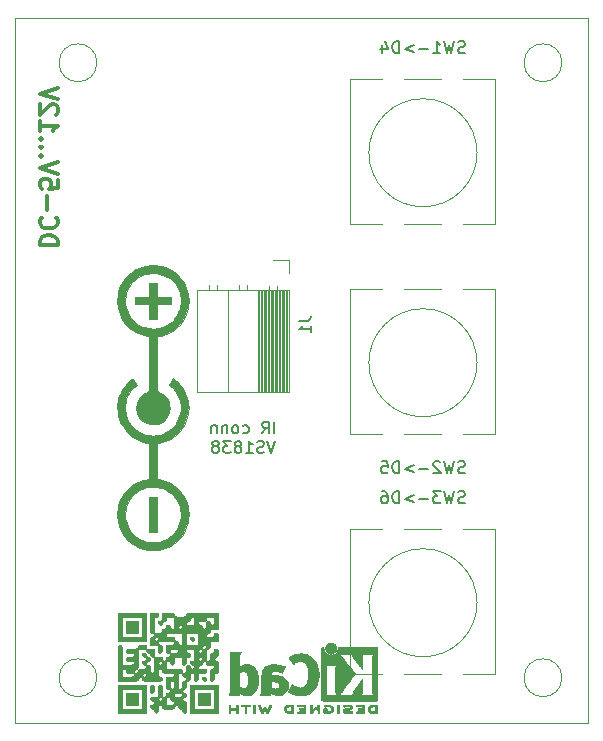
<source format=gbr>
G04 #@! TF.GenerationSoftware,KiCad,Pcbnew,5.1.9-73d0e3b20d~88~ubuntu20.04.1*
G04 #@! TF.CreationDate,2021-01-07T10:05:18+03:00*
G04 #@! TF.ProjectId,RGBschildSOT223,52474273-6368-4696-9c64-534f54323233,rev?*
G04 #@! TF.SameCoordinates,Original*
G04 #@! TF.FileFunction,Legend,Bot*
G04 #@! TF.FilePolarity,Positive*
%FSLAX46Y46*%
G04 Gerber Fmt 4.6, Leading zero omitted, Abs format (unit mm)*
G04 Created by KiCad (PCBNEW 5.1.9-73d0e3b20d~88~ubuntu20.04.1) date 2021-01-07 10:05:18*
%MOMM*%
%LPD*%
G01*
G04 APERTURE LIST*
%ADD10C,0.150000*%
%ADD11C,0.300000*%
G04 #@! TA.AperFunction,Profile*
%ADD12C,0.100000*%
G04 #@! TD*
%ADD13C,0.010000*%
%ADD14C,0.120000*%
G04 APERTURE END LIST*
D10*
X134746666Y-96147380D02*
X134746666Y-95147380D01*
X133699047Y-96147380D02*
X134032380Y-95671190D01*
X134270476Y-96147380D02*
X134270476Y-95147380D01*
X133889523Y-95147380D01*
X133794285Y-95195000D01*
X133746666Y-95242619D01*
X133699047Y-95337857D01*
X133699047Y-95480714D01*
X133746666Y-95575952D01*
X133794285Y-95623571D01*
X133889523Y-95671190D01*
X134270476Y-95671190D01*
X132080000Y-96099761D02*
X132175238Y-96147380D01*
X132365714Y-96147380D01*
X132460952Y-96099761D01*
X132508571Y-96052142D01*
X132556190Y-95956904D01*
X132556190Y-95671190D01*
X132508571Y-95575952D01*
X132460952Y-95528333D01*
X132365714Y-95480714D01*
X132175238Y-95480714D01*
X132080000Y-95528333D01*
X131508571Y-96147380D02*
X131603809Y-96099761D01*
X131651428Y-96052142D01*
X131699047Y-95956904D01*
X131699047Y-95671190D01*
X131651428Y-95575952D01*
X131603809Y-95528333D01*
X131508571Y-95480714D01*
X131365714Y-95480714D01*
X131270476Y-95528333D01*
X131222857Y-95575952D01*
X131175238Y-95671190D01*
X131175238Y-95956904D01*
X131222857Y-96052142D01*
X131270476Y-96099761D01*
X131365714Y-96147380D01*
X131508571Y-96147380D01*
X130746666Y-95480714D02*
X130746666Y-96147380D01*
X130746666Y-95575952D02*
X130699047Y-95528333D01*
X130603809Y-95480714D01*
X130460952Y-95480714D01*
X130365714Y-95528333D01*
X130318095Y-95623571D01*
X130318095Y-96147380D01*
X129841904Y-95480714D02*
X129841904Y-96147380D01*
X129841904Y-95575952D02*
X129794285Y-95528333D01*
X129699047Y-95480714D01*
X129556190Y-95480714D01*
X129460952Y-95528333D01*
X129413333Y-95623571D01*
X129413333Y-96147380D01*
X134794285Y-96797380D02*
X134460952Y-97797380D01*
X134127619Y-96797380D01*
X133841904Y-97749761D02*
X133699047Y-97797380D01*
X133460952Y-97797380D01*
X133365714Y-97749761D01*
X133318095Y-97702142D01*
X133270476Y-97606904D01*
X133270476Y-97511666D01*
X133318095Y-97416428D01*
X133365714Y-97368809D01*
X133460952Y-97321190D01*
X133651428Y-97273571D01*
X133746666Y-97225952D01*
X133794285Y-97178333D01*
X133841904Y-97083095D01*
X133841904Y-96987857D01*
X133794285Y-96892619D01*
X133746666Y-96845000D01*
X133651428Y-96797380D01*
X133413333Y-96797380D01*
X133270476Y-96845000D01*
X132318095Y-97797380D02*
X132889523Y-97797380D01*
X132603809Y-97797380D02*
X132603809Y-96797380D01*
X132699047Y-96940238D01*
X132794285Y-97035476D01*
X132889523Y-97083095D01*
X131746666Y-97225952D02*
X131841904Y-97178333D01*
X131889523Y-97130714D01*
X131937142Y-97035476D01*
X131937142Y-96987857D01*
X131889523Y-96892619D01*
X131841904Y-96845000D01*
X131746666Y-96797380D01*
X131556190Y-96797380D01*
X131460952Y-96845000D01*
X131413333Y-96892619D01*
X131365714Y-96987857D01*
X131365714Y-97035476D01*
X131413333Y-97130714D01*
X131460952Y-97178333D01*
X131556190Y-97225952D01*
X131746666Y-97225952D01*
X131841904Y-97273571D01*
X131889523Y-97321190D01*
X131937142Y-97416428D01*
X131937142Y-97606904D01*
X131889523Y-97702142D01*
X131841904Y-97749761D01*
X131746666Y-97797380D01*
X131556190Y-97797380D01*
X131460952Y-97749761D01*
X131413333Y-97702142D01*
X131365714Y-97606904D01*
X131365714Y-97416428D01*
X131413333Y-97321190D01*
X131460952Y-97273571D01*
X131556190Y-97225952D01*
X131032380Y-96797380D02*
X130413333Y-96797380D01*
X130746666Y-97178333D01*
X130603809Y-97178333D01*
X130508571Y-97225952D01*
X130460952Y-97273571D01*
X130413333Y-97368809D01*
X130413333Y-97606904D01*
X130460952Y-97702142D01*
X130508571Y-97749761D01*
X130603809Y-97797380D01*
X130889523Y-97797380D01*
X130984761Y-97749761D01*
X131032380Y-97702142D01*
X129841904Y-97225952D02*
X129937142Y-97178333D01*
X129984761Y-97130714D01*
X130032380Y-97035476D01*
X130032380Y-96987857D01*
X129984761Y-96892619D01*
X129937142Y-96845000D01*
X129841904Y-96797380D01*
X129651428Y-96797380D01*
X129556190Y-96845000D01*
X129508571Y-96892619D01*
X129460952Y-96987857D01*
X129460952Y-97035476D01*
X129508571Y-97130714D01*
X129556190Y-97178333D01*
X129651428Y-97225952D01*
X129841904Y-97225952D01*
X129937142Y-97273571D01*
X129984761Y-97321190D01*
X130032380Y-97416428D01*
X130032380Y-97606904D01*
X129984761Y-97702142D01*
X129937142Y-97749761D01*
X129841904Y-97797380D01*
X129651428Y-97797380D01*
X129556190Y-97749761D01*
X129508571Y-97702142D01*
X129460952Y-97606904D01*
X129460952Y-97416428D01*
X129508571Y-97321190D01*
X129556190Y-97273571D01*
X129651428Y-97225952D01*
D11*
X114891428Y-80231428D02*
X116391428Y-80231428D01*
X116391428Y-79874285D01*
X116320000Y-79660000D01*
X116177142Y-79517142D01*
X116034285Y-79445714D01*
X115748571Y-79374285D01*
X115534285Y-79374285D01*
X115248571Y-79445714D01*
X115105714Y-79517142D01*
X114962857Y-79660000D01*
X114891428Y-79874285D01*
X114891428Y-80231428D01*
X115034285Y-77874285D02*
X114962857Y-77945714D01*
X114891428Y-78160000D01*
X114891428Y-78302857D01*
X114962857Y-78517142D01*
X115105714Y-78660000D01*
X115248571Y-78731428D01*
X115534285Y-78802857D01*
X115748571Y-78802857D01*
X116034285Y-78731428D01*
X116177142Y-78660000D01*
X116320000Y-78517142D01*
X116391428Y-78302857D01*
X116391428Y-78160000D01*
X116320000Y-77945714D01*
X116248571Y-77874285D01*
X115462857Y-77231428D02*
X115462857Y-76088571D01*
X116391428Y-74660000D02*
X116391428Y-75374285D01*
X115677142Y-75445714D01*
X115748571Y-75374285D01*
X115820000Y-75231428D01*
X115820000Y-74874285D01*
X115748571Y-74731428D01*
X115677142Y-74660000D01*
X115534285Y-74588571D01*
X115177142Y-74588571D01*
X115034285Y-74660000D01*
X114962857Y-74731428D01*
X114891428Y-74874285D01*
X114891428Y-75231428D01*
X114962857Y-75374285D01*
X115034285Y-75445714D01*
X116391428Y-74160000D02*
X114891428Y-73660000D01*
X116391428Y-73160000D01*
X115034285Y-72660000D02*
X114962857Y-72588571D01*
X114891428Y-72660000D01*
X114962857Y-72731428D01*
X115034285Y-72660000D01*
X114891428Y-72660000D01*
X115034285Y-71945714D02*
X114962857Y-71874285D01*
X114891428Y-71945714D01*
X114962857Y-72017142D01*
X115034285Y-71945714D01*
X114891428Y-71945714D01*
X115034285Y-71231428D02*
X114962857Y-71160000D01*
X114891428Y-71231428D01*
X114962857Y-71302857D01*
X115034285Y-71231428D01*
X114891428Y-71231428D01*
X114891428Y-69731428D02*
X114891428Y-70588571D01*
X114891428Y-70160000D02*
X116391428Y-70160000D01*
X116177142Y-70302857D01*
X116034285Y-70445714D01*
X115962857Y-70588571D01*
X116248571Y-69160000D02*
X116320000Y-69088571D01*
X116391428Y-68945714D01*
X116391428Y-68588571D01*
X116320000Y-68445714D01*
X116248571Y-68374285D01*
X116105714Y-68302857D01*
X115962857Y-68302857D01*
X115748571Y-68374285D01*
X114891428Y-69231428D01*
X114891428Y-68302857D01*
X116391428Y-67874285D02*
X114891428Y-67374285D01*
X116391428Y-66874285D01*
D12*
X159080000Y-116840000D02*
G75*
G03*
X159080000Y-116840000I-1600000J0D01*
G01*
X119710000Y-116840000D02*
G75*
G03*
X119710000Y-116840000I-1600000J0D01*
G01*
X159080000Y-64770000D02*
G75*
G03*
X159080000Y-64770000I-1600000J0D01*
G01*
X119710000Y-64770000D02*
G75*
G03*
X119710000Y-64770000I-1600000J0D01*
G01*
X112776000Y-60960000D02*
X161290000Y-60960000D01*
X112776000Y-60960000D02*
X112776000Y-120650000D01*
X161290000Y-120650000D02*
X161290000Y-60960000D01*
X112776000Y-120650000D02*
X161290000Y-120650000D01*
D13*
G04 #@! TO.C,G\u002A\u002A\u002A*
G36*
X129286000Y-118110000D02*
G01*
X128270000Y-118110000D01*
X128270000Y-119126000D01*
X129286000Y-119126000D01*
X129286000Y-118110000D01*
G37*
X129286000Y-118110000D02*
X128270000Y-118110000D01*
X128270000Y-119126000D01*
X129286000Y-119126000D01*
X129286000Y-118110000D01*
G36*
X123190000Y-118110000D02*
G01*
X122174000Y-118110000D01*
X122174000Y-119126000D01*
X123190000Y-119126000D01*
X123190000Y-118110000D01*
G37*
X123190000Y-118110000D02*
X122174000Y-118110000D01*
X122174000Y-119126000D01*
X123190000Y-119126000D01*
X123190000Y-118110000D01*
G36*
X123839504Y-115679465D02*
G01*
X123867333Y-115570000D01*
X123927201Y-115428496D01*
X124036666Y-115400667D01*
X124178170Y-115340799D01*
X124206000Y-115231334D01*
X124146131Y-115089830D01*
X124036666Y-115062000D01*
X123895162Y-115002132D01*
X123867333Y-114892667D01*
X123807464Y-114751163D01*
X123698000Y-114723334D01*
X123556495Y-114783202D01*
X123528666Y-114892667D01*
X123588535Y-115034171D01*
X123698000Y-115062000D01*
X123839504Y-115121869D01*
X123867333Y-115231334D01*
X123807464Y-115372838D01*
X123698000Y-115400667D01*
X123556495Y-115460536D01*
X123528666Y-115570000D01*
X123588535Y-115711505D01*
X123698000Y-115739334D01*
X123839504Y-115679465D01*
G37*
X123839504Y-115679465D02*
X123867333Y-115570000D01*
X123927201Y-115428496D01*
X124036666Y-115400667D01*
X124178170Y-115340799D01*
X124206000Y-115231334D01*
X124146131Y-115089830D01*
X124036666Y-115062000D01*
X123895162Y-115002132D01*
X123867333Y-114892667D01*
X123807464Y-114751163D01*
X123698000Y-114723334D01*
X123556495Y-114783202D01*
X123528666Y-114892667D01*
X123588535Y-115034171D01*
X123698000Y-115062000D01*
X123839504Y-115121869D01*
X123867333Y-115231334D01*
X123807464Y-115372838D01*
X123698000Y-115400667D01*
X123556495Y-115460536D01*
X123528666Y-115570000D01*
X123588535Y-115711505D01*
X123698000Y-115739334D01*
X123839504Y-115679465D01*
G36*
X127903504Y-113647465D02*
G01*
X127931333Y-113538000D01*
X127871464Y-113396496D01*
X127762000Y-113368667D01*
X127620495Y-113428536D01*
X127592666Y-113538000D01*
X127652535Y-113679505D01*
X127762000Y-113707334D01*
X127903504Y-113647465D01*
G37*
X127903504Y-113647465D02*
X127931333Y-113538000D01*
X127871464Y-113396496D01*
X127762000Y-113368667D01*
X127620495Y-113428536D01*
X127592666Y-113538000D01*
X127652535Y-113679505D01*
X127762000Y-113707334D01*
X127903504Y-113647465D01*
G36*
X123190000Y-112014000D02*
G01*
X122174000Y-112014000D01*
X122174000Y-113030000D01*
X123190000Y-113030000D01*
X123190000Y-112014000D01*
G37*
X123190000Y-112014000D02*
X122174000Y-112014000D01*
X122174000Y-113030000D01*
X123190000Y-113030000D01*
X123190000Y-112014000D01*
G36*
X129963333Y-117432667D02*
G01*
X127592666Y-117432667D01*
X127592666Y-119464667D01*
X127931333Y-119464667D01*
X127931333Y-117771334D01*
X129624666Y-117771334D01*
X129624666Y-119464667D01*
X127931333Y-119464667D01*
X127592666Y-119464667D01*
X127592666Y-119803334D01*
X129963333Y-119803334D01*
X129963333Y-117432667D01*
G37*
X129963333Y-117432667D02*
X127592666Y-117432667D01*
X127592666Y-119464667D01*
X127931333Y-119464667D01*
X127931333Y-117771334D01*
X129624666Y-117771334D01*
X129624666Y-119464667D01*
X127931333Y-119464667D01*
X127592666Y-119464667D01*
X127592666Y-119803334D01*
X129963333Y-119803334D01*
X129963333Y-117432667D01*
G36*
X124486117Y-118081600D02*
G01*
X124535079Y-117966811D01*
X124544666Y-117771334D01*
X124530466Y-117549766D01*
X124473072Y-117451841D01*
X124375333Y-117432667D01*
X124264549Y-117461067D01*
X124215587Y-117575856D01*
X124206000Y-117771334D01*
X124220200Y-117992902D01*
X124277594Y-118090826D01*
X124375333Y-118110000D01*
X124486117Y-118081600D01*
G37*
X124486117Y-118081600D02*
X124535079Y-117966811D01*
X124544666Y-117771334D01*
X124530466Y-117549766D01*
X124473072Y-117451841D01*
X124375333Y-117432667D01*
X124264549Y-117461067D01*
X124215587Y-117575856D01*
X124206000Y-117771334D01*
X124220200Y-117992902D01*
X124277594Y-118090826D01*
X124375333Y-118110000D01*
X124486117Y-118081600D01*
G36*
X123867333Y-117432667D02*
G01*
X121496666Y-117432667D01*
X121496666Y-119464667D01*
X121835333Y-119464667D01*
X121835333Y-117771334D01*
X123528666Y-117771334D01*
X123528666Y-119464667D01*
X121835333Y-119464667D01*
X121496666Y-119464667D01*
X121496666Y-119803334D01*
X123867333Y-119803334D01*
X123867333Y-117432667D01*
G37*
X123867333Y-117432667D02*
X121496666Y-117432667D01*
X121496666Y-119464667D01*
X121835333Y-119464667D01*
X121835333Y-117771334D01*
X123528666Y-117771334D01*
X123528666Y-119464667D01*
X121835333Y-119464667D01*
X121496666Y-119464667D01*
X121496666Y-119803334D01*
X123867333Y-119803334D01*
X123867333Y-117432667D01*
G36*
X128919504Y-117034132D02*
G01*
X128947333Y-116924667D01*
X128887464Y-116783163D01*
X128778000Y-116755334D01*
X128636495Y-116815202D01*
X128608666Y-116924667D01*
X128668535Y-117066171D01*
X128778000Y-117094000D01*
X128919504Y-117034132D01*
G37*
X128919504Y-117034132D02*
X128947333Y-116924667D01*
X128887464Y-116783163D01*
X128778000Y-116755334D01*
X128636495Y-116815202D01*
X128608666Y-116924667D01*
X128668535Y-117066171D01*
X128778000Y-117094000D01*
X128919504Y-117034132D01*
G36*
X127179242Y-119784798D02*
G01*
X127230346Y-119703374D01*
X127250886Y-119520336D01*
X127254000Y-119295334D01*
X127247821Y-119011606D01*
X127220680Y-118858294D01*
X127159667Y-118796673D01*
X127084666Y-118787334D01*
X126943162Y-118727465D01*
X126915333Y-118618000D01*
X126975201Y-118476496D01*
X127084666Y-118448667D01*
X127226170Y-118388799D01*
X127254000Y-118279334D01*
X127194131Y-118137830D01*
X127084666Y-118110000D01*
X126943162Y-118050132D01*
X126915333Y-117940667D01*
X126975201Y-117799163D01*
X127084666Y-117771334D01*
X127195450Y-117742934D01*
X127244412Y-117628145D01*
X127254000Y-117432667D01*
X127268200Y-117211099D01*
X127325594Y-117113175D01*
X127423333Y-117094000D01*
X127534117Y-117065600D01*
X127583079Y-116950811D01*
X127592666Y-116755334D01*
X127606866Y-116533766D01*
X127664261Y-116435841D01*
X127762000Y-116416667D01*
X127872784Y-116445067D01*
X127921746Y-116559856D01*
X127931333Y-116755334D01*
X127945533Y-116976902D01*
X128002927Y-117074826D01*
X128100666Y-117094000D01*
X128211450Y-117065600D01*
X128260412Y-116950811D01*
X128270000Y-116755334D01*
X128270000Y-116416667D01*
X128608666Y-116416667D01*
X128830234Y-116402467D01*
X128928159Y-116345073D01*
X128947333Y-116247334D01*
X128918933Y-116136550D01*
X128804144Y-116087588D01*
X128608666Y-116078000D01*
X128387098Y-116063800D01*
X128289174Y-116006406D01*
X128270000Y-115908667D01*
X128329868Y-115767163D01*
X128439333Y-115739334D01*
X128580837Y-115679465D01*
X128608666Y-115570000D01*
X128668535Y-115428496D01*
X128778000Y-115400667D01*
X128919504Y-115460536D01*
X128947333Y-115570000D01*
X128975733Y-115680785D01*
X129090522Y-115729747D01*
X129286000Y-115739334D01*
X129507568Y-115753534D01*
X129605492Y-115810928D01*
X129624666Y-115908667D01*
X129564798Y-116050171D01*
X129455333Y-116078000D01*
X129360757Y-116096536D01*
X129309653Y-116177960D01*
X129289113Y-116360998D01*
X129286000Y-116586000D01*
X129292178Y-116869729D01*
X129319319Y-117023041D01*
X129380332Y-117084661D01*
X129455333Y-117094000D01*
X129566117Y-117065600D01*
X129615079Y-116950811D01*
X129624666Y-116755334D01*
X129638866Y-116533766D01*
X129696261Y-116435841D01*
X129794000Y-116416667D01*
X129888576Y-116398131D01*
X129939680Y-116316707D01*
X129960220Y-116133670D01*
X129963333Y-115908667D01*
X129957154Y-115624939D01*
X129930013Y-115471627D01*
X129869000Y-115410006D01*
X129794000Y-115400667D01*
X129652495Y-115340799D01*
X129624666Y-115231334D01*
X129684535Y-115089830D01*
X129794000Y-115062000D01*
X129904784Y-115033600D01*
X129953746Y-114918811D01*
X129963333Y-114723334D01*
X129949133Y-114501766D01*
X129891738Y-114403841D01*
X129794000Y-114384667D01*
X129652495Y-114444536D01*
X129624666Y-114554000D01*
X129564798Y-114695505D01*
X129455333Y-114723334D01*
X129344549Y-114751734D01*
X129295587Y-114866523D01*
X129286000Y-115062000D01*
X129271799Y-115283569D01*
X129214405Y-115381493D01*
X129116666Y-115400667D01*
X129022090Y-115382131D01*
X128970986Y-115300707D01*
X128950446Y-115117670D01*
X128947333Y-114892667D01*
X128953511Y-114608939D01*
X128980653Y-114455627D01*
X129041665Y-114394006D01*
X129116666Y-114384667D01*
X129227450Y-114356267D01*
X129276412Y-114241478D01*
X129286000Y-114046000D01*
X129286000Y-113707334D01*
X129963333Y-113707334D01*
X129963333Y-113368667D01*
X129949133Y-113147099D01*
X129891738Y-113049175D01*
X129794000Y-113030000D01*
X129652495Y-113089869D01*
X129624666Y-113199334D01*
X129596266Y-113310118D01*
X129481477Y-113359080D01*
X129286000Y-113368667D01*
X129064431Y-113354467D01*
X128966507Y-113297073D01*
X128947333Y-113199334D01*
X129007201Y-113057830D01*
X129116666Y-113030000D01*
X129258170Y-112970132D01*
X129286000Y-112860667D01*
X129314400Y-112749883D01*
X129429189Y-112700921D01*
X129624666Y-112691334D01*
X129963333Y-112691334D01*
X129963333Y-111336667D01*
X128608666Y-111336667D01*
X128102132Y-111337656D01*
X127740561Y-111342653D01*
X127499587Y-111354703D01*
X127354843Y-111376853D01*
X127281961Y-111412149D01*
X127256575Y-111463637D01*
X127254000Y-111506000D01*
X127235464Y-111600577D01*
X127154040Y-111651681D01*
X126971002Y-111672221D01*
X126746000Y-111675334D01*
X126462271Y-111669155D01*
X126308959Y-111642014D01*
X126247339Y-111581001D01*
X126238000Y-111506000D01*
X126219464Y-111411424D01*
X126138040Y-111360320D01*
X125955002Y-111339780D01*
X125730000Y-111336667D01*
X125222000Y-111336667D01*
X125222000Y-111675334D01*
X125207799Y-111896902D01*
X125150405Y-111994826D01*
X125052666Y-112014000D01*
X124911162Y-112073869D01*
X124883333Y-112183334D01*
X124943201Y-112324838D01*
X125052666Y-112352667D01*
X125194170Y-112292799D01*
X125222000Y-112183334D01*
X125281868Y-112041830D01*
X125391333Y-112014000D01*
X125532837Y-111954132D01*
X125560666Y-111844667D01*
X125589066Y-111733883D01*
X125703855Y-111684921D01*
X125899333Y-111675334D01*
X126238000Y-111675334D01*
X126238000Y-112183334D01*
X127254000Y-112183334D01*
X127313868Y-112041830D01*
X127423333Y-112014000D01*
X127564837Y-111954132D01*
X127592666Y-111844667D01*
X127652535Y-111703163D01*
X127762000Y-111675334D01*
X127872784Y-111703734D01*
X127921746Y-111818523D01*
X127931333Y-112014000D01*
X127931333Y-112183334D01*
X128270000Y-112183334D01*
X128298400Y-112072550D01*
X128413189Y-112023588D01*
X128608666Y-112014000D01*
X128830234Y-111999800D01*
X128928159Y-111942406D01*
X128947333Y-111844667D01*
X128975733Y-111733883D01*
X129090522Y-111684921D01*
X129286000Y-111675334D01*
X129624666Y-111675334D01*
X129624666Y-112014000D01*
X129610466Y-112235569D01*
X129553072Y-112333493D01*
X129455333Y-112352667D01*
X129313829Y-112292799D01*
X129286000Y-112183334D01*
X129226131Y-112041830D01*
X129116666Y-112014000D01*
X129005882Y-112042401D01*
X128956920Y-112157190D01*
X128947333Y-112352667D01*
X128933133Y-112574235D01*
X128875738Y-112672160D01*
X128778000Y-112691334D01*
X128636495Y-112631465D01*
X128608666Y-112522000D01*
X128548798Y-112380496D01*
X128439333Y-112352667D01*
X128297829Y-112292799D01*
X128270000Y-112183334D01*
X127931333Y-112183334D01*
X127931333Y-112352667D01*
X127592666Y-112352667D01*
X127371098Y-112338467D01*
X127273174Y-112281073D01*
X127254000Y-112183334D01*
X126238000Y-112183334D01*
X126231821Y-112467062D01*
X126222096Y-112522000D01*
X126576666Y-112522000D01*
X126636535Y-112380496D01*
X126746000Y-112352667D01*
X126887504Y-112412536D01*
X126915333Y-112522000D01*
X126855464Y-112663505D01*
X126746000Y-112691334D01*
X126604495Y-112631465D01*
X126576666Y-112522000D01*
X126222096Y-112522000D01*
X126204680Y-112620374D01*
X126143667Y-112681995D01*
X126068666Y-112691334D01*
X125927162Y-112631465D01*
X125899333Y-112522000D01*
X125839464Y-112380496D01*
X125730000Y-112352667D01*
X125588495Y-112412536D01*
X125560666Y-112522000D01*
X125500798Y-112663505D01*
X125391333Y-112691334D01*
X125249829Y-112751202D01*
X125222000Y-112860667D01*
X125193599Y-112971451D01*
X125078810Y-113020413D01*
X124883333Y-113030000D01*
X124544666Y-113030000D01*
X124544666Y-112352667D01*
X124548201Y-112015191D01*
X124564484Y-111812933D01*
X124602030Y-111711832D01*
X124669353Y-111677826D01*
X124714000Y-111675334D01*
X124855504Y-111615465D01*
X124883333Y-111506000D01*
X124854933Y-111395216D01*
X124740144Y-111346254D01*
X124544666Y-111336667D01*
X124206000Y-111336667D01*
X124206000Y-112183334D01*
X124208324Y-112568684D01*
X124219382Y-112815370D01*
X124245305Y-112954040D01*
X124292223Y-113015344D01*
X124366264Y-113029931D01*
X124375333Y-113030000D01*
X124516837Y-113089869D01*
X124544666Y-113199334D01*
X125560666Y-113199334D01*
X125574807Y-113114965D01*
X125639938Y-113064400D01*
X125790120Y-113039125D01*
X126059415Y-113030624D01*
X126238000Y-113030000D01*
X126915333Y-113030000D01*
X126915333Y-113538000D01*
X126909154Y-113821729D01*
X126882013Y-113975041D01*
X126821000Y-114036661D01*
X126746000Y-114046000D01*
X127254000Y-114046000D01*
X127254000Y-113030000D01*
X128270000Y-113030000D01*
X128270000Y-114046000D01*
X127254000Y-114046000D01*
X126746000Y-114046000D01*
X126604495Y-113986132D01*
X126576666Y-113876667D01*
X126516798Y-113735163D01*
X126407333Y-113707334D01*
X126265829Y-113647465D01*
X126238000Y-113538000D01*
X126209599Y-113427216D01*
X126094810Y-113378254D01*
X125899333Y-113368667D01*
X125677765Y-113354467D01*
X125579840Y-113297073D01*
X125560666Y-113199334D01*
X124544666Y-113199334D01*
X124484798Y-113340838D01*
X124375333Y-113368667D01*
X124264549Y-113397067D01*
X124215587Y-113511856D01*
X124214305Y-113538000D01*
X124544666Y-113538000D01*
X124604535Y-113396496D01*
X124714000Y-113368667D01*
X124855504Y-113428536D01*
X124883333Y-113538000D01*
X124823464Y-113679505D01*
X124714000Y-113707334D01*
X124572495Y-113647465D01*
X124544666Y-113538000D01*
X124214305Y-113538000D01*
X124206000Y-113707334D01*
X124206000Y-114046000D01*
X124883333Y-114046000D01*
X124883333Y-114384667D01*
X124897533Y-114606235D01*
X124954927Y-114704160D01*
X125052666Y-114723334D01*
X125163450Y-114694934D01*
X125212412Y-114580145D01*
X125222000Y-114384667D01*
X125207799Y-114163099D01*
X125150405Y-114065175D01*
X125052666Y-114046000D01*
X124911162Y-113986132D01*
X124883333Y-113876667D01*
X124897474Y-113792298D01*
X124962605Y-113741734D01*
X125112787Y-113716458D01*
X125382082Y-113707957D01*
X125560666Y-113707334D01*
X125898143Y-113710869D01*
X126100401Y-113727152D01*
X126201502Y-113764697D01*
X126235507Y-113832021D01*
X126238000Y-113876667D01*
X126209599Y-113987451D01*
X126094810Y-114036413D01*
X125899333Y-114046000D01*
X125560666Y-114046000D01*
X125560666Y-114384667D01*
X125571518Y-114554000D01*
X125899333Y-114554000D01*
X125927733Y-114443216D01*
X126042522Y-114394254D01*
X126238000Y-114384667D01*
X126459568Y-114398867D01*
X126557492Y-114456262D01*
X126576666Y-114554000D01*
X126548266Y-114664785D01*
X126433477Y-114713747D01*
X126238000Y-114723334D01*
X126016431Y-114709134D01*
X125918507Y-114651739D01*
X125899333Y-114554000D01*
X125571518Y-114554000D01*
X125574866Y-114606235D01*
X125632261Y-114704160D01*
X125730000Y-114723334D01*
X125871504Y-114783202D01*
X125899333Y-114892667D01*
X125839464Y-115034171D01*
X125730000Y-115062000D01*
X125588495Y-115121869D01*
X125560666Y-115231334D01*
X125500798Y-115372838D01*
X125391333Y-115400667D01*
X125249829Y-115340799D01*
X125222000Y-115231334D01*
X125193599Y-115120550D01*
X125078810Y-115071588D01*
X124883333Y-115062000D01*
X124544666Y-115062000D01*
X124544666Y-114384667D01*
X124206000Y-114384667D01*
X123984431Y-114370467D01*
X123886507Y-114313073D01*
X123867333Y-114215334D01*
X123838933Y-114104550D01*
X123724144Y-114055588D01*
X123528666Y-114046000D01*
X123307098Y-114060201D01*
X123209174Y-114117595D01*
X123190000Y-114215334D01*
X123171464Y-114309910D01*
X123090040Y-114361014D01*
X122907002Y-114381554D01*
X122682000Y-114384667D01*
X122398271Y-114390846D01*
X122244959Y-114417987D01*
X122183339Y-114479000D01*
X122174000Y-114554000D01*
X122202400Y-114664785D01*
X122317189Y-114713747D01*
X122512666Y-114723334D01*
X122734234Y-114737534D01*
X122832159Y-114794928D01*
X122851333Y-114892667D01*
X122822933Y-115003451D01*
X122708144Y-115052413D01*
X122512666Y-115062000D01*
X122291098Y-115076201D01*
X122193174Y-115133595D01*
X122174000Y-115231334D01*
X122202400Y-115342118D01*
X122317189Y-115391080D01*
X122512666Y-115400667D01*
X122734234Y-115414867D01*
X122832159Y-115472262D01*
X122851333Y-115570000D01*
X122832797Y-115664577D01*
X122751373Y-115715681D01*
X122568335Y-115736221D01*
X122343333Y-115739334D01*
X121835333Y-115739334D01*
X121835333Y-114892667D01*
X121833009Y-114507317D01*
X121821950Y-114260631D01*
X121796027Y-114121961D01*
X121749110Y-114060657D01*
X121675068Y-114046070D01*
X121666000Y-114046000D01*
X121605800Y-114053219D01*
X121561861Y-114090199D01*
X121531628Y-114179931D01*
X121512547Y-114345404D01*
X121502062Y-114609606D01*
X121497621Y-114995527D01*
X121496668Y-115526157D01*
X121496666Y-115570000D01*
X121496666Y-116755334D01*
X121835333Y-116755334D01*
X121835333Y-116416667D01*
X121849533Y-116195099D01*
X121906927Y-116097175D01*
X122004666Y-116078000D01*
X122146170Y-116137869D01*
X122174000Y-116247334D01*
X122202400Y-116358118D01*
X122317189Y-116407080D01*
X122512666Y-116416667D01*
X122734234Y-116402467D01*
X122832159Y-116345073D01*
X122851333Y-116247334D01*
X122911201Y-116105830D01*
X123020666Y-116078000D01*
X123097736Y-116066380D01*
X123147073Y-116011087D01*
X123174807Y-115881471D01*
X123187068Y-115646885D01*
X123189986Y-115276678D01*
X123190000Y-115231334D01*
X123190000Y-114384667D01*
X123528666Y-114384667D01*
X123750234Y-114398867D01*
X123848159Y-114456262D01*
X123867333Y-114554000D01*
X123927201Y-114695505D01*
X124036666Y-114723334D01*
X124178170Y-114783202D01*
X124206000Y-114892667D01*
X124265868Y-115034171D01*
X124375333Y-115062000D01*
X124459702Y-115076141D01*
X124510266Y-115141272D01*
X124535542Y-115291454D01*
X124544043Y-115560750D01*
X124544075Y-115570000D01*
X124883333Y-115570000D01*
X124943201Y-115428496D01*
X125052666Y-115400667D01*
X125194170Y-115460536D01*
X125222000Y-115570000D01*
X125162131Y-115711505D01*
X125052666Y-115739334D01*
X124911162Y-115679465D01*
X124883333Y-115570000D01*
X124544075Y-115570000D01*
X124544666Y-115739334D01*
X124541131Y-116076810D01*
X124524848Y-116279068D01*
X124487303Y-116380169D01*
X124419979Y-116414175D01*
X124375333Y-116416667D01*
X124264549Y-116388267D01*
X124215587Y-116273478D01*
X124206000Y-116078000D01*
X124191799Y-115856432D01*
X124134405Y-115758508D01*
X124036666Y-115739334D01*
X123895162Y-115799202D01*
X123867333Y-115908667D01*
X123838933Y-116019451D01*
X123724144Y-116068413D01*
X123528666Y-116078000D01*
X123307098Y-116092201D01*
X123209174Y-116149595D01*
X123190000Y-116247334D01*
X123130131Y-116388838D01*
X123020666Y-116416667D01*
X122879162Y-116476536D01*
X122851333Y-116586000D01*
X123528666Y-116586000D01*
X123588535Y-116444496D01*
X123698000Y-116416667D01*
X123839504Y-116476536D01*
X123867333Y-116586000D01*
X123807464Y-116727505D01*
X123698000Y-116755334D01*
X123556495Y-116695465D01*
X123528666Y-116586000D01*
X122851333Y-116586000D01*
X122832797Y-116680577D01*
X122751373Y-116731681D01*
X122568335Y-116752221D01*
X122343333Y-116755334D01*
X121835333Y-116755334D01*
X121496666Y-116755334D01*
X121496666Y-117094000D01*
X122343333Y-117094000D01*
X122728683Y-117091676D01*
X122975369Y-117080618D01*
X123114039Y-117054695D01*
X123175343Y-117007777D01*
X123189930Y-116933736D01*
X123190000Y-116924667D01*
X123249868Y-116783163D01*
X123359333Y-116755334D01*
X123500837Y-116815202D01*
X123528666Y-116924667D01*
X123540286Y-117001737D01*
X123595580Y-117051074D01*
X123725195Y-117078808D01*
X123959782Y-117091069D01*
X124329989Y-117093987D01*
X124375333Y-117094000D01*
X124760683Y-117091676D01*
X125007369Y-117080618D01*
X125146039Y-117054695D01*
X125207343Y-117007777D01*
X125221930Y-116933736D01*
X125222000Y-116924667D01*
X125162131Y-116783163D01*
X125052666Y-116755334D01*
X124941882Y-116726934D01*
X124892920Y-116612145D01*
X124883333Y-116416667D01*
X124897533Y-116195099D01*
X124954927Y-116097175D01*
X125052666Y-116078000D01*
X125560666Y-116078000D01*
X125560666Y-115739334D01*
X125574866Y-115517766D01*
X125632261Y-115419841D01*
X125730000Y-115400667D01*
X125871504Y-115460536D01*
X125899333Y-115570000D01*
X125959201Y-115711505D01*
X126068666Y-115739334D01*
X126179450Y-115710934D01*
X126228412Y-115596145D01*
X126238000Y-115400667D01*
X126238000Y-115062000D01*
X126915333Y-115062000D01*
X126915333Y-115400667D01*
X126929533Y-115622235D01*
X126986927Y-115720160D01*
X127084666Y-115739334D01*
X127195450Y-115710934D01*
X127244412Y-115596145D01*
X127254000Y-115400667D01*
X127268200Y-115179099D01*
X127325594Y-115081175D01*
X127423333Y-115062000D01*
X127564837Y-115002132D01*
X127592666Y-114892667D01*
X127532798Y-114751163D01*
X127423333Y-114723334D01*
X127281829Y-114663465D01*
X127254000Y-114554000D01*
X127282400Y-114443216D01*
X127397189Y-114394254D01*
X127592666Y-114384667D01*
X127931333Y-114384667D01*
X127931333Y-114554000D01*
X128270000Y-114554000D01*
X128329868Y-114412496D01*
X128439333Y-114384667D01*
X128580837Y-114324799D01*
X128608666Y-114215334D01*
X128668535Y-114073830D01*
X128778000Y-114046000D01*
X128919504Y-114105869D01*
X128947333Y-114215334D01*
X128887464Y-114356838D01*
X128778000Y-114384667D01*
X128636495Y-114444536D01*
X128608666Y-114554000D01*
X128548798Y-114695505D01*
X128439333Y-114723334D01*
X128297829Y-114663465D01*
X128270000Y-114554000D01*
X127931333Y-114554000D01*
X127931333Y-114892667D01*
X127925154Y-115176395D01*
X127915429Y-115231334D01*
X128270000Y-115231334D01*
X128329868Y-115089830D01*
X128439333Y-115062000D01*
X128580837Y-115121869D01*
X128608666Y-115231334D01*
X128548798Y-115372838D01*
X128439333Y-115400667D01*
X128297829Y-115340799D01*
X128270000Y-115231334D01*
X127915429Y-115231334D01*
X127898013Y-115329707D01*
X127837000Y-115391328D01*
X127762000Y-115400667D01*
X127620495Y-115460536D01*
X127592666Y-115570000D01*
X127652535Y-115711505D01*
X127762000Y-115739334D01*
X127903504Y-115799202D01*
X127931333Y-115908667D01*
X127871464Y-116050171D01*
X127762000Y-116078000D01*
X127620495Y-116018132D01*
X127592666Y-115908667D01*
X127532798Y-115767163D01*
X127423333Y-115739334D01*
X127312549Y-115767734D01*
X127263587Y-115882523D01*
X127254000Y-116078000D01*
X127239799Y-116299569D01*
X127182405Y-116397493D01*
X127084666Y-116416667D01*
X126943162Y-116476536D01*
X126915333Y-116586000D01*
X126975201Y-116727505D01*
X127084666Y-116755334D01*
X127226170Y-116815202D01*
X127254000Y-116924667D01*
X127194131Y-117066171D01*
X127084666Y-117094000D01*
X126973882Y-117122401D01*
X126924920Y-117237190D01*
X126915333Y-117432667D01*
X126901133Y-117654235D01*
X126843738Y-117752160D01*
X126746000Y-117771334D01*
X126661630Y-117757193D01*
X126611066Y-117692062D01*
X126585791Y-117541880D01*
X126577289Y-117272585D01*
X126576666Y-117094000D01*
X126580201Y-116756524D01*
X126596484Y-116554266D01*
X126634030Y-116453165D01*
X126701353Y-116419160D01*
X126746000Y-116416667D01*
X126887504Y-116356799D01*
X126915333Y-116247334D01*
X126901192Y-116162965D01*
X126836061Y-116112400D01*
X126685879Y-116087125D01*
X126416584Y-116078624D01*
X126238000Y-116078000D01*
X125560666Y-116078000D01*
X125052666Y-116078000D01*
X125194170Y-116137869D01*
X125222000Y-116247334D01*
X125240535Y-116341910D01*
X125321959Y-116393014D01*
X125504997Y-116413554D01*
X125730000Y-116416667D01*
X126013728Y-116422846D01*
X126167040Y-116449987D01*
X126228660Y-116511000D01*
X126238000Y-116586000D01*
X126209599Y-116696785D01*
X126094810Y-116745747D01*
X125899333Y-116755334D01*
X125560666Y-116755334D01*
X125560666Y-117263334D01*
X125564353Y-117432667D01*
X125899333Y-117432667D01*
X125913533Y-117211099D01*
X125970927Y-117113175D01*
X126068666Y-117094000D01*
X126179450Y-117122401D01*
X126228412Y-117237190D01*
X126238000Y-117432667D01*
X126223799Y-117654235D01*
X126166405Y-117752160D01*
X126068666Y-117771334D01*
X125957882Y-117742934D01*
X125908920Y-117628145D01*
X125899333Y-117432667D01*
X125564353Y-117432667D01*
X125566845Y-117547062D01*
X125593986Y-117700374D01*
X125654999Y-117761995D01*
X125730000Y-117771334D01*
X125871504Y-117831202D01*
X125899333Y-117940667D01*
X125839464Y-118082171D01*
X125730000Y-118110000D01*
X125588495Y-118169869D01*
X125560666Y-118279334D01*
X126238000Y-118279334D01*
X126266400Y-118168550D01*
X126381189Y-118119588D01*
X126576666Y-118110000D01*
X126798234Y-118124201D01*
X126896159Y-118181595D01*
X126915333Y-118279334D01*
X126886933Y-118390118D01*
X126772144Y-118439080D01*
X126576666Y-118448667D01*
X126355098Y-118434467D01*
X126257174Y-118377073D01*
X126238000Y-118279334D01*
X125560666Y-118279334D01*
X125500798Y-118420838D01*
X125391333Y-118448667D01*
X125296757Y-118430131D01*
X125245653Y-118348707D01*
X125225113Y-118165670D01*
X125222000Y-117940667D01*
X125215821Y-117656939D01*
X125188680Y-117503627D01*
X125127667Y-117442006D01*
X125052666Y-117432667D01*
X124958090Y-117451203D01*
X124906986Y-117532627D01*
X124886446Y-117715665D01*
X124883333Y-117940667D01*
X124883333Y-118448667D01*
X124544666Y-118448667D01*
X124323098Y-118462867D01*
X124225174Y-118520262D01*
X124206000Y-118618000D01*
X124883333Y-118618000D01*
X124943201Y-118476496D01*
X125052666Y-118448667D01*
X125194170Y-118508536D01*
X125222000Y-118618000D01*
X125162131Y-118759505D01*
X125052666Y-118787334D01*
X124911162Y-118727465D01*
X124883333Y-118618000D01*
X124206000Y-118618000D01*
X124265868Y-118759505D01*
X124375333Y-118787334D01*
X124516837Y-118847202D01*
X124544666Y-118956667D01*
X124484798Y-119098171D01*
X124375333Y-119126000D01*
X124233829Y-119185869D01*
X124206000Y-119295334D01*
X124265868Y-119436838D01*
X124375333Y-119464667D01*
X124516837Y-119524536D01*
X124544666Y-119634000D01*
X124604535Y-119775505D01*
X124714000Y-119803334D01*
X124824784Y-119774934D01*
X124873746Y-119660145D01*
X124883333Y-119464667D01*
X124897533Y-119243099D01*
X124954927Y-119145175D01*
X125052666Y-119126000D01*
X125560666Y-119126000D01*
X125560666Y-118787334D01*
X125574866Y-118565766D01*
X125632261Y-118467841D01*
X125730000Y-118448667D01*
X125871504Y-118508536D01*
X125899333Y-118618000D01*
X125959201Y-118759505D01*
X126068666Y-118787334D01*
X126210170Y-118847202D01*
X126238000Y-118956667D01*
X126209599Y-119067451D01*
X126094810Y-119116413D01*
X125899333Y-119126000D01*
X125560666Y-119126000D01*
X125052666Y-119126000D01*
X125194170Y-119185869D01*
X125222000Y-119295334D01*
X125240535Y-119389910D01*
X125321959Y-119441014D01*
X125504997Y-119461554D01*
X125730000Y-119464667D01*
X126013728Y-119458489D01*
X126167040Y-119431347D01*
X126228660Y-119370335D01*
X126238000Y-119295334D01*
X126297868Y-119153830D01*
X126407333Y-119126000D01*
X126548837Y-119185869D01*
X126576666Y-119295334D01*
X126636535Y-119436838D01*
X126746000Y-119464667D01*
X126887504Y-119524536D01*
X126915333Y-119634000D01*
X126975201Y-119775505D01*
X127084666Y-119803334D01*
X127179242Y-119784798D01*
G37*
X127179242Y-119784798D02*
X127230346Y-119703374D01*
X127250886Y-119520336D01*
X127254000Y-119295334D01*
X127247821Y-119011606D01*
X127220680Y-118858294D01*
X127159667Y-118796673D01*
X127084666Y-118787334D01*
X126943162Y-118727465D01*
X126915333Y-118618000D01*
X126975201Y-118476496D01*
X127084666Y-118448667D01*
X127226170Y-118388799D01*
X127254000Y-118279334D01*
X127194131Y-118137830D01*
X127084666Y-118110000D01*
X126943162Y-118050132D01*
X126915333Y-117940667D01*
X126975201Y-117799163D01*
X127084666Y-117771334D01*
X127195450Y-117742934D01*
X127244412Y-117628145D01*
X127254000Y-117432667D01*
X127268200Y-117211099D01*
X127325594Y-117113175D01*
X127423333Y-117094000D01*
X127534117Y-117065600D01*
X127583079Y-116950811D01*
X127592666Y-116755334D01*
X127606866Y-116533766D01*
X127664261Y-116435841D01*
X127762000Y-116416667D01*
X127872784Y-116445067D01*
X127921746Y-116559856D01*
X127931333Y-116755334D01*
X127945533Y-116976902D01*
X128002927Y-117074826D01*
X128100666Y-117094000D01*
X128211450Y-117065600D01*
X128260412Y-116950811D01*
X128270000Y-116755334D01*
X128270000Y-116416667D01*
X128608666Y-116416667D01*
X128830234Y-116402467D01*
X128928159Y-116345073D01*
X128947333Y-116247334D01*
X128918933Y-116136550D01*
X128804144Y-116087588D01*
X128608666Y-116078000D01*
X128387098Y-116063800D01*
X128289174Y-116006406D01*
X128270000Y-115908667D01*
X128329868Y-115767163D01*
X128439333Y-115739334D01*
X128580837Y-115679465D01*
X128608666Y-115570000D01*
X128668535Y-115428496D01*
X128778000Y-115400667D01*
X128919504Y-115460536D01*
X128947333Y-115570000D01*
X128975733Y-115680785D01*
X129090522Y-115729747D01*
X129286000Y-115739334D01*
X129507568Y-115753534D01*
X129605492Y-115810928D01*
X129624666Y-115908667D01*
X129564798Y-116050171D01*
X129455333Y-116078000D01*
X129360757Y-116096536D01*
X129309653Y-116177960D01*
X129289113Y-116360998D01*
X129286000Y-116586000D01*
X129292178Y-116869729D01*
X129319319Y-117023041D01*
X129380332Y-117084661D01*
X129455333Y-117094000D01*
X129566117Y-117065600D01*
X129615079Y-116950811D01*
X129624666Y-116755334D01*
X129638866Y-116533766D01*
X129696261Y-116435841D01*
X129794000Y-116416667D01*
X129888576Y-116398131D01*
X129939680Y-116316707D01*
X129960220Y-116133670D01*
X129963333Y-115908667D01*
X129957154Y-115624939D01*
X129930013Y-115471627D01*
X129869000Y-115410006D01*
X129794000Y-115400667D01*
X129652495Y-115340799D01*
X129624666Y-115231334D01*
X129684535Y-115089830D01*
X129794000Y-115062000D01*
X129904784Y-115033600D01*
X129953746Y-114918811D01*
X129963333Y-114723334D01*
X129949133Y-114501766D01*
X129891738Y-114403841D01*
X129794000Y-114384667D01*
X129652495Y-114444536D01*
X129624666Y-114554000D01*
X129564798Y-114695505D01*
X129455333Y-114723334D01*
X129344549Y-114751734D01*
X129295587Y-114866523D01*
X129286000Y-115062000D01*
X129271799Y-115283569D01*
X129214405Y-115381493D01*
X129116666Y-115400667D01*
X129022090Y-115382131D01*
X128970986Y-115300707D01*
X128950446Y-115117670D01*
X128947333Y-114892667D01*
X128953511Y-114608939D01*
X128980653Y-114455627D01*
X129041665Y-114394006D01*
X129116666Y-114384667D01*
X129227450Y-114356267D01*
X129276412Y-114241478D01*
X129286000Y-114046000D01*
X129286000Y-113707334D01*
X129963333Y-113707334D01*
X129963333Y-113368667D01*
X129949133Y-113147099D01*
X129891738Y-113049175D01*
X129794000Y-113030000D01*
X129652495Y-113089869D01*
X129624666Y-113199334D01*
X129596266Y-113310118D01*
X129481477Y-113359080D01*
X129286000Y-113368667D01*
X129064431Y-113354467D01*
X128966507Y-113297073D01*
X128947333Y-113199334D01*
X129007201Y-113057830D01*
X129116666Y-113030000D01*
X129258170Y-112970132D01*
X129286000Y-112860667D01*
X129314400Y-112749883D01*
X129429189Y-112700921D01*
X129624666Y-112691334D01*
X129963333Y-112691334D01*
X129963333Y-111336667D01*
X128608666Y-111336667D01*
X128102132Y-111337656D01*
X127740561Y-111342653D01*
X127499587Y-111354703D01*
X127354843Y-111376853D01*
X127281961Y-111412149D01*
X127256575Y-111463637D01*
X127254000Y-111506000D01*
X127235464Y-111600577D01*
X127154040Y-111651681D01*
X126971002Y-111672221D01*
X126746000Y-111675334D01*
X126462271Y-111669155D01*
X126308959Y-111642014D01*
X126247339Y-111581001D01*
X126238000Y-111506000D01*
X126219464Y-111411424D01*
X126138040Y-111360320D01*
X125955002Y-111339780D01*
X125730000Y-111336667D01*
X125222000Y-111336667D01*
X125222000Y-111675334D01*
X125207799Y-111896902D01*
X125150405Y-111994826D01*
X125052666Y-112014000D01*
X124911162Y-112073869D01*
X124883333Y-112183334D01*
X124943201Y-112324838D01*
X125052666Y-112352667D01*
X125194170Y-112292799D01*
X125222000Y-112183334D01*
X125281868Y-112041830D01*
X125391333Y-112014000D01*
X125532837Y-111954132D01*
X125560666Y-111844667D01*
X125589066Y-111733883D01*
X125703855Y-111684921D01*
X125899333Y-111675334D01*
X126238000Y-111675334D01*
X126238000Y-112183334D01*
X127254000Y-112183334D01*
X127313868Y-112041830D01*
X127423333Y-112014000D01*
X127564837Y-111954132D01*
X127592666Y-111844667D01*
X127652535Y-111703163D01*
X127762000Y-111675334D01*
X127872784Y-111703734D01*
X127921746Y-111818523D01*
X127931333Y-112014000D01*
X127931333Y-112183334D01*
X128270000Y-112183334D01*
X128298400Y-112072550D01*
X128413189Y-112023588D01*
X128608666Y-112014000D01*
X128830234Y-111999800D01*
X128928159Y-111942406D01*
X128947333Y-111844667D01*
X128975733Y-111733883D01*
X129090522Y-111684921D01*
X129286000Y-111675334D01*
X129624666Y-111675334D01*
X129624666Y-112014000D01*
X129610466Y-112235569D01*
X129553072Y-112333493D01*
X129455333Y-112352667D01*
X129313829Y-112292799D01*
X129286000Y-112183334D01*
X129226131Y-112041830D01*
X129116666Y-112014000D01*
X129005882Y-112042401D01*
X128956920Y-112157190D01*
X128947333Y-112352667D01*
X128933133Y-112574235D01*
X128875738Y-112672160D01*
X128778000Y-112691334D01*
X128636495Y-112631465D01*
X128608666Y-112522000D01*
X128548798Y-112380496D01*
X128439333Y-112352667D01*
X128297829Y-112292799D01*
X128270000Y-112183334D01*
X127931333Y-112183334D01*
X127931333Y-112352667D01*
X127592666Y-112352667D01*
X127371098Y-112338467D01*
X127273174Y-112281073D01*
X127254000Y-112183334D01*
X126238000Y-112183334D01*
X126231821Y-112467062D01*
X126222096Y-112522000D01*
X126576666Y-112522000D01*
X126636535Y-112380496D01*
X126746000Y-112352667D01*
X126887504Y-112412536D01*
X126915333Y-112522000D01*
X126855464Y-112663505D01*
X126746000Y-112691334D01*
X126604495Y-112631465D01*
X126576666Y-112522000D01*
X126222096Y-112522000D01*
X126204680Y-112620374D01*
X126143667Y-112681995D01*
X126068666Y-112691334D01*
X125927162Y-112631465D01*
X125899333Y-112522000D01*
X125839464Y-112380496D01*
X125730000Y-112352667D01*
X125588495Y-112412536D01*
X125560666Y-112522000D01*
X125500798Y-112663505D01*
X125391333Y-112691334D01*
X125249829Y-112751202D01*
X125222000Y-112860667D01*
X125193599Y-112971451D01*
X125078810Y-113020413D01*
X124883333Y-113030000D01*
X124544666Y-113030000D01*
X124544666Y-112352667D01*
X124548201Y-112015191D01*
X124564484Y-111812933D01*
X124602030Y-111711832D01*
X124669353Y-111677826D01*
X124714000Y-111675334D01*
X124855504Y-111615465D01*
X124883333Y-111506000D01*
X124854933Y-111395216D01*
X124740144Y-111346254D01*
X124544666Y-111336667D01*
X124206000Y-111336667D01*
X124206000Y-112183334D01*
X124208324Y-112568684D01*
X124219382Y-112815370D01*
X124245305Y-112954040D01*
X124292223Y-113015344D01*
X124366264Y-113029931D01*
X124375333Y-113030000D01*
X124516837Y-113089869D01*
X124544666Y-113199334D01*
X125560666Y-113199334D01*
X125574807Y-113114965D01*
X125639938Y-113064400D01*
X125790120Y-113039125D01*
X126059415Y-113030624D01*
X126238000Y-113030000D01*
X126915333Y-113030000D01*
X126915333Y-113538000D01*
X126909154Y-113821729D01*
X126882013Y-113975041D01*
X126821000Y-114036661D01*
X126746000Y-114046000D01*
X127254000Y-114046000D01*
X127254000Y-113030000D01*
X128270000Y-113030000D01*
X128270000Y-114046000D01*
X127254000Y-114046000D01*
X126746000Y-114046000D01*
X126604495Y-113986132D01*
X126576666Y-113876667D01*
X126516798Y-113735163D01*
X126407333Y-113707334D01*
X126265829Y-113647465D01*
X126238000Y-113538000D01*
X126209599Y-113427216D01*
X126094810Y-113378254D01*
X125899333Y-113368667D01*
X125677765Y-113354467D01*
X125579840Y-113297073D01*
X125560666Y-113199334D01*
X124544666Y-113199334D01*
X124484798Y-113340838D01*
X124375333Y-113368667D01*
X124264549Y-113397067D01*
X124215587Y-113511856D01*
X124214305Y-113538000D01*
X124544666Y-113538000D01*
X124604535Y-113396496D01*
X124714000Y-113368667D01*
X124855504Y-113428536D01*
X124883333Y-113538000D01*
X124823464Y-113679505D01*
X124714000Y-113707334D01*
X124572495Y-113647465D01*
X124544666Y-113538000D01*
X124214305Y-113538000D01*
X124206000Y-113707334D01*
X124206000Y-114046000D01*
X124883333Y-114046000D01*
X124883333Y-114384667D01*
X124897533Y-114606235D01*
X124954927Y-114704160D01*
X125052666Y-114723334D01*
X125163450Y-114694934D01*
X125212412Y-114580145D01*
X125222000Y-114384667D01*
X125207799Y-114163099D01*
X125150405Y-114065175D01*
X125052666Y-114046000D01*
X124911162Y-113986132D01*
X124883333Y-113876667D01*
X124897474Y-113792298D01*
X124962605Y-113741734D01*
X125112787Y-113716458D01*
X125382082Y-113707957D01*
X125560666Y-113707334D01*
X125898143Y-113710869D01*
X126100401Y-113727152D01*
X126201502Y-113764697D01*
X126235507Y-113832021D01*
X126238000Y-113876667D01*
X126209599Y-113987451D01*
X126094810Y-114036413D01*
X125899333Y-114046000D01*
X125560666Y-114046000D01*
X125560666Y-114384667D01*
X125571518Y-114554000D01*
X125899333Y-114554000D01*
X125927733Y-114443216D01*
X126042522Y-114394254D01*
X126238000Y-114384667D01*
X126459568Y-114398867D01*
X126557492Y-114456262D01*
X126576666Y-114554000D01*
X126548266Y-114664785D01*
X126433477Y-114713747D01*
X126238000Y-114723334D01*
X126016431Y-114709134D01*
X125918507Y-114651739D01*
X125899333Y-114554000D01*
X125571518Y-114554000D01*
X125574866Y-114606235D01*
X125632261Y-114704160D01*
X125730000Y-114723334D01*
X125871504Y-114783202D01*
X125899333Y-114892667D01*
X125839464Y-115034171D01*
X125730000Y-115062000D01*
X125588495Y-115121869D01*
X125560666Y-115231334D01*
X125500798Y-115372838D01*
X125391333Y-115400667D01*
X125249829Y-115340799D01*
X125222000Y-115231334D01*
X125193599Y-115120550D01*
X125078810Y-115071588D01*
X124883333Y-115062000D01*
X124544666Y-115062000D01*
X124544666Y-114384667D01*
X124206000Y-114384667D01*
X123984431Y-114370467D01*
X123886507Y-114313073D01*
X123867333Y-114215334D01*
X123838933Y-114104550D01*
X123724144Y-114055588D01*
X123528666Y-114046000D01*
X123307098Y-114060201D01*
X123209174Y-114117595D01*
X123190000Y-114215334D01*
X123171464Y-114309910D01*
X123090040Y-114361014D01*
X122907002Y-114381554D01*
X122682000Y-114384667D01*
X122398271Y-114390846D01*
X122244959Y-114417987D01*
X122183339Y-114479000D01*
X122174000Y-114554000D01*
X122202400Y-114664785D01*
X122317189Y-114713747D01*
X122512666Y-114723334D01*
X122734234Y-114737534D01*
X122832159Y-114794928D01*
X122851333Y-114892667D01*
X122822933Y-115003451D01*
X122708144Y-115052413D01*
X122512666Y-115062000D01*
X122291098Y-115076201D01*
X122193174Y-115133595D01*
X122174000Y-115231334D01*
X122202400Y-115342118D01*
X122317189Y-115391080D01*
X122512666Y-115400667D01*
X122734234Y-115414867D01*
X122832159Y-115472262D01*
X122851333Y-115570000D01*
X122832797Y-115664577D01*
X122751373Y-115715681D01*
X122568335Y-115736221D01*
X122343333Y-115739334D01*
X121835333Y-115739334D01*
X121835333Y-114892667D01*
X121833009Y-114507317D01*
X121821950Y-114260631D01*
X121796027Y-114121961D01*
X121749110Y-114060657D01*
X121675068Y-114046070D01*
X121666000Y-114046000D01*
X121605800Y-114053219D01*
X121561861Y-114090199D01*
X121531628Y-114179931D01*
X121512547Y-114345404D01*
X121502062Y-114609606D01*
X121497621Y-114995527D01*
X121496668Y-115526157D01*
X121496666Y-115570000D01*
X121496666Y-116755334D01*
X121835333Y-116755334D01*
X121835333Y-116416667D01*
X121849533Y-116195099D01*
X121906927Y-116097175D01*
X122004666Y-116078000D01*
X122146170Y-116137869D01*
X122174000Y-116247334D01*
X122202400Y-116358118D01*
X122317189Y-116407080D01*
X122512666Y-116416667D01*
X122734234Y-116402467D01*
X122832159Y-116345073D01*
X122851333Y-116247334D01*
X122911201Y-116105830D01*
X123020666Y-116078000D01*
X123097736Y-116066380D01*
X123147073Y-116011087D01*
X123174807Y-115881471D01*
X123187068Y-115646885D01*
X123189986Y-115276678D01*
X123190000Y-115231334D01*
X123190000Y-114384667D01*
X123528666Y-114384667D01*
X123750234Y-114398867D01*
X123848159Y-114456262D01*
X123867333Y-114554000D01*
X123927201Y-114695505D01*
X124036666Y-114723334D01*
X124178170Y-114783202D01*
X124206000Y-114892667D01*
X124265868Y-115034171D01*
X124375333Y-115062000D01*
X124459702Y-115076141D01*
X124510266Y-115141272D01*
X124535542Y-115291454D01*
X124544043Y-115560750D01*
X124544075Y-115570000D01*
X124883333Y-115570000D01*
X124943201Y-115428496D01*
X125052666Y-115400667D01*
X125194170Y-115460536D01*
X125222000Y-115570000D01*
X125162131Y-115711505D01*
X125052666Y-115739334D01*
X124911162Y-115679465D01*
X124883333Y-115570000D01*
X124544075Y-115570000D01*
X124544666Y-115739334D01*
X124541131Y-116076810D01*
X124524848Y-116279068D01*
X124487303Y-116380169D01*
X124419979Y-116414175D01*
X124375333Y-116416667D01*
X124264549Y-116388267D01*
X124215587Y-116273478D01*
X124206000Y-116078000D01*
X124191799Y-115856432D01*
X124134405Y-115758508D01*
X124036666Y-115739334D01*
X123895162Y-115799202D01*
X123867333Y-115908667D01*
X123838933Y-116019451D01*
X123724144Y-116068413D01*
X123528666Y-116078000D01*
X123307098Y-116092201D01*
X123209174Y-116149595D01*
X123190000Y-116247334D01*
X123130131Y-116388838D01*
X123020666Y-116416667D01*
X122879162Y-116476536D01*
X122851333Y-116586000D01*
X123528666Y-116586000D01*
X123588535Y-116444496D01*
X123698000Y-116416667D01*
X123839504Y-116476536D01*
X123867333Y-116586000D01*
X123807464Y-116727505D01*
X123698000Y-116755334D01*
X123556495Y-116695465D01*
X123528666Y-116586000D01*
X122851333Y-116586000D01*
X122832797Y-116680577D01*
X122751373Y-116731681D01*
X122568335Y-116752221D01*
X122343333Y-116755334D01*
X121835333Y-116755334D01*
X121496666Y-116755334D01*
X121496666Y-117094000D01*
X122343333Y-117094000D01*
X122728683Y-117091676D01*
X122975369Y-117080618D01*
X123114039Y-117054695D01*
X123175343Y-117007777D01*
X123189930Y-116933736D01*
X123190000Y-116924667D01*
X123249868Y-116783163D01*
X123359333Y-116755334D01*
X123500837Y-116815202D01*
X123528666Y-116924667D01*
X123540286Y-117001737D01*
X123595580Y-117051074D01*
X123725195Y-117078808D01*
X123959782Y-117091069D01*
X124329989Y-117093987D01*
X124375333Y-117094000D01*
X124760683Y-117091676D01*
X125007369Y-117080618D01*
X125146039Y-117054695D01*
X125207343Y-117007777D01*
X125221930Y-116933736D01*
X125222000Y-116924667D01*
X125162131Y-116783163D01*
X125052666Y-116755334D01*
X124941882Y-116726934D01*
X124892920Y-116612145D01*
X124883333Y-116416667D01*
X124897533Y-116195099D01*
X124954927Y-116097175D01*
X125052666Y-116078000D01*
X125560666Y-116078000D01*
X125560666Y-115739334D01*
X125574866Y-115517766D01*
X125632261Y-115419841D01*
X125730000Y-115400667D01*
X125871504Y-115460536D01*
X125899333Y-115570000D01*
X125959201Y-115711505D01*
X126068666Y-115739334D01*
X126179450Y-115710934D01*
X126228412Y-115596145D01*
X126238000Y-115400667D01*
X126238000Y-115062000D01*
X126915333Y-115062000D01*
X126915333Y-115400667D01*
X126929533Y-115622235D01*
X126986927Y-115720160D01*
X127084666Y-115739334D01*
X127195450Y-115710934D01*
X127244412Y-115596145D01*
X127254000Y-115400667D01*
X127268200Y-115179099D01*
X127325594Y-115081175D01*
X127423333Y-115062000D01*
X127564837Y-115002132D01*
X127592666Y-114892667D01*
X127532798Y-114751163D01*
X127423333Y-114723334D01*
X127281829Y-114663465D01*
X127254000Y-114554000D01*
X127282400Y-114443216D01*
X127397189Y-114394254D01*
X127592666Y-114384667D01*
X127931333Y-114384667D01*
X127931333Y-114554000D01*
X128270000Y-114554000D01*
X128329868Y-114412496D01*
X128439333Y-114384667D01*
X128580837Y-114324799D01*
X128608666Y-114215334D01*
X128668535Y-114073830D01*
X128778000Y-114046000D01*
X128919504Y-114105869D01*
X128947333Y-114215334D01*
X128887464Y-114356838D01*
X128778000Y-114384667D01*
X128636495Y-114444536D01*
X128608666Y-114554000D01*
X128548798Y-114695505D01*
X128439333Y-114723334D01*
X128297829Y-114663465D01*
X128270000Y-114554000D01*
X127931333Y-114554000D01*
X127931333Y-114892667D01*
X127925154Y-115176395D01*
X127915429Y-115231334D01*
X128270000Y-115231334D01*
X128329868Y-115089830D01*
X128439333Y-115062000D01*
X128580837Y-115121869D01*
X128608666Y-115231334D01*
X128548798Y-115372838D01*
X128439333Y-115400667D01*
X128297829Y-115340799D01*
X128270000Y-115231334D01*
X127915429Y-115231334D01*
X127898013Y-115329707D01*
X127837000Y-115391328D01*
X127762000Y-115400667D01*
X127620495Y-115460536D01*
X127592666Y-115570000D01*
X127652535Y-115711505D01*
X127762000Y-115739334D01*
X127903504Y-115799202D01*
X127931333Y-115908667D01*
X127871464Y-116050171D01*
X127762000Y-116078000D01*
X127620495Y-116018132D01*
X127592666Y-115908667D01*
X127532798Y-115767163D01*
X127423333Y-115739334D01*
X127312549Y-115767734D01*
X127263587Y-115882523D01*
X127254000Y-116078000D01*
X127239799Y-116299569D01*
X127182405Y-116397493D01*
X127084666Y-116416667D01*
X126943162Y-116476536D01*
X126915333Y-116586000D01*
X126975201Y-116727505D01*
X127084666Y-116755334D01*
X127226170Y-116815202D01*
X127254000Y-116924667D01*
X127194131Y-117066171D01*
X127084666Y-117094000D01*
X126973882Y-117122401D01*
X126924920Y-117237190D01*
X126915333Y-117432667D01*
X126901133Y-117654235D01*
X126843738Y-117752160D01*
X126746000Y-117771334D01*
X126661630Y-117757193D01*
X126611066Y-117692062D01*
X126585791Y-117541880D01*
X126577289Y-117272585D01*
X126576666Y-117094000D01*
X126580201Y-116756524D01*
X126596484Y-116554266D01*
X126634030Y-116453165D01*
X126701353Y-116419160D01*
X126746000Y-116416667D01*
X126887504Y-116356799D01*
X126915333Y-116247334D01*
X126901192Y-116162965D01*
X126836061Y-116112400D01*
X126685879Y-116087125D01*
X126416584Y-116078624D01*
X126238000Y-116078000D01*
X125560666Y-116078000D01*
X125052666Y-116078000D01*
X125194170Y-116137869D01*
X125222000Y-116247334D01*
X125240535Y-116341910D01*
X125321959Y-116393014D01*
X125504997Y-116413554D01*
X125730000Y-116416667D01*
X126013728Y-116422846D01*
X126167040Y-116449987D01*
X126228660Y-116511000D01*
X126238000Y-116586000D01*
X126209599Y-116696785D01*
X126094810Y-116745747D01*
X125899333Y-116755334D01*
X125560666Y-116755334D01*
X125560666Y-117263334D01*
X125564353Y-117432667D01*
X125899333Y-117432667D01*
X125913533Y-117211099D01*
X125970927Y-117113175D01*
X126068666Y-117094000D01*
X126179450Y-117122401D01*
X126228412Y-117237190D01*
X126238000Y-117432667D01*
X126223799Y-117654235D01*
X126166405Y-117752160D01*
X126068666Y-117771334D01*
X125957882Y-117742934D01*
X125908920Y-117628145D01*
X125899333Y-117432667D01*
X125564353Y-117432667D01*
X125566845Y-117547062D01*
X125593986Y-117700374D01*
X125654999Y-117761995D01*
X125730000Y-117771334D01*
X125871504Y-117831202D01*
X125899333Y-117940667D01*
X125839464Y-118082171D01*
X125730000Y-118110000D01*
X125588495Y-118169869D01*
X125560666Y-118279334D01*
X126238000Y-118279334D01*
X126266400Y-118168550D01*
X126381189Y-118119588D01*
X126576666Y-118110000D01*
X126798234Y-118124201D01*
X126896159Y-118181595D01*
X126915333Y-118279334D01*
X126886933Y-118390118D01*
X126772144Y-118439080D01*
X126576666Y-118448667D01*
X126355098Y-118434467D01*
X126257174Y-118377073D01*
X126238000Y-118279334D01*
X125560666Y-118279334D01*
X125500798Y-118420838D01*
X125391333Y-118448667D01*
X125296757Y-118430131D01*
X125245653Y-118348707D01*
X125225113Y-118165670D01*
X125222000Y-117940667D01*
X125215821Y-117656939D01*
X125188680Y-117503627D01*
X125127667Y-117442006D01*
X125052666Y-117432667D01*
X124958090Y-117451203D01*
X124906986Y-117532627D01*
X124886446Y-117715665D01*
X124883333Y-117940667D01*
X124883333Y-118448667D01*
X124544666Y-118448667D01*
X124323098Y-118462867D01*
X124225174Y-118520262D01*
X124206000Y-118618000D01*
X124883333Y-118618000D01*
X124943201Y-118476496D01*
X125052666Y-118448667D01*
X125194170Y-118508536D01*
X125222000Y-118618000D01*
X125162131Y-118759505D01*
X125052666Y-118787334D01*
X124911162Y-118727465D01*
X124883333Y-118618000D01*
X124206000Y-118618000D01*
X124265868Y-118759505D01*
X124375333Y-118787334D01*
X124516837Y-118847202D01*
X124544666Y-118956667D01*
X124484798Y-119098171D01*
X124375333Y-119126000D01*
X124233829Y-119185869D01*
X124206000Y-119295334D01*
X124265868Y-119436838D01*
X124375333Y-119464667D01*
X124516837Y-119524536D01*
X124544666Y-119634000D01*
X124604535Y-119775505D01*
X124714000Y-119803334D01*
X124824784Y-119774934D01*
X124873746Y-119660145D01*
X124883333Y-119464667D01*
X124897533Y-119243099D01*
X124954927Y-119145175D01*
X125052666Y-119126000D01*
X125560666Y-119126000D01*
X125560666Y-118787334D01*
X125574866Y-118565766D01*
X125632261Y-118467841D01*
X125730000Y-118448667D01*
X125871504Y-118508536D01*
X125899333Y-118618000D01*
X125959201Y-118759505D01*
X126068666Y-118787334D01*
X126210170Y-118847202D01*
X126238000Y-118956667D01*
X126209599Y-119067451D01*
X126094810Y-119116413D01*
X125899333Y-119126000D01*
X125560666Y-119126000D01*
X125052666Y-119126000D01*
X125194170Y-119185869D01*
X125222000Y-119295334D01*
X125240535Y-119389910D01*
X125321959Y-119441014D01*
X125504997Y-119461554D01*
X125730000Y-119464667D01*
X126013728Y-119458489D01*
X126167040Y-119431347D01*
X126228660Y-119370335D01*
X126238000Y-119295334D01*
X126297868Y-119153830D01*
X126407333Y-119126000D01*
X126548837Y-119185869D01*
X126576666Y-119295334D01*
X126636535Y-119436838D01*
X126746000Y-119464667D01*
X126887504Y-119524536D01*
X126915333Y-119634000D01*
X126975201Y-119775505D01*
X127084666Y-119803334D01*
X127179242Y-119784798D01*
G36*
X123867333Y-111336667D02*
G01*
X121496666Y-111336667D01*
X121496666Y-113368667D01*
X121835333Y-113368667D01*
X121835333Y-111675334D01*
X123528666Y-111675334D01*
X123528666Y-113368667D01*
X121835333Y-113368667D01*
X121496666Y-113368667D01*
X121496666Y-113707334D01*
X123867333Y-113707334D01*
X123867333Y-111336667D01*
G37*
X123867333Y-111336667D02*
X121496666Y-111336667D01*
X121496666Y-113368667D01*
X121835333Y-113368667D01*
X121835333Y-111675334D01*
X123528666Y-111675334D01*
X123528666Y-113368667D01*
X121835333Y-113368667D01*
X121496666Y-113368667D01*
X121496666Y-113707334D01*
X123867333Y-113707334D01*
X123867333Y-111336667D01*
G04 #@! TO.C,REF\u002A\u002A*
G36*
X127461128Y-93695744D02*
G01*
X127425017Y-93432575D01*
X127365090Y-93172878D01*
X127299465Y-92967772D01*
X127193675Y-92711853D01*
X127065906Y-92467580D01*
X126917061Y-92236162D01*
X126748042Y-92018811D01*
X126559751Y-91816734D01*
X126353091Y-91631142D01*
X126231912Y-91536522D01*
X126186844Y-91503068D01*
X126005576Y-91763476D01*
X125956046Y-91835192D01*
X125911675Y-91900515D01*
X125874402Y-91956502D01*
X125846167Y-92000210D01*
X125828908Y-92028696D01*
X125824307Y-92038598D01*
X125833699Y-92053099D01*
X125858303Y-92076877D01*
X125892200Y-92104325D01*
X126062184Y-92247206D01*
X126219421Y-92409754D01*
X126362042Y-92588964D01*
X126488182Y-92781829D01*
X126595971Y-92985345D01*
X126683543Y-93196504D01*
X126749030Y-93412302D01*
X126773156Y-93522297D01*
X126806637Y-93762963D01*
X126815783Y-94003002D01*
X126801111Y-94240705D01*
X126763139Y-94474363D01*
X126702382Y-94702270D01*
X126619358Y-94922717D01*
X126514584Y-95133994D01*
X126388576Y-95334395D01*
X126241852Y-95522211D01*
X126132432Y-95639937D01*
X125950376Y-95805706D01*
X125756329Y-95949395D01*
X125550198Y-96071049D01*
X125331892Y-96170714D01*
X125101320Y-96248438D01*
X124858390Y-96304266D01*
X124799501Y-96314213D01*
X124702621Y-96325559D01*
X124589217Y-96332486D01*
X124467364Y-96334991D01*
X124345138Y-96333070D01*
X124230616Y-96326722D01*
X124131874Y-96315943D01*
X124122211Y-96314469D01*
X123879507Y-96264095D01*
X123646693Y-96191559D01*
X123425044Y-96097667D01*
X123215836Y-95983224D01*
X123020342Y-95849035D01*
X122839839Y-95695905D01*
X122675601Y-95524638D01*
X122528904Y-95336041D01*
X122496074Y-95287722D01*
X122371975Y-95077975D01*
X122270734Y-94859554D01*
X122192583Y-94634151D01*
X122137753Y-94403460D01*
X122106477Y-94169171D01*
X122098985Y-93932977D01*
X122115510Y-93696569D01*
X122156283Y-93461639D01*
X122216419Y-93245197D01*
X122304612Y-93017461D01*
X122414554Y-92801548D01*
X122545283Y-92598845D01*
X122695839Y-92410737D01*
X122865259Y-92238611D01*
X122986164Y-92135061D01*
X123102971Y-92041660D01*
X123060942Y-91982884D01*
X123040425Y-91953874D01*
X123008692Y-91908610D01*
X122968834Y-91851521D01*
X122923942Y-91787035D01*
X122877246Y-91719777D01*
X122833499Y-91657220D01*
X122794448Y-91602405D01*
X122762382Y-91558459D01*
X122739590Y-91528513D01*
X122728360Y-91515697D01*
X122727798Y-91515445D01*
X122710743Y-91523476D01*
X122678584Y-91545679D01*
X122634741Y-91579218D01*
X122582636Y-91621256D01*
X122525689Y-91668957D01*
X122467323Y-91719486D01*
X122410957Y-91770005D01*
X122360012Y-91817680D01*
X122341681Y-91835552D01*
X122152979Y-92039398D01*
X121985767Y-92255877D01*
X121840450Y-92484024D01*
X121717430Y-92722874D01*
X121617111Y-92971461D01*
X121539899Y-93228819D01*
X121486196Y-93493984D01*
X121456406Y-93765989D01*
X121449991Y-93967425D01*
X121458877Y-94223699D01*
X121486075Y-94466153D01*
X121532634Y-94699254D01*
X121599599Y-94927468D01*
X121688017Y-95155259D01*
X121769051Y-95328534D01*
X121902212Y-95567073D01*
X122055622Y-95791248D01*
X122228133Y-95999904D01*
X122418597Y-96191883D01*
X122625867Y-96366027D01*
X122848794Y-96521180D01*
X123086132Y-96656135D01*
X123333051Y-96769227D01*
X123583606Y-96858205D01*
X123840933Y-96924096D01*
X123982893Y-96950293D01*
X124158318Y-96978492D01*
X124151930Y-100021930D01*
X124063911Y-100031432D01*
X123850809Y-100064346D01*
X123630958Y-100116827D01*
X123410343Y-100186756D01*
X123194951Y-100272014D01*
X122990766Y-100370482D01*
X122812772Y-100474240D01*
X122671480Y-100571951D01*
X122528631Y-100683809D01*
X122389845Y-100804788D01*
X122260742Y-100929861D01*
X122146944Y-101054001D01*
X122098263Y-101113232D01*
X121936230Y-101338571D01*
X121797374Y-101573664D01*
X121681711Y-101818465D01*
X121589256Y-102072929D01*
X121520027Y-102337010D01*
X121474039Y-102610664D01*
X121451308Y-102893844D01*
X121449551Y-102951732D01*
X121448185Y-103028547D01*
X121447535Y-103100133D01*
X121447602Y-103161259D01*
X121448385Y-103206699D01*
X121449541Y-103228366D01*
X121468687Y-103398838D01*
X121490680Y-103550515D01*
X121516773Y-103689697D01*
X121548217Y-103822687D01*
X121586264Y-103955787D01*
X121606905Y-104020544D01*
X121702078Y-104271003D01*
X121818659Y-104509277D01*
X121955509Y-104734320D01*
X122111488Y-104945087D01*
X122285459Y-105140533D01*
X122476282Y-105319612D01*
X122682817Y-105481277D01*
X122903927Y-105624485D01*
X123138471Y-105748188D01*
X123385311Y-105851342D01*
X123643308Y-105932901D01*
X123708217Y-105949501D01*
X123819421Y-105975396D01*
X123919223Y-105995476D01*
X124013705Y-106010408D01*
X124108948Y-106020860D01*
X124211034Y-106027499D01*
X124326042Y-106030993D01*
X124460000Y-106032008D01*
X124466287Y-106031961D01*
X124466287Y-105372277D01*
X124216504Y-105360589D01*
X123974430Y-105325747D01*
X123741101Y-105268088D01*
X123517556Y-105187945D01*
X123304829Y-105085653D01*
X123103960Y-104961549D01*
X123030719Y-104908562D01*
X122849651Y-104756416D01*
X122686359Y-104587296D01*
X122541739Y-104402872D01*
X122416687Y-104204812D01*
X122312099Y-103994783D01*
X122228871Y-103774455D01*
X122167898Y-103545495D01*
X122130076Y-103309571D01*
X122121777Y-103215792D01*
X122117752Y-103156993D01*
X122114231Y-103105609D01*
X122111652Y-103068000D01*
X122110573Y-103052326D01*
X122110816Y-103030981D01*
X122112689Y-102989949D01*
X122115901Y-102934617D01*
X122120159Y-102870374D01*
X122121476Y-102851841D01*
X122150984Y-102607380D01*
X122202914Y-102372608D01*
X122276217Y-102148570D01*
X122369848Y-101936314D01*
X122482759Y-101736886D01*
X122613904Y-101551332D01*
X122762235Y-101380700D01*
X122926706Y-101226035D01*
X123106270Y-101088384D01*
X123299880Y-100968794D01*
X123506489Y-100868311D01*
X123725051Y-100787981D01*
X123954518Y-100728851D01*
X124193843Y-100691969D01*
X124290247Y-100683799D01*
X124539280Y-100679129D01*
X124782066Y-100697617D01*
X125017360Y-100738571D01*
X125243916Y-100801300D01*
X125460488Y-100885113D01*
X125665831Y-100989318D01*
X125858700Y-101113224D01*
X126037848Y-101256140D01*
X126202031Y-101417374D01*
X126350004Y-101596236D01*
X126480519Y-101792033D01*
X126564451Y-101946054D01*
X126659453Y-102164917D01*
X126731733Y-102392286D01*
X126781274Y-102625855D01*
X126808062Y-102863323D01*
X126812081Y-103102385D01*
X126793315Y-103340736D01*
X126751748Y-103576074D01*
X126687366Y-103806095D01*
X126600152Y-104028494D01*
X126578812Y-104074271D01*
X126464752Y-104283883D01*
X126331949Y-104477469D01*
X126181652Y-104654261D01*
X126015108Y-104813495D01*
X125833564Y-104954402D01*
X125638269Y-105076216D01*
X125430470Y-105178171D01*
X125211413Y-105259501D01*
X124982348Y-105319438D01*
X124744521Y-105357216D01*
X124499179Y-105372070D01*
X124466287Y-105372277D01*
X124466287Y-106031961D01*
X124593835Y-106030991D01*
X124708714Y-106027509D01*
X124810763Y-106020919D01*
X124906106Y-106010579D01*
X125000869Y-105995845D01*
X125101180Y-105976075D01*
X125195594Y-105954779D01*
X125457490Y-105880651D01*
X125708129Y-105784584D01*
X125946489Y-105667615D01*
X126171548Y-105530777D01*
X126382281Y-105375105D01*
X126577667Y-105201632D01*
X126756684Y-105011395D01*
X126918307Y-104805425D01*
X127061516Y-104584760D01*
X127185287Y-104350432D01*
X127288597Y-104103476D01*
X127370424Y-103844926D01*
X127399970Y-103725049D01*
X127422304Y-103621728D01*
X127439590Y-103530281D01*
X127452425Y-103444751D01*
X127461407Y-103359180D01*
X127467132Y-103267608D01*
X127470200Y-103164078D01*
X127471206Y-103042632D01*
X127471212Y-103014604D01*
X127469991Y-102879914D01*
X127466137Y-102764027D01*
X127458985Y-102660673D01*
X127447876Y-102563585D01*
X127432148Y-102466493D01*
X127411138Y-102363129D01*
X127394981Y-102292345D01*
X127325442Y-102046823D01*
X127234094Y-101805035D01*
X127123026Y-101571406D01*
X126994331Y-101350362D01*
X126859149Y-101158007D01*
X126784214Y-101066506D01*
X126695914Y-100968030D01*
X126600592Y-100869098D01*
X126504595Y-100776233D01*
X126414270Y-100695956D01*
X126390148Y-100676047D01*
X126184736Y-100524923D01*
X125964129Y-100390609D01*
X125731846Y-100274631D01*
X125491408Y-100178516D01*
X125246335Y-100103789D01*
X125000146Y-100051976D01*
X124925247Y-100040949D01*
X124872554Y-100033751D01*
X124826637Y-100027050D01*
X124795397Y-100022012D01*
X124790074Y-100021000D01*
X124761782Y-100015164D01*
X124761782Y-96972673D01*
X124791589Y-96972673D01*
X124824060Y-96970028D01*
X124875455Y-96962783D01*
X124940187Y-96951976D01*
X125012671Y-96938641D01*
X125087322Y-96923815D01*
X125158553Y-96908534D01*
X125220779Y-96893835D01*
X125231829Y-96891010D01*
X125480275Y-96813687D01*
X125722697Y-96713013D01*
X125956942Y-96590485D01*
X126180861Y-96447601D01*
X126392303Y-96285857D01*
X126589117Y-96106752D01*
X126769152Y-95911781D01*
X126921753Y-95714549D01*
X127067438Y-95487065D01*
X127191248Y-95248951D01*
X127292938Y-95001970D01*
X127372268Y-94747883D01*
X127428994Y-94488455D01*
X127462875Y-94225447D01*
X127473667Y-93960622D01*
X127461128Y-93695744D01*
G37*
X127461128Y-93695744D02*
X127425017Y-93432575D01*
X127365090Y-93172878D01*
X127299465Y-92967772D01*
X127193675Y-92711853D01*
X127065906Y-92467580D01*
X126917061Y-92236162D01*
X126748042Y-92018811D01*
X126559751Y-91816734D01*
X126353091Y-91631142D01*
X126231912Y-91536522D01*
X126186844Y-91503068D01*
X126005576Y-91763476D01*
X125956046Y-91835192D01*
X125911675Y-91900515D01*
X125874402Y-91956502D01*
X125846167Y-92000210D01*
X125828908Y-92028696D01*
X125824307Y-92038598D01*
X125833699Y-92053099D01*
X125858303Y-92076877D01*
X125892200Y-92104325D01*
X126062184Y-92247206D01*
X126219421Y-92409754D01*
X126362042Y-92588964D01*
X126488182Y-92781829D01*
X126595971Y-92985345D01*
X126683543Y-93196504D01*
X126749030Y-93412302D01*
X126773156Y-93522297D01*
X126806637Y-93762963D01*
X126815783Y-94003002D01*
X126801111Y-94240705D01*
X126763139Y-94474363D01*
X126702382Y-94702270D01*
X126619358Y-94922717D01*
X126514584Y-95133994D01*
X126388576Y-95334395D01*
X126241852Y-95522211D01*
X126132432Y-95639937D01*
X125950376Y-95805706D01*
X125756329Y-95949395D01*
X125550198Y-96071049D01*
X125331892Y-96170714D01*
X125101320Y-96248438D01*
X124858390Y-96304266D01*
X124799501Y-96314213D01*
X124702621Y-96325559D01*
X124589217Y-96332486D01*
X124467364Y-96334991D01*
X124345138Y-96333070D01*
X124230616Y-96326722D01*
X124131874Y-96315943D01*
X124122211Y-96314469D01*
X123879507Y-96264095D01*
X123646693Y-96191559D01*
X123425044Y-96097667D01*
X123215836Y-95983224D01*
X123020342Y-95849035D01*
X122839839Y-95695905D01*
X122675601Y-95524638D01*
X122528904Y-95336041D01*
X122496074Y-95287722D01*
X122371975Y-95077975D01*
X122270734Y-94859554D01*
X122192583Y-94634151D01*
X122137753Y-94403460D01*
X122106477Y-94169171D01*
X122098985Y-93932977D01*
X122115510Y-93696569D01*
X122156283Y-93461639D01*
X122216419Y-93245197D01*
X122304612Y-93017461D01*
X122414554Y-92801548D01*
X122545283Y-92598845D01*
X122695839Y-92410737D01*
X122865259Y-92238611D01*
X122986164Y-92135061D01*
X123102971Y-92041660D01*
X123060942Y-91982884D01*
X123040425Y-91953874D01*
X123008692Y-91908610D01*
X122968834Y-91851521D01*
X122923942Y-91787035D01*
X122877246Y-91719777D01*
X122833499Y-91657220D01*
X122794448Y-91602405D01*
X122762382Y-91558459D01*
X122739590Y-91528513D01*
X122728360Y-91515697D01*
X122727798Y-91515445D01*
X122710743Y-91523476D01*
X122678584Y-91545679D01*
X122634741Y-91579218D01*
X122582636Y-91621256D01*
X122525689Y-91668957D01*
X122467323Y-91719486D01*
X122410957Y-91770005D01*
X122360012Y-91817680D01*
X122341681Y-91835552D01*
X122152979Y-92039398D01*
X121985767Y-92255877D01*
X121840450Y-92484024D01*
X121717430Y-92722874D01*
X121617111Y-92971461D01*
X121539899Y-93228819D01*
X121486196Y-93493984D01*
X121456406Y-93765989D01*
X121449991Y-93967425D01*
X121458877Y-94223699D01*
X121486075Y-94466153D01*
X121532634Y-94699254D01*
X121599599Y-94927468D01*
X121688017Y-95155259D01*
X121769051Y-95328534D01*
X121902212Y-95567073D01*
X122055622Y-95791248D01*
X122228133Y-95999904D01*
X122418597Y-96191883D01*
X122625867Y-96366027D01*
X122848794Y-96521180D01*
X123086132Y-96656135D01*
X123333051Y-96769227D01*
X123583606Y-96858205D01*
X123840933Y-96924096D01*
X123982893Y-96950293D01*
X124158318Y-96978492D01*
X124151930Y-100021930D01*
X124063911Y-100031432D01*
X123850809Y-100064346D01*
X123630958Y-100116827D01*
X123410343Y-100186756D01*
X123194951Y-100272014D01*
X122990766Y-100370482D01*
X122812772Y-100474240D01*
X122671480Y-100571951D01*
X122528631Y-100683809D01*
X122389845Y-100804788D01*
X122260742Y-100929861D01*
X122146944Y-101054001D01*
X122098263Y-101113232D01*
X121936230Y-101338571D01*
X121797374Y-101573664D01*
X121681711Y-101818465D01*
X121589256Y-102072929D01*
X121520027Y-102337010D01*
X121474039Y-102610664D01*
X121451308Y-102893844D01*
X121449551Y-102951732D01*
X121448185Y-103028547D01*
X121447535Y-103100133D01*
X121447602Y-103161259D01*
X121448385Y-103206699D01*
X121449541Y-103228366D01*
X121468687Y-103398838D01*
X121490680Y-103550515D01*
X121516773Y-103689697D01*
X121548217Y-103822687D01*
X121586264Y-103955787D01*
X121606905Y-104020544D01*
X121702078Y-104271003D01*
X121818659Y-104509277D01*
X121955509Y-104734320D01*
X122111488Y-104945087D01*
X122285459Y-105140533D01*
X122476282Y-105319612D01*
X122682817Y-105481277D01*
X122903927Y-105624485D01*
X123138471Y-105748188D01*
X123385311Y-105851342D01*
X123643308Y-105932901D01*
X123708217Y-105949501D01*
X123819421Y-105975396D01*
X123919223Y-105995476D01*
X124013705Y-106010408D01*
X124108948Y-106020860D01*
X124211034Y-106027499D01*
X124326042Y-106030993D01*
X124460000Y-106032008D01*
X124466287Y-106031961D01*
X124466287Y-105372277D01*
X124216504Y-105360589D01*
X123974430Y-105325747D01*
X123741101Y-105268088D01*
X123517556Y-105187945D01*
X123304829Y-105085653D01*
X123103960Y-104961549D01*
X123030719Y-104908562D01*
X122849651Y-104756416D01*
X122686359Y-104587296D01*
X122541739Y-104402872D01*
X122416687Y-104204812D01*
X122312099Y-103994783D01*
X122228871Y-103774455D01*
X122167898Y-103545495D01*
X122130076Y-103309571D01*
X122121777Y-103215792D01*
X122117752Y-103156993D01*
X122114231Y-103105609D01*
X122111652Y-103068000D01*
X122110573Y-103052326D01*
X122110816Y-103030981D01*
X122112689Y-102989949D01*
X122115901Y-102934617D01*
X122120159Y-102870374D01*
X122121476Y-102851841D01*
X122150984Y-102607380D01*
X122202914Y-102372608D01*
X122276217Y-102148570D01*
X122369848Y-101936314D01*
X122482759Y-101736886D01*
X122613904Y-101551332D01*
X122762235Y-101380700D01*
X122926706Y-101226035D01*
X123106270Y-101088384D01*
X123299880Y-100968794D01*
X123506489Y-100868311D01*
X123725051Y-100787981D01*
X123954518Y-100728851D01*
X124193843Y-100691969D01*
X124290247Y-100683799D01*
X124539280Y-100679129D01*
X124782066Y-100697617D01*
X125017360Y-100738571D01*
X125243916Y-100801300D01*
X125460488Y-100885113D01*
X125665831Y-100989318D01*
X125858700Y-101113224D01*
X126037848Y-101256140D01*
X126202031Y-101417374D01*
X126350004Y-101596236D01*
X126480519Y-101792033D01*
X126564451Y-101946054D01*
X126659453Y-102164917D01*
X126731733Y-102392286D01*
X126781274Y-102625855D01*
X126808062Y-102863323D01*
X126812081Y-103102385D01*
X126793315Y-103340736D01*
X126751748Y-103576074D01*
X126687366Y-103806095D01*
X126600152Y-104028494D01*
X126578812Y-104074271D01*
X126464752Y-104283883D01*
X126331949Y-104477469D01*
X126181652Y-104654261D01*
X126015108Y-104813495D01*
X125833564Y-104954402D01*
X125638269Y-105076216D01*
X125430470Y-105178171D01*
X125211413Y-105259501D01*
X124982348Y-105319438D01*
X124744521Y-105357216D01*
X124499179Y-105372070D01*
X124466287Y-105372277D01*
X124466287Y-106031961D01*
X124593835Y-106030991D01*
X124708714Y-106027509D01*
X124810763Y-106020919D01*
X124906106Y-106010579D01*
X125000869Y-105995845D01*
X125101180Y-105976075D01*
X125195594Y-105954779D01*
X125457490Y-105880651D01*
X125708129Y-105784584D01*
X125946489Y-105667615D01*
X126171548Y-105530777D01*
X126382281Y-105375105D01*
X126577667Y-105201632D01*
X126756684Y-105011395D01*
X126918307Y-104805425D01*
X127061516Y-104584760D01*
X127185287Y-104350432D01*
X127288597Y-104103476D01*
X127370424Y-103844926D01*
X127399970Y-103725049D01*
X127422304Y-103621728D01*
X127439590Y-103530281D01*
X127452425Y-103444751D01*
X127461407Y-103359180D01*
X127467132Y-103267608D01*
X127470200Y-103164078D01*
X127471206Y-103042632D01*
X127471212Y-103014604D01*
X127469991Y-102879914D01*
X127466137Y-102764027D01*
X127458985Y-102660673D01*
X127447876Y-102563585D01*
X127432148Y-102466493D01*
X127411138Y-102363129D01*
X127394981Y-102292345D01*
X127325442Y-102046823D01*
X127234094Y-101805035D01*
X127123026Y-101571406D01*
X126994331Y-101350362D01*
X126859149Y-101158007D01*
X126784214Y-101066506D01*
X126695914Y-100968030D01*
X126600592Y-100869098D01*
X126504595Y-100776233D01*
X126414270Y-100695956D01*
X126390148Y-100676047D01*
X126184736Y-100524923D01*
X125964129Y-100390609D01*
X125731846Y-100274631D01*
X125491408Y-100178516D01*
X125246335Y-100103789D01*
X125000146Y-100051976D01*
X124925247Y-100040949D01*
X124872554Y-100033751D01*
X124826637Y-100027050D01*
X124795397Y-100022012D01*
X124790074Y-100021000D01*
X124761782Y-100015164D01*
X124761782Y-96972673D01*
X124791589Y-96972673D01*
X124824060Y-96970028D01*
X124875455Y-96962783D01*
X124940187Y-96951976D01*
X125012671Y-96938641D01*
X125087322Y-96923815D01*
X125158553Y-96908534D01*
X125220779Y-96893835D01*
X125231829Y-96891010D01*
X125480275Y-96813687D01*
X125722697Y-96713013D01*
X125956942Y-96590485D01*
X126180861Y-96447601D01*
X126392303Y-96285857D01*
X126589117Y-96106752D01*
X126769152Y-95911781D01*
X126921753Y-95714549D01*
X127067438Y-95487065D01*
X127191248Y-95248951D01*
X127292938Y-95001970D01*
X127372268Y-94747883D01*
X127428994Y-94488455D01*
X127462875Y-94225447D01*
X127473667Y-93960622D01*
X127461128Y-93695744D01*
G36*
X127474648Y-84805143D02*
G01*
X127470439Y-84695976D01*
X127466461Y-84642719D01*
X127429918Y-84374538D01*
X127370608Y-84111342D01*
X127289446Y-83855379D01*
X127187346Y-83608897D01*
X127065224Y-83374145D01*
X126923993Y-83153370D01*
X126788892Y-82977524D01*
X126606350Y-82778399D01*
X126407388Y-82597957D01*
X126193246Y-82436979D01*
X125965162Y-82296245D01*
X125724377Y-82176532D01*
X125472131Y-82078620D01*
X125258451Y-82015364D01*
X125003687Y-81961602D01*
X124741875Y-81928398D01*
X124477474Y-81915843D01*
X124214943Y-81924030D01*
X123958743Y-81953050D01*
X123788689Y-81985113D01*
X123519938Y-82056908D01*
X123262827Y-82150324D01*
X123018290Y-82264731D01*
X122787265Y-82399499D01*
X122570689Y-82553998D01*
X122369499Y-82727597D01*
X122184630Y-82919668D01*
X122017020Y-83129580D01*
X121955196Y-83218134D01*
X121814329Y-83449936D01*
X121696213Y-83691925D01*
X121600645Y-83944626D01*
X121527426Y-84208566D01*
X121479166Y-84464893D01*
X121471257Y-84529334D01*
X121463997Y-84608923D01*
X121457627Y-84698322D01*
X121452386Y-84792193D01*
X121448516Y-84885196D01*
X121446255Y-84971993D01*
X121445845Y-85047245D01*
X121447526Y-85105614D01*
X121449330Y-85127722D01*
X121452767Y-85158934D01*
X121457981Y-85207447D01*
X121464146Y-85265549D01*
X121468163Y-85303762D01*
X121506211Y-85552235D01*
X121567603Y-85801053D01*
X121650846Y-86046628D01*
X121754445Y-86285371D01*
X121876904Y-86513696D01*
X122016731Y-86728015D01*
X122115059Y-86856683D01*
X122185646Y-86938737D01*
X122269415Y-87028605D01*
X122359592Y-87119491D01*
X122449405Y-87204593D01*
X122532079Y-87277115D01*
X122542425Y-87285654D01*
X122740822Y-87432453D01*
X122956745Y-87563364D01*
X123187265Y-87677128D01*
X123429453Y-87772489D01*
X123680380Y-87848187D01*
X123937118Y-87902964D01*
X124004183Y-87913583D01*
X124158218Y-87936222D01*
X124158218Y-90266921D01*
X124158187Y-90561443D01*
X124158092Y-90831726D01*
X124157925Y-91078680D01*
X124157682Y-91303214D01*
X124157355Y-91506238D01*
X124156939Y-91688661D01*
X124156427Y-91851394D01*
X124155814Y-91995345D01*
X124155093Y-92121424D01*
X124154258Y-92230541D01*
X124153303Y-92323606D01*
X124152222Y-92401527D01*
X124151008Y-92465215D01*
X124149657Y-92515579D01*
X124148160Y-92553529D01*
X124146514Y-92579974D01*
X124144710Y-92595824D01*
X124142744Y-92601989D01*
X124142500Y-92602120D01*
X123983579Y-92652827D01*
X123845122Y-92708895D01*
X123722609Y-92772807D01*
X123611522Y-92847043D01*
X123507340Y-92934085D01*
X123466175Y-92973453D01*
X123346732Y-93108728D01*
X123247785Y-93256164D01*
X123169339Y-93413467D01*
X123111396Y-93578342D01*
X123073960Y-93748494D01*
X123057034Y-93921628D01*
X123060621Y-94095450D01*
X123084725Y-94267664D01*
X123129350Y-94435977D01*
X123194497Y-94598093D01*
X123280171Y-94751717D01*
X123386375Y-94894555D01*
X123463295Y-94977447D01*
X123601739Y-95099461D01*
X123747708Y-95198275D01*
X123903393Y-95275267D01*
X123987364Y-95306614D01*
X124168927Y-95355202D01*
X124351842Y-95380427D01*
X124455656Y-95381845D01*
X124455656Y-87277920D01*
X124212410Y-87267239D01*
X123980098Y-87234801D01*
X123756077Y-87180020D01*
X123537703Y-87102306D01*
X123410049Y-87045272D01*
X123202465Y-86931884D01*
X123010222Y-86799258D01*
X122834186Y-86648723D01*
X122675225Y-86481607D01*
X122534206Y-86299239D01*
X122411998Y-86102947D01*
X122309467Y-85894060D01*
X122227480Y-85673907D01*
X122166906Y-85443815D01*
X122128612Y-85205115D01*
X122117038Y-85064851D01*
X122114474Y-85019507D01*
X122112080Y-84979896D01*
X122111050Y-84964257D01*
X122111115Y-84940364D01*
X122112853Y-84897104D01*
X122115979Y-84840183D01*
X122120208Y-84775305D01*
X122121231Y-84760914D01*
X122150903Y-84514058D01*
X122203053Y-84277185D01*
X122276791Y-84051321D01*
X122371228Y-83837491D01*
X122485472Y-83636722D01*
X122618634Y-83450038D01*
X122769824Y-83278466D01*
X122938151Y-83123030D01*
X123122726Y-82984757D01*
X123322658Y-82864672D01*
X123537058Y-82763801D01*
X123765035Y-82683169D01*
X123969604Y-82631147D01*
X124063977Y-82615222D01*
X124176304Y-82602662D01*
X124299582Y-82593747D01*
X124426805Y-82588756D01*
X124550970Y-82587969D01*
X124665073Y-82591665D01*
X124758428Y-82599664D01*
X125004573Y-82641821D01*
X125239343Y-82706150D01*
X125462085Y-82792254D01*
X125672147Y-82899734D01*
X125868874Y-83028192D01*
X126051613Y-83177231D01*
X126219712Y-83346451D01*
X126372517Y-83535455D01*
X126430754Y-83618812D01*
X126544639Y-83811130D01*
X126638815Y-84016868D01*
X126712959Y-84233426D01*
X126766745Y-84458205D01*
X126799851Y-84688604D01*
X126811952Y-84922023D01*
X126802726Y-85155863D01*
X126771847Y-85387522D01*
X126718993Y-85614402D01*
X126690663Y-85706138D01*
X126603625Y-85929560D01*
X126496014Y-86139402D01*
X126369004Y-86334717D01*
X126223769Y-86514554D01*
X126061483Y-86677966D01*
X125883319Y-86824004D01*
X125690451Y-86951719D01*
X125484053Y-87060164D01*
X125265299Y-87148388D01*
X125035363Y-87215444D01*
X124795418Y-87260383D01*
X124762112Y-87264730D01*
X124710426Y-87269468D01*
X124641414Y-87273451D01*
X124562894Y-87276343D01*
X124482684Y-87277808D01*
X124455656Y-87277920D01*
X124455656Y-95381845D01*
X124533943Y-95382915D01*
X124713064Y-95363295D01*
X124887039Y-95322196D01*
X125053704Y-95260244D01*
X125210892Y-95178068D01*
X125356437Y-95076295D01*
X125488174Y-94955555D01*
X125583647Y-94843789D01*
X125683451Y-94692718D01*
X125761889Y-94530818D01*
X125818897Y-94360623D01*
X125854412Y-94184671D01*
X125868370Y-94005498D01*
X125860708Y-93825638D01*
X125831363Y-93647628D01*
X125780272Y-93474004D01*
X125707369Y-93307302D01*
X125625539Y-93168960D01*
X125594713Y-93127436D01*
X125552358Y-93076063D01*
X125504970Y-93022527D01*
X125474209Y-92989865D01*
X125356630Y-92881129D01*
X125230545Y-92789704D01*
X125092132Y-92713459D01*
X124937568Y-92650266D01*
X124777500Y-92601741D01*
X124775514Y-92596714D01*
X124773692Y-92582112D01*
X124772027Y-92557026D01*
X124770514Y-92520547D01*
X124769146Y-92471764D01*
X124767916Y-92409769D01*
X124766820Y-92333652D01*
X124765850Y-92242504D01*
X124765002Y-92135415D01*
X124764267Y-92011476D01*
X124763641Y-91869778D01*
X124763118Y-91709412D01*
X124762690Y-91529467D01*
X124762353Y-91329035D01*
X124762100Y-91107206D01*
X124761924Y-90863070D01*
X124761821Y-90595719D01*
X124761782Y-90304243D01*
X124761782Y-87934251D01*
X124840371Y-87925623D01*
X124998056Y-87902577D01*
X125167353Y-87867672D01*
X125339114Y-87823245D01*
X125504190Y-87771629D01*
X125634493Y-87723000D01*
X125882295Y-87608703D01*
X126115440Y-87474454D01*
X126333121Y-87321293D01*
X126534532Y-87150261D01*
X126718866Y-86962397D01*
X126885314Y-86758741D01*
X127033070Y-86540335D01*
X127161326Y-86308217D01*
X127269276Y-86063427D01*
X127356112Y-85807007D01*
X127421027Y-85539995D01*
X127447365Y-85387164D01*
X127458626Y-85290876D01*
X127467176Y-85177047D01*
X127472825Y-85053160D01*
X127475380Y-84926698D01*
X127474648Y-84805143D01*
G37*
X127474648Y-84805143D02*
X127470439Y-84695976D01*
X127466461Y-84642719D01*
X127429918Y-84374538D01*
X127370608Y-84111342D01*
X127289446Y-83855379D01*
X127187346Y-83608897D01*
X127065224Y-83374145D01*
X126923993Y-83153370D01*
X126788892Y-82977524D01*
X126606350Y-82778399D01*
X126407388Y-82597957D01*
X126193246Y-82436979D01*
X125965162Y-82296245D01*
X125724377Y-82176532D01*
X125472131Y-82078620D01*
X125258451Y-82015364D01*
X125003687Y-81961602D01*
X124741875Y-81928398D01*
X124477474Y-81915843D01*
X124214943Y-81924030D01*
X123958743Y-81953050D01*
X123788689Y-81985113D01*
X123519938Y-82056908D01*
X123262827Y-82150324D01*
X123018290Y-82264731D01*
X122787265Y-82399499D01*
X122570689Y-82553998D01*
X122369499Y-82727597D01*
X122184630Y-82919668D01*
X122017020Y-83129580D01*
X121955196Y-83218134D01*
X121814329Y-83449936D01*
X121696213Y-83691925D01*
X121600645Y-83944626D01*
X121527426Y-84208566D01*
X121479166Y-84464893D01*
X121471257Y-84529334D01*
X121463997Y-84608923D01*
X121457627Y-84698322D01*
X121452386Y-84792193D01*
X121448516Y-84885196D01*
X121446255Y-84971993D01*
X121445845Y-85047245D01*
X121447526Y-85105614D01*
X121449330Y-85127722D01*
X121452767Y-85158934D01*
X121457981Y-85207447D01*
X121464146Y-85265549D01*
X121468163Y-85303762D01*
X121506211Y-85552235D01*
X121567603Y-85801053D01*
X121650846Y-86046628D01*
X121754445Y-86285371D01*
X121876904Y-86513696D01*
X122016731Y-86728015D01*
X122115059Y-86856683D01*
X122185646Y-86938737D01*
X122269415Y-87028605D01*
X122359592Y-87119491D01*
X122449405Y-87204593D01*
X122532079Y-87277115D01*
X122542425Y-87285654D01*
X122740822Y-87432453D01*
X122956745Y-87563364D01*
X123187265Y-87677128D01*
X123429453Y-87772489D01*
X123680380Y-87848187D01*
X123937118Y-87902964D01*
X124004183Y-87913583D01*
X124158218Y-87936222D01*
X124158218Y-90266921D01*
X124158187Y-90561443D01*
X124158092Y-90831726D01*
X124157925Y-91078680D01*
X124157682Y-91303214D01*
X124157355Y-91506238D01*
X124156939Y-91688661D01*
X124156427Y-91851394D01*
X124155814Y-91995345D01*
X124155093Y-92121424D01*
X124154258Y-92230541D01*
X124153303Y-92323606D01*
X124152222Y-92401527D01*
X124151008Y-92465215D01*
X124149657Y-92515579D01*
X124148160Y-92553529D01*
X124146514Y-92579974D01*
X124144710Y-92595824D01*
X124142744Y-92601989D01*
X124142500Y-92602120D01*
X123983579Y-92652827D01*
X123845122Y-92708895D01*
X123722609Y-92772807D01*
X123611522Y-92847043D01*
X123507340Y-92934085D01*
X123466175Y-92973453D01*
X123346732Y-93108728D01*
X123247785Y-93256164D01*
X123169339Y-93413467D01*
X123111396Y-93578342D01*
X123073960Y-93748494D01*
X123057034Y-93921628D01*
X123060621Y-94095450D01*
X123084725Y-94267664D01*
X123129350Y-94435977D01*
X123194497Y-94598093D01*
X123280171Y-94751717D01*
X123386375Y-94894555D01*
X123463295Y-94977447D01*
X123601739Y-95099461D01*
X123747708Y-95198275D01*
X123903393Y-95275267D01*
X123987364Y-95306614D01*
X124168927Y-95355202D01*
X124351842Y-95380427D01*
X124455656Y-95381845D01*
X124455656Y-87277920D01*
X124212410Y-87267239D01*
X123980098Y-87234801D01*
X123756077Y-87180020D01*
X123537703Y-87102306D01*
X123410049Y-87045272D01*
X123202465Y-86931884D01*
X123010222Y-86799258D01*
X122834186Y-86648723D01*
X122675225Y-86481607D01*
X122534206Y-86299239D01*
X122411998Y-86102947D01*
X122309467Y-85894060D01*
X122227480Y-85673907D01*
X122166906Y-85443815D01*
X122128612Y-85205115D01*
X122117038Y-85064851D01*
X122114474Y-85019507D01*
X122112080Y-84979896D01*
X122111050Y-84964257D01*
X122111115Y-84940364D01*
X122112853Y-84897104D01*
X122115979Y-84840183D01*
X122120208Y-84775305D01*
X122121231Y-84760914D01*
X122150903Y-84514058D01*
X122203053Y-84277185D01*
X122276791Y-84051321D01*
X122371228Y-83837491D01*
X122485472Y-83636722D01*
X122618634Y-83450038D01*
X122769824Y-83278466D01*
X122938151Y-83123030D01*
X123122726Y-82984757D01*
X123322658Y-82864672D01*
X123537058Y-82763801D01*
X123765035Y-82683169D01*
X123969604Y-82631147D01*
X124063977Y-82615222D01*
X124176304Y-82602662D01*
X124299582Y-82593747D01*
X124426805Y-82588756D01*
X124550970Y-82587969D01*
X124665073Y-82591665D01*
X124758428Y-82599664D01*
X125004573Y-82641821D01*
X125239343Y-82706150D01*
X125462085Y-82792254D01*
X125672147Y-82899734D01*
X125868874Y-83028192D01*
X126051613Y-83177231D01*
X126219712Y-83346451D01*
X126372517Y-83535455D01*
X126430754Y-83618812D01*
X126544639Y-83811130D01*
X126638815Y-84016868D01*
X126712959Y-84233426D01*
X126766745Y-84458205D01*
X126799851Y-84688604D01*
X126811952Y-84922023D01*
X126802726Y-85155863D01*
X126771847Y-85387522D01*
X126718993Y-85614402D01*
X126690663Y-85706138D01*
X126603625Y-85929560D01*
X126496014Y-86139402D01*
X126369004Y-86334717D01*
X126223769Y-86514554D01*
X126061483Y-86677966D01*
X125883319Y-86824004D01*
X125690451Y-86951719D01*
X125484053Y-87060164D01*
X125265299Y-87148388D01*
X125035363Y-87215444D01*
X124795418Y-87260383D01*
X124762112Y-87264730D01*
X124710426Y-87269468D01*
X124641414Y-87273451D01*
X124562894Y-87276343D01*
X124482684Y-87277808D01*
X124455656Y-87277920D01*
X124455656Y-95381845D01*
X124533943Y-95382915D01*
X124713064Y-95363295D01*
X124887039Y-95322196D01*
X125053704Y-95260244D01*
X125210892Y-95178068D01*
X125356437Y-95076295D01*
X125488174Y-94955555D01*
X125583647Y-94843789D01*
X125683451Y-94692718D01*
X125761889Y-94530818D01*
X125818897Y-94360623D01*
X125854412Y-94184671D01*
X125868370Y-94005498D01*
X125860708Y-93825638D01*
X125831363Y-93647628D01*
X125780272Y-93474004D01*
X125707369Y-93307302D01*
X125625539Y-93168960D01*
X125594713Y-93127436D01*
X125552358Y-93076063D01*
X125504970Y-93022527D01*
X125474209Y-92989865D01*
X125356630Y-92881129D01*
X125230545Y-92789704D01*
X125092132Y-92713459D01*
X124937568Y-92650266D01*
X124777500Y-92601741D01*
X124775514Y-92596714D01*
X124773692Y-92582112D01*
X124772027Y-92557026D01*
X124770514Y-92520547D01*
X124769146Y-92471764D01*
X124767916Y-92409769D01*
X124766820Y-92333652D01*
X124765850Y-92242504D01*
X124765002Y-92135415D01*
X124764267Y-92011476D01*
X124763641Y-91869778D01*
X124763118Y-91709412D01*
X124762690Y-91529467D01*
X124762353Y-91329035D01*
X124762100Y-91107206D01*
X124761924Y-90863070D01*
X124761821Y-90595719D01*
X124761782Y-90304243D01*
X124761782Y-87934251D01*
X124840371Y-87925623D01*
X124998056Y-87902577D01*
X125167353Y-87867672D01*
X125339114Y-87823245D01*
X125504190Y-87771629D01*
X125634493Y-87723000D01*
X125882295Y-87608703D01*
X126115440Y-87474454D01*
X126333121Y-87321293D01*
X126534532Y-87150261D01*
X126718866Y-86962397D01*
X126885314Y-86758741D01*
X127033070Y-86540335D01*
X127161326Y-86308217D01*
X127269276Y-86063427D01*
X127356112Y-85807007D01*
X127421027Y-85539995D01*
X127447365Y-85387164D01*
X127458626Y-85290876D01*
X127467176Y-85177047D01*
X127472825Y-85053160D01*
X127475380Y-84926698D01*
X127474648Y-84805143D01*
G36*
X124158218Y-101511980D02*
G01*
X124158218Y-104529802D01*
X124761782Y-104529802D01*
X124761782Y-101511980D01*
X124158218Y-101511980D01*
G37*
X124158218Y-101511980D02*
X124158218Y-104529802D01*
X124761782Y-104529802D01*
X124761782Y-101511980D01*
X124158218Y-101511980D01*
G36*
X124761782Y-84624752D02*
G01*
X124761782Y-83417623D01*
X124158218Y-83417623D01*
X124158218Y-84624752D01*
X122951089Y-84624752D01*
X122951089Y-85228316D01*
X124158218Y-85228316D01*
X124158218Y-86435445D01*
X124761538Y-86435445D01*
X124764804Y-85835024D01*
X124768069Y-85234604D01*
X125368490Y-85231338D01*
X125968911Y-85228073D01*
X125968911Y-84624752D01*
X124761782Y-84624752D01*
G37*
X124761782Y-84624752D02*
X124761782Y-83417623D01*
X124158218Y-83417623D01*
X124158218Y-84624752D01*
X122951089Y-84624752D01*
X122951089Y-85228316D01*
X124158218Y-85228316D01*
X124158218Y-86435445D01*
X124761538Y-86435445D01*
X124764804Y-85835024D01*
X124768069Y-85234604D01*
X125368490Y-85231338D01*
X125968911Y-85228073D01*
X125968911Y-84624752D01*
X124761782Y-84624752D01*
G36*
X140106400Y-114329054D02*
G01*
X140095535Y-114442993D01*
X140063918Y-114550616D01*
X140013015Y-114649615D01*
X139944293Y-114737684D01*
X139859219Y-114812516D01*
X139762232Y-114870384D01*
X139655964Y-114910005D01*
X139548950Y-114928573D01*
X139443300Y-114927434D01*
X139341125Y-114907930D01*
X139244534Y-114871406D01*
X139155638Y-114819205D01*
X139076546Y-114752673D01*
X139009369Y-114673152D01*
X138956217Y-114581987D01*
X138919199Y-114480523D01*
X138900427Y-114370102D01*
X138898489Y-114320206D01*
X138898489Y-114232267D01*
X138846560Y-114232267D01*
X138810253Y-114235111D01*
X138783355Y-114246911D01*
X138756249Y-114270649D01*
X138717867Y-114309031D01*
X138717867Y-116500602D01*
X138717876Y-116762739D01*
X138717908Y-117003241D01*
X138717972Y-117223048D01*
X138718076Y-117423101D01*
X138718227Y-117604344D01*
X138718434Y-117767716D01*
X138718706Y-117914160D01*
X138719050Y-118044617D01*
X138719474Y-118160029D01*
X138719987Y-118261338D01*
X138720597Y-118349484D01*
X138721312Y-118425410D01*
X138722140Y-118490057D01*
X138723089Y-118544367D01*
X138724167Y-118589280D01*
X138725383Y-118625740D01*
X138726745Y-118654687D01*
X138728261Y-118677063D01*
X138729938Y-118693809D01*
X138731786Y-118705868D01*
X138733813Y-118714180D01*
X138736025Y-118719687D01*
X138737108Y-118721537D01*
X138741271Y-118728549D01*
X138744805Y-118734996D01*
X138748635Y-118740900D01*
X138753682Y-118746286D01*
X138760871Y-118751178D01*
X138771123Y-118755598D01*
X138785364Y-118759572D01*
X138804514Y-118763121D01*
X138829499Y-118766270D01*
X138861240Y-118769042D01*
X138900662Y-118771461D01*
X138948686Y-118773551D01*
X139006237Y-118775335D01*
X139074237Y-118776837D01*
X139153610Y-118778080D01*
X139245279Y-118779089D01*
X139350166Y-118779885D01*
X139469196Y-118780494D01*
X139603290Y-118780939D01*
X139753373Y-118781243D01*
X139920367Y-118781430D01*
X140105196Y-118781524D01*
X140308783Y-118781548D01*
X140532050Y-118781525D01*
X140775922Y-118781480D01*
X141041321Y-118781437D01*
X141079704Y-118781432D01*
X141346682Y-118781389D01*
X141592002Y-118781318D01*
X141816583Y-118781213D01*
X142021345Y-118781066D01*
X142207206Y-118780869D01*
X142375088Y-118780616D01*
X142525908Y-118780300D01*
X142660587Y-118779913D01*
X142780044Y-118779447D01*
X142885199Y-118778897D01*
X142976971Y-118778253D01*
X143056279Y-118777511D01*
X143124043Y-118776661D01*
X143181182Y-118775697D01*
X143228617Y-118774611D01*
X143267266Y-118773397D01*
X143298049Y-118772047D01*
X143321885Y-118770555D01*
X143339694Y-118768911D01*
X143352395Y-118767111D01*
X143360908Y-118765145D01*
X143365266Y-118763477D01*
X143373728Y-118759906D01*
X143381497Y-118757270D01*
X143388602Y-118754634D01*
X143395073Y-118751062D01*
X143400939Y-118745621D01*
X143406229Y-118737375D01*
X143410974Y-118725390D01*
X143415202Y-118708731D01*
X143418943Y-118686463D01*
X143422227Y-118657652D01*
X143425083Y-118621363D01*
X143427540Y-118576661D01*
X143429629Y-118522611D01*
X143431378Y-118458279D01*
X143432817Y-118382730D01*
X143433976Y-118295030D01*
X143434883Y-118194243D01*
X143435569Y-118079434D01*
X143436063Y-117949670D01*
X143436395Y-117804015D01*
X143436593Y-117641535D01*
X143436687Y-117461295D01*
X143436708Y-117262360D01*
X143436685Y-117043796D01*
X143436646Y-116804668D01*
X143436622Y-116544040D01*
X143436622Y-116501889D01*
X143436636Y-116238992D01*
X143436661Y-115997732D01*
X143436671Y-115777165D01*
X143436642Y-115576352D01*
X143436548Y-115394349D01*
X143436362Y-115230216D01*
X143436059Y-115083011D01*
X143435614Y-114951792D01*
X143435034Y-114841867D01*
X143132197Y-114841867D01*
X143092407Y-114899711D01*
X143081236Y-114915479D01*
X143071166Y-114929441D01*
X143062138Y-114942784D01*
X143054097Y-114956693D01*
X143046986Y-114972356D01*
X143040747Y-114990958D01*
X143035325Y-115013686D01*
X143030662Y-115041727D01*
X143026701Y-115076267D01*
X143023385Y-115118492D01*
X143020659Y-115169589D01*
X143018464Y-115230744D01*
X143016745Y-115303144D01*
X143015444Y-115387975D01*
X143014505Y-115486422D01*
X143013870Y-115599674D01*
X143013484Y-115728916D01*
X143013288Y-115875334D01*
X143013227Y-116040116D01*
X143013243Y-116224447D01*
X143013280Y-116429513D01*
X143013289Y-116552133D01*
X143013265Y-116769082D01*
X143013231Y-116964642D01*
X143013243Y-117139999D01*
X143013358Y-117296341D01*
X143013630Y-117434857D01*
X143014118Y-117556734D01*
X143014876Y-117663160D01*
X143015962Y-117755322D01*
X143017431Y-117834409D01*
X143019340Y-117901608D01*
X143021744Y-117958107D01*
X143024701Y-118005093D01*
X143028266Y-118043755D01*
X143032495Y-118075280D01*
X143037446Y-118100855D01*
X143043173Y-118121670D01*
X143049733Y-118138911D01*
X143057183Y-118153765D01*
X143065579Y-118167422D01*
X143074976Y-118181069D01*
X143085432Y-118195893D01*
X143091523Y-118204783D01*
X143130296Y-118262400D01*
X142598732Y-118262400D01*
X142475483Y-118262365D01*
X142372987Y-118262215D01*
X142289420Y-118261878D01*
X142222956Y-118261286D01*
X142171771Y-118260367D01*
X142134041Y-118259051D01*
X142107940Y-118257269D01*
X142091644Y-118254951D01*
X142083328Y-118252026D01*
X142081168Y-118248424D01*
X142083339Y-118244075D01*
X142084535Y-118242645D01*
X142109685Y-118205573D01*
X142135583Y-118152772D01*
X142159192Y-118090770D01*
X142167461Y-118064357D01*
X142172078Y-118046416D01*
X142175979Y-118025355D01*
X142179248Y-117999089D01*
X142181966Y-117965532D01*
X142184215Y-117922599D01*
X142186077Y-117868204D01*
X142187636Y-117800262D01*
X142188972Y-117716688D01*
X142190169Y-117615395D01*
X142191308Y-117494300D01*
X142191685Y-117449600D01*
X142192702Y-117324449D01*
X142193460Y-117220082D01*
X142193903Y-117134707D01*
X142193970Y-117066533D01*
X142193605Y-117013765D01*
X142192748Y-116974614D01*
X142191341Y-116947285D01*
X142189325Y-116929986D01*
X142186643Y-116920926D01*
X142183236Y-116918312D01*
X142179044Y-116920351D01*
X142174571Y-116924667D01*
X142164216Y-116937602D01*
X142142158Y-116966676D01*
X142109957Y-117009759D01*
X142069174Y-117064718D01*
X142021370Y-117129423D01*
X141968105Y-117201742D01*
X141910940Y-117279544D01*
X141851437Y-117360698D01*
X141791155Y-117443072D01*
X141731655Y-117524536D01*
X141674498Y-117602957D01*
X141621245Y-117676204D01*
X141573457Y-117742147D01*
X141532693Y-117798654D01*
X141500516Y-117843593D01*
X141478485Y-117874834D01*
X141473917Y-117881466D01*
X141450996Y-117918369D01*
X141424188Y-117966359D01*
X141398789Y-118015897D01*
X141395568Y-118022577D01*
X141373890Y-118070772D01*
X141361304Y-118108334D01*
X141355574Y-118144160D01*
X141354456Y-118186200D01*
X141355090Y-118262400D01*
X140200651Y-118262400D01*
X140291815Y-118168669D01*
X140338612Y-118118775D01*
X140388899Y-118062295D01*
X140434944Y-118008026D01*
X140455369Y-117982673D01*
X140485807Y-117943128D01*
X140525862Y-117889916D01*
X140574361Y-117824667D01*
X140630135Y-117749011D01*
X140692011Y-117664577D01*
X140758819Y-117572994D01*
X140829387Y-117475892D01*
X140902545Y-117374901D01*
X140977121Y-117271650D01*
X141051944Y-117167768D01*
X141125843Y-117064885D01*
X141197646Y-116964631D01*
X141266184Y-116868636D01*
X141330284Y-116778527D01*
X141388775Y-116695936D01*
X141440486Y-116622492D01*
X141484247Y-116559824D01*
X141518885Y-116509561D01*
X141543230Y-116473334D01*
X141556111Y-116452771D01*
X141557869Y-116448668D01*
X141549910Y-116437342D01*
X141529115Y-116410162D01*
X141496847Y-116368829D01*
X141454470Y-116315044D01*
X141403347Y-116250506D01*
X141344841Y-116176918D01*
X141280314Y-116095978D01*
X141211131Y-116009388D01*
X141138653Y-115918848D01*
X141064246Y-115826060D01*
X141004517Y-115751702D01*
X139993511Y-115751702D01*
X139987602Y-115764659D01*
X139973272Y-115786908D01*
X139972225Y-115788391D01*
X139953438Y-115818544D01*
X139933791Y-115855375D01*
X139929892Y-115863511D01*
X139926356Y-115871940D01*
X139923230Y-115882059D01*
X139920486Y-115895260D01*
X139918092Y-115912938D01*
X139916019Y-115936484D01*
X139914235Y-115967293D01*
X139912712Y-116006757D01*
X139911419Y-116056269D01*
X139910326Y-116117223D01*
X139909403Y-116191011D01*
X139908619Y-116279028D01*
X139907945Y-116382665D01*
X139907350Y-116503316D01*
X139906805Y-116642374D01*
X139906279Y-116801232D01*
X139905745Y-116980089D01*
X139905206Y-117165207D01*
X139904772Y-117329145D01*
X139904509Y-117473303D01*
X139904484Y-117599079D01*
X139904765Y-117707871D01*
X139905419Y-117801077D01*
X139906514Y-117880097D01*
X139908118Y-117946328D01*
X139910297Y-118001170D01*
X139913119Y-118046021D01*
X139916651Y-118082278D01*
X139920961Y-118111341D01*
X139926117Y-118134609D01*
X139932185Y-118153479D01*
X139939233Y-118169351D01*
X139947329Y-118183622D01*
X139956540Y-118197691D01*
X139965040Y-118210158D01*
X139982176Y-118236452D01*
X139992322Y-118254037D01*
X139993511Y-118257257D01*
X139982604Y-118258334D01*
X139951411Y-118259335D01*
X139902223Y-118260235D01*
X139837333Y-118261010D01*
X139759030Y-118261637D01*
X139669607Y-118262091D01*
X139571356Y-118262349D01*
X139502445Y-118262400D01*
X139397452Y-118262180D01*
X139300610Y-118261548D01*
X139214107Y-118260549D01*
X139140132Y-118259227D01*
X139080874Y-118257626D01*
X139038520Y-118255791D01*
X139015260Y-118253765D01*
X139011378Y-118252493D01*
X139019076Y-118237591D01*
X139027074Y-118229560D01*
X139040246Y-118212434D01*
X139057485Y-118182183D01*
X139069407Y-118157622D01*
X139096045Y-118098711D01*
X139099120Y-116921845D01*
X139102195Y-115744978D01*
X139547853Y-115744978D01*
X139645670Y-115745142D01*
X139736064Y-115745611D01*
X139816630Y-115746347D01*
X139884962Y-115747316D01*
X139938656Y-115748480D01*
X139975305Y-115749803D01*
X139992504Y-115751249D01*
X139993511Y-115751702D01*
X141004517Y-115751702D01*
X140989270Y-115732722D01*
X140915090Y-115640537D01*
X140843069Y-115551204D01*
X140774569Y-115466424D01*
X140710955Y-115387898D01*
X140653588Y-115317326D01*
X140603833Y-115256409D01*
X140563052Y-115206847D01*
X140545888Y-115186178D01*
X140459596Y-115085516D01*
X140382997Y-115002259D01*
X140314183Y-114934438D01*
X140251248Y-114880089D01*
X140241867Y-114872722D01*
X140202356Y-114842117D01*
X141334116Y-114841867D01*
X141328827Y-114889844D01*
X141332130Y-114947188D01*
X141353661Y-115015463D01*
X141393635Y-115095212D01*
X141438943Y-115167495D01*
X141455161Y-115190140D01*
X141483214Y-115227696D01*
X141521430Y-115278021D01*
X141568137Y-115338973D01*
X141621661Y-115408411D01*
X141680331Y-115484194D01*
X141742475Y-115564180D01*
X141806421Y-115646228D01*
X141870495Y-115728196D01*
X141933027Y-115807943D01*
X141992343Y-115883327D01*
X142046771Y-115952207D01*
X142094639Y-116012442D01*
X142134275Y-116061889D01*
X142164006Y-116098408D01*
X142182161Y-116119858D01*
X142185220Y-116123156D01*
X142188079Y-116115149D01*
X142190293Y-116084855D01*
X142191857Y-116032556D01*
X142192767Y-115958531D01*
X142193020Y-115863063D01*
X142192613Y-115746434D01*
X142191704Y-115626445D01*
X142190382Y-115494333D01*
X142188857Y-115382594D01*
X142186881Y-115289025D01*
X142184206Y-115211419D01*
X142180582Y-115147574D01*
X142175761Y-115095283D01*
X142169494Y-115052344D01*
X142161532Y-115016551D01*
X142151627Y-114985700D01*
X142139531Y-114957586D01*
X142124993Y-114930005D01*
X142110311Y-114904966D01*
X142072314Y-114841867D01*
X143132197Y-114841867D01*
X143435034Y-114841867D01*
X143435001Y-114835617D01*
X143434195Y-114733544D01*
X143433170Y-114644633D01*
X143431900Y-114567941D01*
X143430360Y-114502527D01*
X143428524Y-114447449D01*
X143426367Y-114401765D01*
X143423863Y-114364534D01*
X143420987Y-114334813D01*
X143417713Y-114311662D01*
X143414015Y-114294139D01*
X143409869Y-114281301D01*
X143405247Y-114272208D01*
X143400126Y-114265918D01*
X143394478Y-114261488D01*
X143388279Y-114257978D01*
X143381504Y-114254445D01*
X143375508Y-114250876D01*
X143370275Y-114248300D01*
X143362099Y-114245972D01*
X143349886Y-114243878D01*
X143332541Y-114242007D01*
X143308969Y-114240347D01*
X143278077Y-114238884D01*
X143238768Y-114237608D01*
X143189950Y-114236504D01*
X143130527Y-114235561D01*
X143059404Y-114234767D01*
X142975488Y-114234109D01*
X142877683Y-114233575D01*
X142764894Y-114233153D01*
X142636029Y-114232829D01*
X142489991Y-114232592D01*
X142325686Y-114232430D01*
X142142020Y-114232330D01*
X141937897Y-114232280D01*
X141726753Y-114232267D01*
X140106400Y-114232267D01*
X140106400Y-114329054D01*
G37*
X140106400Y-114329054D02*
X140095535Y-114442993D01*
X140063918Y-114550616D01*
X140013015Y-114649615D01*
X139944293Y-114737684D01*
X139859219Y-114812516D01*
X139762232Y-114870384D01*
X139655964Y-114910005D01*
X139548950Y-114928573D01*
X139443300Y-114927434D01*
X139341125Y-114907930D01*
X139244534Y-114871406D01*
X139155638Y-114819205D01*
X139076546Y-114752673D01*
X139009369Y-114673152D01*
X138956217Y-114581987D01*
X138919199Y-114480523D01*
X138900427Y-114370102D01*
X138898489Y-114320206D01*
X138898489Y-114232267D01*
X138846560Y-114232267D01*
X138810253Y-114235111D01*
X138783355Y-114246911D01*
X138756249Y-114270649D01*
X138717867Y-114309031D01*
X138717867Y-116500602D01*
X138717876Y-116762739D01*
X138717908Y-117003241D01*
X138717972Y-117223048D01*
X138718076Y-117423101D01*
X138718227Y-117604344D01*
X138718434Y-117767716D01*
X138718706Y-117914160D01*
X138719050Y-118044617D01*
X138719474Y-118160029D01*
X138719987Y-118261338D01*
X138720597Y-118349484D01*
X138721312Y-118425410D01*
X138722140Y-118490057D01*
X138723089Y-118544367D01*
X138724167Y-118589280D01*
X138725383Y-118625740D01*
X138726745Y-118654687D01*
X138728261Y-118677063D01*
X138729938Y-118693809D01*
X138731786Y-118705868D01*
X138733813Y-118714180D01*
X138736025Y-118719687D01*
X138737108Y-118721537D01*
X138741271Y-118728549D01*
X138744805Y-118734996D01*
X138748635Y-118740900D01*
X138753682Y-118746286D01*
X138760871Y-118751178D01*
X138771123Y-118755598D01*
X138785364Y-118759572D01*
X138804514Y-118763121D01*
X138829499Y-118766270D01*
X138861240Y-118769042D01*
X138900662Y-118771461D01*
X138948686Y-118773551D01*
X139006237Y-118775335D01*
X139074237Y-118776837D01*
X139153610Y-118778080D01*
X139245279Y-118779089D01*
X139350166Y-118779885D01*
X139469196Y-118780494D01*
X139603290Y-118780939D01*
X139753373Y-118781243D01*
X139920367Y-118781430D01*
X140105196Y-118781524D01*
X140308783Y-118781548D01*
X140532050Y-118781525D01*
X140775922Y-118781480D01*
X141041321Y-118781437D01*
X141079704Y-118781432D01*
X141346682Y-118781389D01*
X141592002Y-118781318D01*
X141816583Y-118781213D01*
X142021345Y-118781066D01*
X142207206Y-118780869D01*
X142375088Y-118780616D01*
X142525908Y-118780300D01*
X142660587Y-118779913D01*
X142780044Y-118779447D01*
X142885199Y-118778897D01*
X142976971Y-118778253D01*
X143056279Y-118777511D01*
X143124043Y-118776661D01*
X143181182Y-118775697D01*
X143228617Y-118774611D01*
X143267266Y-118773397D01*
X143298049Y-118772047D01*
X143321885Y-118770555D01*
X143339694Y-118768911D01*
X143352395Y-118767111D01*
X143360908Y-118765145D01*
X143365266Y-118763477D01*
X143373728Y-118759906D01*
X143381497Y-118757270D01*
X143388602Y-118754634D01*
X143395073Y-118751062D01*
X143400939Y-118745621D01*
X143406229Y-118737375D01*
X143410974Y-118725390D01*
X143415202Y-118708731D01*
X143418943Y-118686463D01*
X143422227Y-118657652D01*
X143425083Y-118621363D01*
X143427540Y-118576661D01*
X143429629Y-118522611D01*
X143431378Y-118458279D01*
X143432817Y-118382730D01*
X143433976Y-118295030D01*
X143434883Y-118194243D01*
X143435569Y-118079434D01*
X143436063Y-117949670D01*
X143436395Y-117804015D01*
X143436593Y-117641535D01*
X143436687Y-117461295D01*
X143436708Y-117262360D01*
X143436685Y-117043796D01*
X143436646Y-116804668D01*
X143436622Y-116544040D01*
X143436622Y-116501889D01*
X143436636Y-116238992D01*
X143436661Y-115997732D01*
X143436671Y-115777165D01*
X143436642Y-115576352D01*
X143436548Y-115394349D01*
X143436362Y-115230216D01*
X143436059Y-115083011D01*
X143435614Y-114951792D01*
X143435034Y-114841867D01*
X143132197Y-114841867D01*
X143092407Y-114899711D01*
X143081236Y-114915479D01*
X143071166Y-114929441D01*
X143062138Y-114942784D01*
X143054097Y-114956693D01*
X143046986Y-114972356D01*
X143040747Y-114990958D01*
X143035325Y-115013686D01*
X143030662Y-115041727D01*
X143026701Y-115076267D01*
X143023385Y-115118492D01*
X143020659Y-115169589D01*
X143018464Y-115230744D01*
X143016745Y-115303144D01*
X143015444Y-115387975D01*
X143014505Y-115486422D01*
X143013870Y-115599674D01*
X143013484Y-115728916D01*
X143013288Y-115875334D01*
X143013227Y-116040116D01*
X143013243Y-116224447D01*
X143013280Y-116429513D01*
X143013289Y-116552133D01*
X143013265Y-116769082D01*
X143013231Y-116964642D01*
X143013243Y-117139999D01*
X143013358Y-117296341D01*
X143013630Y-117434857D01*
X143014118Y-117556734D01*
X143014876Y-117663160D01*
X143015962Y-117755322D01*
X143017431Y-117834409D01*
X143019340Y-117901608D01*
X143021744Y-117958107D01*
X143024701Y-118005093D01*
X143028266Y-118043755D01*
X143032495Y-118075280D01*
X143037446Y-118100855D01*
X143043173Y-118121670D01*
X143049733Y-118138911D01*
X143057183Y-118153765D01*
X143065579Y-118167422D01*
X143074976Y-118181069D01*
X143085432Y-118195893D01*
X143091523Y-118204783D01*
X143130296Y-118262400D01*
X142598732Y-118262400D01*
X142475483Y-118262365D01*
X142372987Y-118262215D01*
X142289420Y-118261878D01*
X142222956Y-118261286D01*
X142171771Y-118260367D01*
X142134041Y-118259051D01*
X142107940Y-118257269D01*
X142091644Y-118254951D01*
X142083328Y-118252026D01*
X142081168Y-118248424D01*
X142083339Y-118244075D01*
X142084535Y-118242645D01*
X142109685Y-118205573D01*
X142135583Y-118152772D01*
X142159192Y-118090770D01*
X142167461Y-118064357D01*
X142172078Y-118046416D01*
X142175979Y-118025355D01*
X142179248Y-117999089D01*
X142181966Y-117965532D01*
X142184215Y-117922599D01*
X142186077Y-117868204D01*
X142187636Y-117800262D01*
X142188972Y-117716688D01*
X142190169Y-117615395D01*
X142191308Y-117494300D01*
X142191685Y-117449600D01*
X142192702Y-117324449D01*
X142193460Y-117220082D01*
X142193903Y-117134707D01*
X142193970Y-117066533D01*
X142193605Y-117013765D01*
X142192748Y-116974614D01*
X142191341Y-116947285D01*
X142189325Y-116929986D01*
X142186643Y-116920926D01*
X142183236Y-116918312D01*
X142179044Y-116920351D01*
X142174571Y-116924667D01*
X142164216Y-116937602D01*
X142142158Y-116966676D01*
X142109957Y-117009759D01*
X142069174Y-117064718D01*
X142021370Y-117129423D01*
X141968105Y-117201742D01*
X141910940Y-117279544D01*
X141851437Y-117360698D01*
X141791155Y-117443072D01*
X141731655Y-117524536D01*
X141674498Y-117602957D01*
X141621245Y-117676204D01*
X141573457Y-117742147D01*
X141532693Y-117798654D01*
X141500516Y-117843593D01*
X141478485Y-117874834D01*
X141473917Y-117881466D01*
X141450996Y-117918369D01*
X141424188Y-117966359D01*
X141398789Y-118015897D01*
X141395568Y-118022577D01*
X141373890Y-118070772D01*
X141361304Y-118108334D01*
X141355574Y-118144160D01*
X141354456Y-118186200D01*
X141355090Y-118262400D01*
X140200651Y-118262400D01*
X140291815Y-118168669D01*
X140338612Y-118118775D01*
X140388899Y-118062295D01*
X140434944Y-118008026D01*
X140455369Y-117982673D01*
X140485807Y-117943128D01*
X140525862Y-117889916D01*
X140574361Y-117824667D01*
X140630135Y-117749011D01*
X140692011Y-117664577D01*
X140758819Y-117572994D01*
X140829387Y-117475892D01*
X140902545Y-117374901D01*
X140977121Y-117271650D01*
X141051944Y-117167768D01*
X141125843Y-117064885D01*
X141197646Y-116964631D01*
X141266184Y-116868636D01*
X141330284Y-116778527D01*
X141388775Y-116695936D01*
X141440486Y-116622492D01*
X141484247Y-116559824D01*
X141518885Y-116509561D01*
X141543230Y-116473334D01*
X141556111Y-116452771D01*
X141557869Y-116448668D01*
X141549910Y-116437342D01*
X141529115Y-116410162D01*
X141496847Y-116368829D01*
X141454470Y-116315044D01*
X141403347Y-116250506D01*
X141344841Y-116176918D01*
X141280314Y-116095978D01*
X141211131Y-116009388D01*
X141138653Y-115918848D01*
X141064246Y-115826060D01*
X141004517Y-115751702D01*
X139993511Y-115751702D01*
X139987602Y-115764659D01*
X139973272Y-115786908D01*
X139972225Y-115788391D01*
X139953438Y-115818544D01*
X139933791Y-115855375D01*
X139929892Y-115863511D01*
X139926356Y-115871940D01*
X139923230Y-115882059D01*
X139920486Y-115895260D01*
X139918092Y-115912938D01*
X139916019Y-115936484D01*
X139914235Y-115967293D01*
X139912712Y-116006757D01*
X139911419Y-116056269D01*
X139910326Y-116117223D01*
X139909403Y-116191011D01*
X139908619Y-116279028D01*
X139907945Y-116382665D01*
X139907350Y-116503316D01*
X139906805Y-116642374D01*
X139906279Y-116801232D01*
X139905745Y-116980089D01*
X139905206Y-117165207D01*
X139904772Y-117329145D01*
X139904509Y-117473303D01*
X139904484Y-117599079D01*
X139904765Y-117707871D01*
X139905419Y-117801077D01*
X139906514Y-117880097D01*
X139908118Y-117946328D01*
X139910297Y-118001170D01*
X139913119Y-118046021D01*
X139916651Y-118082278D01*
X139920961Y-118111341D01*
X139926117Y-118134609D01*
X139932185Y-118153479D01*
X139939233Y-118169351D01*
X139947329Y-118183622D01*
X139956540Y-118197691D01*
X139965040Y-118210158D01*
X139982176Y-118236452D01*
X139992322Y-118254037D01*
X139993511Y-118257257D01*
X139982604Y-118258334D01*
X139951411Y-118259335D01*
X139902223Y-118260235D01*
X139837333Y-118261010D01*
X139759030Y-118261637D01*
X139669607Y-118262091D01*
X139571356Y-118262349D01*
X139502445Y-118262400D01*
X139397452Y-118262180D01*
X139300610Y-118261548D01*
X139214107Y-118260549D01*
X139140132Y-118259227D01*
X139080874Y-118257626D01*
X139038520Y-118255791D01*
X139015260Y-118253765D01*
X139011378Y-118252493D01*
X139019076Y-118237591D01*
X139027074Y-118229560D01*
X139040246Y-118212434D01*
X139057485Y-118182183D01*
X139069407Y-118157622D01*
X139096045Y-118098711D01*
X139099120Y-116921845D01*
X139102195Y-115744978D01*
X139547853Y-115744978D01*
X139645670Y-115745142D01*
X139736064Y-115745611D01*
X139816630Y-115746347D01*
X139884962Y-115747316D01*
X139938656Y-115748480D01*
X139975305Y-115749803D01*
X139992504Y-115751249D01*
X139993511Y-115751702D01*
X141004517Y-115751702D01*
X140989270Y-115732722D01*
X140915090Y-115640537D01*
X140843069Y-115551204D01*
X140774569Y-115466424D01*
X140710955Y-115387898D01*
X140653588Y-115317326D01*
X140603833Y-115256409D01*
X140563052Y-115206847D01*
X140545888Y-115186178D01*
X140459596Y-115085516D01*
X140382997Y-115002259D01*
X140314183Y-114934438D01*
X140251248Y-114880089D01*
X140241867Y-114872722D01*
X140202356Y-114842117D01*
X141334116Y-114841867D01*
X141328827Y-114889844D01*
X141332130Y-114947188D01*
X141353661Y-115015463D01*
X141393635Y-115095212D01*
X141438943Y-115167495D01*
X141455161Y-115190140D01*
X141483214Y-115227696D01*
X141521430Y-115278021D01*
X141568137Y-115338973D01*
X141621661Y-115408411D01*
X141680331Y-115484194D01*
X141742475Y-115564180D01*
X141806421Y-115646228D01*
X141870495Y-115728196D01*
X141933027Y-115807943D01*
X141992343Y-115883327D01*
X142046771Y-115952207D01*
X142094639Y-116012442D01*
X142134275Y-116061889D01*
X142164006Y-116098408D01*
X142182161Y-116119858D01*
X142185220Y-116123156D01*
X142188079Y-116115149D01*
X142190293Y-116084855D01*
X142191857Y-116032556D01*
X142192767Y-115958531D01*
X142193020Y-115863063D01*
X142192613Y-115746434D01*
X142191704Y-115626445D01*
X142190382Y-115494333D01*
X142188857Y-115382594D01*
X142186881Y-115289025D01*
X142184206Y-115211419D01*
X142180582Y-115147574D01*
X142175761Y-115095283D01*
X142169494Y-115052344D01*
X142161532Y-115016551D01*
X142151627Y-114985700D01*
X142139531Y-114957586D01*
X142124993Y-114930005D01*
X142110311Y-114904966D01*
X142072314Y-114841867D01*
X143132197Y-114841867D01*
X143435034Y-114841867D01*
X143435001Y-114835617D01*
X143434195Y-114733544D01*
X143433170Y-114644633D01*
X143431900Y-114567941D01*
X143430360Y-114502527D01*
X143428524Y-114447449D01*
X143426367Y-114401765D01*
X143423863Y-114364534D01*
X143420987Y-114334813D01*
X143417713Y-114311662D01*
X143414015Y-114294139D01*
X143409869Y-114281301D01*
X143405247Y-114272208D01*
X143400126Y-114265918D01*
X143394478Y-114261488D01*
X143388279Y-114257978D01*
X143381504Y-114254445D01*
X143375508Y-114250876D01*
X143370275Y-114248300D01*
X143362099Y-114245972D01*
X143349886Y-114243878D01*
X143332541Y-114242007D01*
X143308969Y-114240347D01*
X143278077Y-114238884D01*
X143238768Y-114237608D01*
X143189950Y-114236504D01*
X143130527Y-114235561D01*
X143059404Y-114234767D01*
X142975488Y-114234109D01*
X142877683Y-114233575D01*
X142764894Y-114233153D01*
X142636029Y-114232829D01*
X142489991Y-114232592D01*
X142325686Y-114232430D01*
X142142020Y-114232330D01*
X141937897Y-114232280D01*
X141726753Y-114232267D01*
X140106400Y-114232267D01*
X140106400Y-114329054D01*
G36*
X136831571Y-114789071D02*
G01*
X136671430Y-114810245D01*
X136507490Y-114850385D01*
X136337687Y-114909889D01*
X136159957Y-114989154D01*
X136148690Y-114994699D01*
X136090995Y-115022725D01*
X136039448Y-115046802D01*
X135997809Y-115065249D01*
X135969838Y-115076386D01*
X135960267Y-115078933D01*
X135941050Y-115083941D01*
X135936439Y-115088147D01*
X135941542Y-115098580D01*
X135957582Y-115124868D01*
X135982712Y-115164257D01*
X136015086Y-115213991D01*
X136052857Y-115271315D01*
X136094178Y-115333476D01*
X136137202Y-115397718D01*
X136180083Y-115461285D01*
X136220974Y-115521425D01*
X136258029Y-115575380D01*
X136289400Y-115620397D01*
X136313241Y-115653721D01*
X136327706Y-115672597D01*
X136329691Y-115674787D01*
X136339809Y-115670138D01*
X136362150Y-115652962D01*
X136392720Y-115626440D01*
X136408464Y-115611964D01*
X136504953Y-115536682D01*
X136611664Y-115481241D01*
X136727168Y-115446141D01*
X136850038Y-115431880D01*
X136919439Y-115433051D01*
X137040577Y-115450212D01*
X137149795Y-115486094D01*
X137247418Y-115540959D01*
X137333772Y-115615070D01*
X137409185Y-115708688D01*
X137473982Y-115822076D01*
X137511399Y-115908667D01*
X137555252Y-116044366D01*
X137587572Y-116191850D01*
X137608443Y-116347314D01*
X137617949Y-116506956D01*
X137616173Y-116666973D01*
X137603197Y-116823561D01*
X137579106Y-116972918D01*
X137543982Y-117111240D01*
X137497908Y-117234724D01*
X137481627Y-117268978D01*
X137413380Y-117383064D01*
X137332921Y-117479557D01*
X137241430Y-117557670D01*
X137140089Y-117616617D01*
X137030080Y-117655612D01*
X136912585Y-117673868D01*
X136871117Y-117675211D01*
X136749559Y-117664290D01*
X136629122Y-117631474D01*
X136511334Y-117577439D01*
X136397723Y-117502865D01*
X136306315Y-117424539D01*
X136259785Y-117380008D01*
X136078517Y-117677271D01*
X136033420Y-117751433D01*
X135992181Y-117819646D01*
X135956265Y-117879459D01*
X135927134Y-117928420D01*
X135906250Y-117964079D01*
X135895076Y-117983984D01*
X135893625Y-117987079D01*
X135901854Y-117996718D01*
X135927433Y-118013999D01*
X135967127Y-118037283D01*
X136017703Y-118064934D01*
X136075926Y-118095315D01*
X136138563Y-118126790D01*
X136202379Y-118157722D01*
X136264140Y-118186473D01*
X136320612Y-118211408D01*
X136368562Y-118230889D01*
X136392014Y-118239318D01*
X136525779Y-118277133D01*
X136663673Y-118302136D01*
X136811378Y-118315140D01*
X136938167Y-118317468D01*
X137006122Y-118316373D01*
X137071723Y-118314275D01*
X137129153Y-118311434D01*
X137172597Y-118308106D01*
X137186702Y-118306422D01*
X137325716Y-118277587D01*
X137467243Y-118232468D01*
X137604725Y-118173750D01*
X137731606Y-118104120D01*
X137809111Y-118051441D01*
X137936519Y-117943239D01*
X138054822Y-117816671D01*
X138161828Y-117674866D01*
X138255348Y-117520951D01*
X138333190Y-117358053D01*
X138377044Y-117240756D01*
X138427292Y-117057128D01*
X138460791Y-116862581D01*
X138477551Y-116661325D01*
X138477584Y-116457568D01*
X138460899Y-116255521D01*
X138427507Y-116059392D01*
X138377420Y-115873391D01*
X138373603Y-115861803D01*
X138310719Y-115699750D01*
X138233972Y-115551832D01*
X138140758Y-115413865D01*
X138028473Y-115281661D01*
X137984608Y-115236399D01*
X137848466Y-115112457D01*
X137708509Y-115009915D01*
X137562589Y-114927656D01*
X137408558Y-114864564D01*
X137244268Y-114819523D01*
X137148711Y-114802033D01*
X136989977Y-114786466D01*
X136831571Y-114789071D01*
G37*
X136831571Y-114789071D02*
X136671430Y-114810245D01*
X136507490Y-114850385D01*
X136337687Y-114909889D01*
X136159957Y-114989154D01*
X136148690Y-114994699D01*
X136090995Y-115022725D01*
X136039448Y-115046802D01*
X135997809Y-115065249D01*
X135969838Y-115076386D01*
X135960267Y-115078933D01*
X135941050Y-115083941D01*
X135936439Y-115088147D01*
X135941542Y-115098580D01*
X135957582Y-115124868D01*
X135982712Y-115164257D01*
X136015086Y-115213991D01*
X136052857Y-115271315D01*
X136094178Y-115333476D01*
X136137202Y-115397718D01*
X136180083Y-115461285D01*
X136220974Y-115521425D01*
X136258029Y-115575380D01*
X136289400Y-115620397D01*
X136313241Y-115653721D01*
X136327706Y-115672597D01*
X136329691Y-115674787D01*
X136339809Y-115670138D01*
X136362150Y-115652962D01*
X136392720Y-115626440D01*
X136408464Y-115611964D01*
X136504953Y-115536682D01*
X136611664Y-115481241D01*
X136727168Y-115446141D01*
X136850038Y-115431880D01*
X136919439Y-115433051D01*
X137040577Y-115450212D01*
X137149795Y-115486094D01*
X137247418Y-115540959D01*
X137333772Y-115615070D01*
X137409185Y-115708688D01*
X137473982Y-115822076D01*
X137511399Y-115908667D01*
X137555252Y-116044366D01*
X137587572Y-116191850D01*
X137608443Y-116347314D01*
X137617949Y-116506956D01*
X137616173Y-116666973D01*
X137603197Y-116823561D01*
X137579106Y-116972918D01*
X137543982Y-117111240D01*
X137497908Y-117234724D01*
X137481627Y-117268978D01*
X137413380Y-117383064D01*
X137332921Y-117479557D01*
X137241430Y-117557670D01*
X137140089Y-117616617D01*
X137030080Y-117655612D01*
X136912585Y-117673868D01*
X136871117Y-117675211D01*
X136749559Y-117664290D01*
X136629122Y-117631474D01*
X136511334Y-117577439D01*
X136397723Y-117502865D01*
X136306315Y-117424539D01*
X136259785Y-117380008D01*
X136078517Y-117677271D01*
X136033420Y-117751433D01*
X135992181Y-117819646D01*
X135956265Y-117879459D01*
X135927134Y-117928420D01*
X135906250Y-117964079D01*
X135895076Y-117983984D01*
X135893625Y-117987079D01*
X135901854Y-117996718D01*
X135927433Y-118013999D01*
X135967127Y-118037283D01*
X136017703Y-118064934D01*
X136075926Y-118095315D01*
X136138563Y-118126790D01*
X136202379Y-118157722D01*
X136264140Y-118186473D01*
X136320612Y-118211408D01*
X136368562Y-118230889D01*
X136392014Y-118239318D01*
X136525779Y-118277133D01*
X136663673Y-118302136D01*
X136811378Y-118315140D01*
X136938167Y-118317468D01*
X137006122Y-118316373D01*
X137071723Y-118314275D01*
X137129153Y-118311434D01*
X137172597Y-118308106D01*
X137186702Y-118306422D01*
X137325716Y-118277587D01*
X137467243Y-118232468D01*
X137604725Y-118173750D01*
X137731606Y-118104120D01*
X137809111Y-118051441D01*
X137936519Y-117943239D01*
X138054822Y-117816671D01*
X138161828Y-117674866D01*
X138255348Y-117520951D01*
X138333190Y-117358053D01*
X138377044Y-117240756D01*
X138427292Y-117057128D01*
X138460791Y-116862581D01*
X138477551Y-116661325D01*
X138477584Y-116457568D01*
X138460899Y-116255521D01*
X138427507Y-116059392D01*
X138377420Y-115873391D01*
X138373603Y-115861803D01*
X138310719Y-115699750D01*
X138233972Y-115551832D01*
X138140758Y-115413865D01*
X138028473Y-115281661D01*
X137984608Y-115236399D01*
X137848466Y-115112457D01*
X137708509Y-115009915D01*
X137562589Y-114927656D01*
X137408558Y-114864564D01*
X137244268Y-114819523D01*
X137148711Y-114802033D01*
X136989977Y-114786466D01*
X136831571Y-114789071D01*
G36*
X134486426Y-115706552D02*
G01*
X134334508Y-115726567D01*
X134199244Y-115760202D01*
X134079761Y-115807725D01*
X133975185Y-115869405D01*
X133897576Y-115932965D01*
X133828735Y-116007099D01*
X133774994Y-116086871D01*
X133732090Y-116179091D01*
X133716616Y-116222161D01*
X133703756Y-116261142D01*
X133692554Y-116297289D01*
X133682880Y-116332434D01*
X133674604Y-116368410D01*
X133667597Y-116407050D01*
X133661728Y-116450185D01*
X133656869Y-116499649D01*
X133652890Y-116557273D01*
X133649660Y-116624891D01*
X133647051Y-116704334D01*
X133644933Y-116797436D01*
X133643176Y-116906027D01*
X133641651Y-117031942D01*
X133640228Y-117177012D01*
X133638975Y-117319778D01*
X133637649Y-117475968D01*
X133636444Y-117611239D01*
X133635234Y-117727246D01*
X133633894Y-117825645D01*
X133632300Y-117908093D01*
X133630325Y-117976246D01*
X133627844Y-118031760D01*
X133624731Y-118076292D01*
X133620862Y-118111498D01*
X133616111Y-118139034D01*
X133610352Y-118160556D01*
X133603461Y-118177722D01*
X133595311Y-118192186D01*
X133585777Y-118205606D01*
X133574734Y-118219638D01*
X133570434Y-118225071D01*
X133554614Y-118247910D01*
X133547578Y-118263463D01*
X133547556Y-118263922D01*
X133558433Y-118266121D01*
X133589418Y-118268147D01*
X133638043Y-118269942D01*
X133701837Y-118271451D01*
X133778331Y-118272616D01*
X133865056Y-118273380D01*
X133959543Y-118273686D01*
X133970450Y-118273689D01*
X134393343Y-118273689D01*
X134396605Y-118177622D01*
X134399867Y-118081556D01*
X134461956Y-118132543D01*
X134559286Y-118200057D01*
X134669187Y-118254749D01*
X134755651Y-118284978D01*
X134824722Y-118299666D01*
X134908075Y-118309659D01*
X134997841Y-118314646D01*
X135086155Y-118314313D01*
X135165149Y-118308351D01*
X135201378Y-118302638D01*
X135341397Y-118264776D01*
X135467822Y-118209932D01*
X135579740Y-118138924D01*
X135676238Y-118052568D01*
X135756400Y-117951679D01*
X135819313Y-117837076D01*
X135863688Y-117710984D01*
X135876022Y-117654401D01*
X135883632Y-117592202D01*
X135887261Y-117517363D01*
X135887755Y-117483467D01*
X135887690Y-117480282D01*
X135127752Y-117480282D01*
X135118459Y-117555333D01*
X135090272Y-117619160D01*
X135041803Y-117674798D01*
X135036746Y-117679211D01*
X134988452Y-117714037D01*
X134936743Y-117736620D01*
X134876011Y-117748540D01*
X134800648Y-117751383D01*
X134782541Y-117750978D01*
X134728722Y-117748325D01*
X134688692Y-117742909D01*
X134653676Y-117732745D01*
X134614897Y-117715850D01*
X134604255Y-117710672D01*
X134543604Y-117674844D01*
X134496785Y-117632212D01*
X134484048Y-117616973D01*
X134439378Y-117560462D01*
X134439378Y-117364586D01*
X134439914Y-117285939D01*
X134441604Y-117227988D01*
X134444572Y-117188875D01*
X134448943Y-117166741D01*
X134453028Y-117160274D01*
X134468953Y-117157111D01*
X134502736Y-117154488D01*
X134549660Y-117152655D01*
X134605007Y-117151857D01*
X134613894Y-117151842D01*
X134734670Y-117157096D01*
X134837340Y-117173263D01*
X134923894Y-117200961D01*
X134996319Y-117240808D01*
X135051249Y-117287758D01*
X135095796Y-117345645D01*
X135120520Y-117408693D01*
X135127752Y-117480282D01*
X135887690Y-117480282D01*
X135885822Y-117389712D01*
X135877478Y-117310812D01*
X135861232Y-117239590D01*
X135835595Y-117168864D01*
X135811599Y-117116493D01*
X135752980Y-117021196D01*
X135674883Y-116933170D01*
X135579685Y-116854017D01*
X135469762Y-116785340D01*
X135347490Y-116728741D01*
X135215245Y-116685821D01*
X135150578Y-116670882D01*
X135014396Y-116648777D01*
X134865951Y-116634194D01*
X134714495Y-116627813D01*
X134587936Y-116629445D01*
X134426050Y-116636224D01*
X134433470Y-116577245D01*
X134452762Y-116478092D01*
X134483896Y-116397372D01*
X134527731Y-116334466D01*
X134585129Y-116288756D01*
X134656952Y-116259622D01*
X134744059Y-116246447D01*
X134847314Y-116248611D01*
X134885289Y-116252612D01*
X135026480Y-116277780D01*
X135163293Y-116318814D01*
X135257822Y-116356815D01*
X135302982Y-116376190D01*
X135341415Y-116391760D01*
X135367766Y-116401405D01*
X135375454Y-116403452D01*
X135385198Y-116394374D01*
X135401917Y-116365405D01*
X135425768Y-116316217D01*
X135456907Y-116246484D01*
X135495493Y-116155879D01*
X135502090Y-116140089D01*
X135532147Y-116067772D01*
X135559126Y-116002425D01*
X135581864Y-115946906D01*
X135599194Y-115904072D01*
X135609952Y-115876781D01*
X135613059Y-115867942D01*
X135603060Y-115863187D01*
X135576783Y-115857910D01*
X135548511Y-115854231D01*
X135518354Y-115849474D01*
X135470567Y-115840028D01*
X135409388Y-115826820D01*
X135339054Y-115810776D01*
X135263806Y-115792820D01*
X135235245Y-115785797D01*
X135130184Y-115760209D01*
X135042520Y-115740147D01*
X134967932Y-115724969D01*
X134902097Y-115714035D01*
X134840693Y-115706704D01*
X134779398Y-115702335D01*
X134713890Y-115700287D01*
X134655872Y-115699889D01*
X134486426Y-115706552D01*
G37*
X134486426Y-115706552D02*
X134334508Y-115726567D01*
X134199244Y-115760202D01*
X134079761Y-115807725D01*
X133975185Y-115869405D01*
X133897576Y-115932965D01*
X133828735Y-116007099D01*
X133774994Y-116086871D01*
X133732090Y-116179091D01*
X133716616Y-116222161D01*
X133703756Y-116261142D01*
X133692554Y-116297289D01*
X133682880Y-116332434D01*
X133674604Y-116368410D01*
X133667597Y-116407050D01*
X133661728Y-116450185D01*
X133656869Y-116499649D01*
X133652890Y-116557273D01*
X133649660Y-116624891D01*
X133647051Y-116704334D01*
X133644933Y-116797436D01*
X133643176Y-116906027D01*
X133641651Y-117031942D01*
X133640228Y-117177012D01*
X133638975Y-117319778D01*
X133637649Y-117475968D01*
X133636444Y-117611239D01*
X133635234Y-117727246D01*
X133633894Y-117825645D01*
X133632300Y-117908093D01*
X133630325Y-117976246D01*
X133627844Y-118031760D01*
X133624731Y-118076292D01*
X133620862Y-118111498D01*
X133616111Y-118139034D01*
X133610352Y-118160556D01*
X133603461Y-118177722D01*
X133595311Y-118192186D01*
X133585777Y-118205606D01*
X133574734Y-118219638D01*
X133570434Y-118225071D01*
X133554614Y-118247910D01*
X133547578Y-118263463D01*
X133547556Y-118263922D01*
X133558433Y-118266121D01*
X133589418Y-118268147D01*
X133638043Y-118269942D01*
X133701837Y-118271451D01*
X133778331Y-118272616D01*
X133865056Y-118273380D01*
X133959543Y-118273686D01*
X133970450Y-118273689D01*
X134393343Y-118273689D01*
X134396605Y-118177622D01*
X134399867Y-118081556D01*
X134461956Y-118132543D01*
X134559286Y-118200057D01*
X134669187Y-118254749D01*
X134755651Y-118284978D01*
X134824722Y-118299666D01*
X134908075Y-118309659D01*
X134997841Y-118314646D01*
X135086155Y-118314313D01*
X135165149Y-118308351D01*
X135201378Y-118302638D01*
X135341397Y-118264776D01*
X135467822Y-118209932D01*
X135579740Y-118138924D01*
X135676238Y-118052568D01*
X135756400Y-117951679D01*
X135819313Y-117837076D01*
X135863688Y-117710984D01*
X135876022Y-117654401D01*
X135883632Y-117592202D01*
X135887261Y-117517363D01*
X135887755Y-117483467D01*
X135887690Y-117480282D01*
X135127752Y-117480282D01*
X135118459Y-117555333D01*
X135090272Y-117619160D01*
X135041803Y-117674798D01*
X135036746Y-117679211D01*
X134988452Y-117714037D01*
X134936743Y-117736620D01*
X134876011Y-117748540D01*
X134800648Y-117751383D01*
X134782541Y-117750978D01*
X134728722Y-117748325D01*
X134688692Y-117742909D01*
X134653676Y-117732745D01*
X134614897Y-117715850D01*
X134604255Y-117710672D01*
X134543604Y-117674844D01*
X134496785Y-117632212D01*
X134484048Y-117616973D01*
X134439378Y-117560462D01*
X134439378Y-117364586D01*
X134439914Y-117285939D01*
X134441604Y-117227988D01*
X134444572Y-117188875D01*
X134448943Y-117166741D01*
X134453028Y-117160274D01*
X134468953Y-117157111D01*
X134502736Y-117154488D01*
X134549660Y-117152655D01*
X134605007Y-117151857D01*
X134613894Y-117151842D01*
X134734670Y-117157096D01*
X134837340Y-117173263D01*
X134923894Y-117200961D01*
X134996319Y-117240808D01*
X135051249Y-117287758D01*
X135095796Y-117345645D01*
X135120520Y-117408693D01*
X135127752Y-117480282D01*
X135887690Y-117480282D01*
X135885822Y-117389712D01*
X135877478Y-117310812D01*
X135861232Y-117239590D01*
X135835595Y-117168864D01*
X135811599Y-117116493D01*
X135752980Y-117021196D01*
X135674883Y-116933170D01*
X135579685Y-116854017D01*
X135469762Y-116785340D01*
X135347490Y-116728741D01*
X135215245Y-116685821D01*
X135150578Y-116670882D01*
X135014396Y-116648777D01*
X134865951Y-116634194D01*
X134714495Y-116627813D01*
X134587936Y-116629445D01*
X134426050Y-116636224D01*
X134433470Y-116577245D01*
X134452762Y-116478092D01*
X134483896Y-116397372D01*
X134527731Y-116334466D01*
X134585129Y-116288756D01*
X134656952Y-116259622D01*
X134744059Y-116246447D01*
X134847314Y-116248611D01*
X134885289Y-116252612D01*
X135026480Y-116277780D01*
X135163293Y-116318814D01*
X135257822Y-116356815D01*
X135302982Y-116376190D01*
X135341415Y-116391760D01*
X135367766Y-116401405D01*
X135375454Y-116403452D01*
X135385198Y-116394374D01*
X135401917Y-116365405D01*
X135425768Y-116316217D01*
X135456907Y-116246484D01*
X135495493Y-116155879D01*
X135502090Y-116140089D01*
X135532147Y-116067772D01*
X135559126Y-116002425D01*
X135581864Y-115946906D01*
X135599194Y-115904072D01*
X135609952Y-115876781D01*
X135613059Y-115867942D01*
X135603060Y-115863187D01*
X135576783Y-115857910D01*
X135548511Y-115854231D01*
X135518354Y-115849474D01*
X135470567Y-115840028D01*
X135409388Y-115826820D01*
X135339054Y-115810776D01*
X135263806Y-115792820D01*
X135235245Y-115785797D01*
X135130184Y-115760209D01*
X135042520Y-115740147D01*
X134967932Y-115724969D01*
X134902097Y-115714035D01*
X134840693Y-115706704D01*
X134779398Y-115702335D01*
X134713890Y-115700287D01*
X134655872Y-115699889D01*
X134486426Y-115706552D01*
G36*
X130973493Y-116312245D02*
G01*
X130973474Y-116546662D01*
X130973448Y-116759603D01*
X130973375Y-116952168D01*
X130973218Y-117125459D01*
X130972936Y-117280576D01*
X130972491Y-117418620D01*
X130971844Y-117540692D01*
X130970955Y-117647894D01*
X130969787Y-117741326D01*
X130968299Y-117822090D01*
X130966454Y-117891286D01*
X130964211Y-117950015D01*
X130961531Y-117999379D01*
X130958377Y-118040478D01*
X130954708Y-118074413D01*
X130950487Y-118102286D01*
X130945673Y-118125198D01*
X130940227Y-118144249D01*
X130934112Y-118160540D01*
X130927288Y-118175173D01*
X130919715Y-118189249D01*
X130911355Y-118203868D01*
X130906161Y-118212974D01*
X130871896Y-118273689D01*
X131730045Y-118273689D01*
X131730045Y-118177733D01*
X131730776Y-118134370D01*
X131732728Y-118101205D01*
X131735537Y-118083424D01*
X131736779Y-118081778D01*
X131748201Y-118088662D01*
X131770916Y-118106505D01*
X131793615Y-118125879D01*
X131848200Y-118166614D01*
X131917679Y-118207617D01*
X131994730Y-118245123D01*
X132072035Y-118275364D01*
X132102887Y-118285012D01*
X132171384Y-118299578D01*
X132254236Y-118309539D01*
X132343629Y-118314583D01*
X132431752Y-118314396D01*
X132510793Y-118308666D01*
X132548489Y-118302858D01*
X132686586Y-118264797D01*
X132813887Y-118207073D01*
X132929708Y-118130211D01*
X133033363Y-118034739D01*
X133124167Y-117921179D01*
X133190969Y-117810381D01*
X133245836Y-117693625D01*
X133287837Y-117574276D01*
X133317833Y-117448283D01*
X133336689Y-117311594D01*
X133345268Y-117160158D01*
X133345994Y-117082711D01*
X133343900Y-117025934D01*
X132514783Y-117025934D01*
X132514576Y-117119002D01*
X132511663Y-117206692D01*
X132506000Y-117283772D01*
X132497545Y-117345009D01*
X132494962Y-117357350D01*
X132463160Y-117464633D01*
X132421502Y-117551658D01*
X132369637Y-117618642D01*
X132307219Y-117665805D01*
X132233900Y-117693365D01*
X132149331Y-117701541D01*
X132053165Y-117690551D01*
X131989689Y-117674829D01*
X131940546Y-117656639D01*
X131886417Y-117630791D01*
X131845756Y-117607089D01*
X131775200Y-117560721D01*
X131775200Y-116410530D01*
X131842608Y-116366962D01*
X131921133Y-116326040D01*
X132005319Y-116299389D01*
X132090443Y-116287465D01*
X132171784Y-116290722D01*
X132244620Y-116309615D01*
X132276574Y-116325184D01*
X132334499Y-116368181D01*
X132383456Y-116424953D01*
X132424610Y-116497575D01*
X132459126Y-116588121D01*
X132488167Y-116698666D01*
X132489448Y-116704533D01*
X132499619Y-116766788D01*
X132507261Y-116844594D01*
X132512330Y-116932720D01*
X132514783Y-117025934D01*
X133343900Y-117025934D01*
X133338143Y-116869895D01*
X133316198Y-116674059D01*
X133280214Y-116495332D01*
X133230241Y-116333845D01*
X133166332Y-116189726D01*
X133088538Y-116063106D01*
X132996911Y-115954115D01*
X132891503Y-115862883D01*
X132846338Y-115831932D01*
X132745389Y-115775785D01*
X132642099Y-115736174D01*
X132532011Y-115712014D01*
X132410670Y-115702219D01*
X132318164Y-115703265D01*
X132188510Y-115714231D01*
X132075916Y-115736046D01*
X131977125Y-115769714D01*
X131888879Y-115816236D01*
X131840014Y-115850448D01*
X131810647Y-115872362D01*
X131788957Y-115887333D01*
X131780747Y-115891733D01*
X131779132Y-115880904D01*
X131777841Y-115850251D01*
X131776862Y-115802526D01*
X131776183Y-115740479D01*
X131775790Y-115666862D01*
X131775670Y-115584427D01*
X131775812Y-115495925D01*
X131776203Y-115404107D01*
X131776829Y-115311724D01*
X131777680Y-115221528D01*
X131778740Y-115136271D01*
X131779999Y-115058703D01*
X131781444Y-114991576D01*
X131783062Y-114937641D01*
X131784839Y-114899650D01*
X131785331Y-114892667D01*
X131792908Y-114822251D01*
X131804469Y-114767102D01*
X131822208Y-114719981D01*
X131848318Y-114673647D01*
X131854585Y-114664067D01*
X131879017Y-114627378D01*
X130973689Y-114627378D01*
X130973493Y-116312245D01*
G37*
X130973493Y-116312245D02*
X130973474Y-116546662D01*
X130973448Y-116759603D01*
X130973375Y-116952168D01*
X130973218Y-117125459D01*
X130972936Y-117280576D01*
X130972491Y-117418620D01*
X130971844Y-117540692D01*
X130970955Y-117647894D01*
X130969787Y-117741326D01*
X130968299Y-117822090D01*
X130966454Y-117891286D01*
X130964211Y-117950015D01*
X130961531Y-117999379D01*
X130958377Y-118040478D01*
X130954708Y-118074413D01*
X130950487Y-118102286D01*
X130945673Y-118125198D01*
X130940227Y-118144249D01*
X130934112Y-118160540D01*
X130927288Y-118175173D01*
X130919715Y-118189249D01*
X130911355Y-118203868D01*
X130906161Y-118212974D01*
X130871896Y-118273689D01*
X131730045Y-118273689D01*
X131730045Y-118177733D01*
X131730776Y-118134370D01*
X131732728Y-118101205D01*
X131735537Y-118083424D01*
X131736779Y-118081778D01*
X131748201Y-118088662D01*
X131770916Y-118106505D01*
X131793615Y-118125879D01*
X131848200Y-118166614D01*
X131917679Y-118207617D01*
X131994730Y-118245123D01*
X132072035Y-118275364D01*
X132102887Y-118285012D01*
X132171384Y-118299578D01*
X132254236Y-118309539D01*
X132343629Y-118314583D01*
X132431752Y-118314396D01*
X132510793Y-118308666D01*
X132548489Y-118302858D01*
X132686586Y-118264797D01*
X132813887Y-118207073D01*
X132929708Y-118130211D01*
X133033363Y-118034739D01*
X133124167Y-117921179D01*
X133190969Y-117810381D01*
X133245836Y-117693625D01*
X133287837Y-117574276D01*
X133317833Y-117448283D01*
X133336689Y-117311594D01*
X133345268Y-117160158D01*
X133345994Y-117082711D01*
X133343900Y-117025934D01*
X132514783Y-117025934D01*
X132514576Y-117119002D01*
X132511663Y-117206692D01*
X132506000Y-117283772D01*
X132497545Y-117345009D01*
X132494962Y-117357350D01*
X132463160Y-117464633D01*
X132421502Y-117551658D01*
X132369637Y-117618642D01*
X132307219Y-117665805D01*
X132233900Y-117693365D01*
X132149331Y-117701541D01*
X132053165Y-117690551D01*
X131989689Y-117674829D01*
X131940546Y-117656639D01*
X131886417Y-117630791D01*
X131845756Y-117607089D01*
X131775200Y-117560721D01*
X131775200Y-116410530D01*
X131842608Y-116366962D01*
X131921133Y-116326040D01*
X132005319Y-116299389D01*
X132090443Y-116287465D01*
X132171784Y-116290722D01*
X132244620Y-116309615D01*
X132276574Y-116325184D01*
X132334499Y-116368181D01*
X132383456Y-116424953D01*
X132424610Y-116497575D01*
X132459126Y-116588121D01*
X132488167Y-116698666D01*
X132489448Y-116704533D01*
X132499619Y-116766788D01*
X132507261Y-116844594D01*
X132512330Y-116932720D01*
X132514783Y-117025934D01*
X133343900Y-117025934D01*
X133338143Y-116869895D01*
X133316198Y-116674059D01*
X133280214Y-116495332D01*
X133230241Y-116333845D01*
X133166332Y-116189726D01*
X133088538Y-116063106D01*
X132996911Y-115954115D01*
X132891503Y-115862883D01*
X132846338Y-115831932D01*
X132745389Y-115775785D01*
X132642099Y-115736174D01*
X132532011Y-115712014D01*
X132410670Y-115702219D01*
X132318164Y-115703265D01*
X132188510Y-115714231D01*
X132075916Y-115736046D01*
X131977125Y-115769714D01*
X131888879Y-115816236D01*
X131840014Y-115850448D01*
X131810647Y-115872362D01*
X131788957Y-115887333D01*
X131780747Y-115891733D01*
X131779132Y-115880904D01*
X131777841Y-115850251D01*
X131776862Y-115802526D01*
X131776183Y-115740479D01*
X131775790Y-115666862D01*
X131775670Y-115584427D01*
X131775812Y-115495925D01*
X131776203Y-115404107D01*
X131776829Y-115311724D01*
X131777680Y-115221528D01*
X131778740Y-115136271D01*
X131779999Y-115058703D01*
X131781444Y-114991576D01*
X131783062Y-114937641D01*
X131784839Y-114899650D01*
X131785331Y-114892667D01*
X131792908Y-114822251D01*
X131804469Y-114767102D01*
X131822208Y-114719981D01*
X131848318Y-114673647D01*
X131854585Y-114664067D01*
X131879017Y-114627378D01*
X130973689Y-114627378D01*
X130973493Y-116312245D01*
G36*
X139433043Y-113866571D02*
G01*
X139336768Y-113890809D01*
X139250184Y-113933641D01*
X139175373Y-113993419D01*
X139114418Y-114068494D01*
X139069399Y-114157220D01*
X139043136Y-114253530D01*
X139037286Y-114350795D01*
X139052140Y-114444654D01*
X139085840Y-114532511D01*
X139136528Y-114611770D01*
X139202345Y-114679836D01*
X139281434Y-114734112D01*
X139371934Y-114772002D01*
X139423200Y-114784426D01*
X139467698Y-114791947D01*
X139501999Y-114794919D01*
X139534960Y-114793094D01*
X139575434Y-114786225D01*
X139608531Y-114779250D01*
X139701947Y-114747741D01*
X139785619Y-114696617D01*
X139857665Y-114627429D01*
X139916200Y-114541728D01*
X139930148Y-114514489D01*
X139946586Y-114478122D01*
X139956894Y-114447582D01*
X139962460Y-114415450D01*
X139964669Y-114374307D01*
X139964948Y-114328222D01*
X139960861Y-114243865D01*
X139947446Y-114174586D01*
X139922256Y-114113961D01*
X139882846Y-114055567D01*
X139844298Y-114011302D01*
X139772406Y-113945484D01*
X139697313Y-113900053D01*
X139614562Y-113872850D01*
X139536928Y-113862576D01*
X139433043Y-113866571D01*
G37*
X139433043Y-113866571D02*
X139336768Y-113890809D01*
X139250184Y-113933641D01*
X139175373Y-113993419D01*
X139114418Y-114068494D01*
X139069399Y-114157220D01*
X139043136Y-114253530D01*
X139037286Y-114350795D01*
X139052140Y-114444654D01*
X139085840Y-114532511D01*
X139136528Y-114611770D01*
X139202345Y-114679836D01*
X139281434Y-114734112D01*
X139371934Y-114772002D01*
X139423200Y-114784426D01*
X139467698Y-114791947D01*
X139501999Y-114794919D01*
X139534960Y-114793094D01*
X139575434Y-114786225D01*
X139608531Y-114779250D01*
X139701947Y-114747741D01*
X139785619Y-114696617D01*
X139857665Y-114627429D01*
X139916200Y-114541728D01*
X139930148Y-114514489D01*
X139946586Y-114478122D01*
X139956894Y-114447582D01*
X139962460Y-114415450D01*
X139964669Y-114374307D01*
X139964948Y-114328222D01*
X139960861Y-114243865D01*
X139947446Y-114174586D01*
X139922256Y-114113961D01*
X139882846Y-114055567D01*
X139844298Y-114011302D01*
X139772406Y-113945484D01*
X139697313Y-113900053D01*
X139614562Y-113872850D01*
X139536928Y-113862576D01*
X139433043Y-113866571D01*
G36*
X143281371Y-119109066D02*
G01*
X143241889Y-119109467D01*
X143126200Y-119112259D01*
X143029311Y-119120550D01*
X142947919Y-119135232D01*
X142878723Y-119157193D01*
X142818420Y-119187322D01*
X142763708Y-119226510D01*
X142744167Y-119243532D01*
X142711750Y-119283363D01*
X142682520Y-119337413D01*
X142659991Y-119397323D01*
X142647679Y-119454739D01*
X142646400Y-119475956D01*
X142654417Y-119534769D01*
X142675899Y-119599013D01*
X142706999Y-119659821D01*
X142743866Y-119708330D01*
X142749854Y-119714182D01*
X142800579Y-119755321D01*
X142856125Y-119787435D01*
X142919696Y-119811365D01*
X142994494Y-119827953D01*
X143083722Y-119838041D01*
X143190582Y-119842469D01*
X143239528Y-119842845D01*
X143301762Y-119842545D01*
X143345528Y-119841292D01*
X143374931Y-119838554D01*
X143394079Y-119833801D01*
X143407077Y-119826501D01*
X143414045Y-119820267D01*
X143420626Y-119812694D01*
X143425788Y-119802924D01*
X143429703Y-119788340D01*
X143432543Y-119766326D01*
X143434480Y-119734264D01*
X143435684Y-119689536D01*
X143436328Y-119629526D01*
X143436583Y-119551617D01*
X143436622Y-119475956D01*
X143436870Y-119375041D01*
X143436817Y-119294427D01*
X143435857Y-119255822D01*
X143289867Y-119255822D01*
X143289867Y-119696089D01*
X143196734Y-119696004D01*
X143140693Y-119694396D01*
X143081999Y-119690256D01*
X143033028Y-119684464D01*
X143031538Y-119684226D01*
X142952392Y-119665090D01*
X142891002Y-119635287D01*
X142844305Y-119592878D01*
X142814635Y-119546961D01*
X142796353Y-119496026D01*
X142797771Y-119448200D01*
X142818988Y-119396933D01*
X142860489Y-119343899D01*
X142917998Y-119304600D01*
X142992750Y-119278331D01*
X143042708Y-119269035D01*
X143099416Y-119262507D01*
X143159519Y-119257782D01*
X143210639Y-119255817D01*
X143213667Y-119255808D01*
X143289867Y-119255822D01*
X143435857Y-119255822D01*
X143435260Y-119231851D01*
X143430998Y-119185055D01*
X143422830Y-119151778D01*
X143409556Y-119129759D01*
X143389974Y-119116739D01*
X143362883Y-119110457D01*
X143327082Y-119108653D01*
X143281371Y-119109066D01*
G37*
X143281371Y-119109066D02*
X143241889Y-119109467D01*
X143126200Y-119112259D01*
X143029311Y-119120550D01*
X142947919Y-119135232D01*
X142878723Y-119157193D01*
X142818420Y-119187322D01*
X142763708Y-119226510D01*
X142744167Y-119243532D01*
X142711750Y-119283363D01*
X142682520Y-119337413D01*
X142659991Y-119397323D01*
X142647679Y-119454739D01*
X142646400Y-119475956D01*
X142654417Y-119534769D01*
X142675899Y-119599013D01*
X142706999Y-119659821D01*
X142743866Y-119708330D01*
X142749854Y-119714182D01*
X142800579Y-119755321D01*
X142856125Y-119787435D01*
X142919696Y-119811365D01*
X142994494Y-119827953D01*
X143083722Y-119838041D01*
X143190582Y-119842469D01*
X143239528Y-119842845D01*
X143301762Y-119842545D01*
X143345528Y-119841292D01*
X143374931Y-119838554D01*
X143394079Y-119833801D01*
X143407077Y-119826501D01*
X143414045Y-119820267D01*
X143420626Y-119812694D01*
X143425788Y-119802924D01*
X143429703Y-119788340D01*
X143432543Y-119766326D01*
X143434480Y-119734264D01*
X143435684Y-119689536D01*
X143436328Y-119629526D01*
X143436583Y-119551617D01*
X143436622Y-119475956D01*
X143436870Y-119375041D01*
X143436817Y-119294427D01*
X143435857Y-119255822D01*
X143289867Y-119255822D01*
X143289867Y-119696089D01*
X143196734Y-119696004D01*
X143140693Y-119694396D01*
X143081999Y-119690256D01*
X143033028Y-119684464D01*
X143031538Y-119684226D01*
X142952392Y-119665090D01*
X142891002Y-119635287D01*
X142844305Y-119592878D01*
X142814635Y-119546961D01*
X142796353Y-119496026D01*
X142797771Y-119448200D01*
X142818988Y-119396933D01*
X142860489Y-119343899D01*
X142917998Y-119304600D01*
X142992750Y-119278331D01*
X143042708Y-119269035D01*
X143099416Y-119262507D01*
X143159519Y-119257782D01*
X143210639Y-119255817D01*
X143213667Y-119255808D01*
X143289867Y-119255822D01*
X143435857Y-119255822D01*
X143435260Y-119231851D01*
X143430998Y-119185055D01*
X143422830Y-119151778D01*
X143409556Y-119129759D01*
X143389974Y-119116739D01*
X143362883Y-119110457D01*
X143327082Y-119108653D01*
X143281371Y-119109066D01*
G36*
X141872794Y-119109146D02*
G01*
X141803386Y-119109518D01*
X141750997Y-119110385D01*
X141712847Y-119111946D01*
X141686159Y-119114403D01*
X141668153Y-119117957D01*
X141656049Y-119122810D01*
X141647069Y-119129161D01*
X141643818Y-119132084D01*
X141624043Y-119163142D01*
X141620482Y-119198828D01*
X141633491Y-119230510D01*
X141639506Y-119236913D01*
X141649235Y-119243121D01*
X141664901Y-119247910D01*
X141689408Y-119251514D01*
X141725661Y-119254164D01*
X141776565Y-119256095D01*
X141845026Y-119257539D01*
X141907617Y-119258418D01*
X142155334Y-119261467D01*
X142158719Y-119326378D01*
X142162105Y-119391289D01*
X141993958Y-119391289D01*
X141920959Y-119391919D01*
X141867517Y-119394553D01*
X141830628Y-119400309D01*
X141807288Y-119410304D01*
X141794494Y-119425656D01*
X141789242Y-119447482D01*
X141788445Y-119467738D01*
X141790923Y-119492592D01*
X141800277Y-119510906D01*
X141819383Y-119523637D01*
X141851118Y-119531741D01*
X141898359Y-119536176D01*
X141963983Y-119537899D01*
X141999801Y-119538045D01*
X142160978Y-119538045D01*
X142160978Y-119696089D01*
X141912622Y-119696089D01*
X141831213Y-119696202D01*
X141769342Y-119696712D01*
X141723968Y-119697870D01*
X141692054Y-119699930D01*
X141670559Y-119703146D01*
X141656443Y-119707772D01*
X141646668Y-119714059D01*
X141641689Y-119718667D01*
X141624610Y-119745560D01*
X141619111Y-119769467D01*
X141626963Y-119798667D01*
X141641689Y-119820267D01*
X141649546Y-119827066D01*
X141659688Y-119832346D01*
X141674844Y-119836298D01*
X141697741Y-119839113D01*
X141731109Y-119840982D01*
X141777675Y-119842098D01*
X141840167Y-119842651D01*
X141921314Y-119842833D01*
X141963422Y-119842845D01*
X142053598Y-119842765D01*
X142123924Y-119842398D01*
X142177129Y-119841552D01*
X142215940Y-119840036D01*
X142243087Y-119837659D01*
X142261298Y-119834229D01*
X142273300Y-119829554D01*
X142281822Y-119823444D01*
X142285156Y-119820267D01*
X142291755Y-119812670D01*
X142296927Y-119802870D01*
X142300846Y-119788239D01*
X142303684Y-119766152D01*
X142305615Y-119733982D01*
X142306812Y-119689103D01*
X142307448Y-119628889D01*
X142307697Y-119550713D01*
X142307734Y-119477923D01*
X142307700Y-119384707D01*
X142307465Y-119311431D01*
X142306830Y-119255458D01*
X142305594Y-119214151D01*
X142303556Y-119184872D01*
X142300517Y-119164984D01*
X142296277Y-119151850D01*
X142290635Y-119142832D01*
X142283391Y-119135293D01*
X142281606Y-119133612D01*
X142272945Y-119126172D01*
X142262882Y-119120409D01*
X142248625Y-119116112D01*
X142227383Y-119113064D01*
X142196364Y-119111051D01*
X142152777Y-119109860D01*
X142093831Y-119109275D01*
X142016734Y-119109083D01*
X141962001Y-119109067D01*
X141872794Y-119109146D01*
G37*
X141872794Y-119109146D02*
X141803386Y-119109518D01*
X141750997Y-119110385D01*
X141712847Y-119111946D01*
X141686159Y-119114403D01*
X141668153Y-119117957D01*
X141656049Y-119122810D01*
X141647069Y-119129161D01*
X141643818Y-119132084D01*
X141624043Y-119163142D01*
X141620482Y-119198828D01*
X141633491Y-119230510D01*
X141639506Y-119236913D01*
X141649235Y-119243121D01*
X141664901Y-119247910D01*
X141689408Y-119251514D01*
X141725661Y-119254164D01*
X141776565Y-119256095D01*
X141845026Y-119257539D01*
X141907617Y-119258418D01*
X142155334Y-119261467D01*
X142158719Y-119326378D01*
X142162105Y-119391289D01*
X141993958Y-119391289D01*
X141920959Y-119391919D01*
X141867517Y-119394553D01*
X141830628Y-119400309D01*
X141807288Y-119410304D01*
X141794494Y-119425656D01*
X141789242Y-119447482D01*
X141788445Y-119467738D01*
X141790923Y-119492592D01*
X141800277Y-119510906D01*
X141819383Y-119523637D01*
X141851118Y-119531741D01*
X141898359Y-119536176D01*
X141963983Y-119537899D01*
X141999801Y-119538045D01*
X142160978Y-119538045D01*
X142160978Y-119696089D01*
X141912622Y-119696089D01*
X141831213Y-119696202D01*
X141769342Y-119696712D01*
X141723968Y-119697870D01*
X141692054Y-119699930D01*
X141670559Y-119703146D01*
X141656443Y-119707772D01*
X141646668Y-119714059D01*
X141641689Y-119718667D01*
X141624610Y-119745560D01*
X141619111Y-119769467D01*
X141626963Y-119798667D01*
X141641689Y-119820267D01*
X141649546Y-119827066D01*
X141659688Y-119832346D01*
X141674844Y-119836298D01*
X141697741Y-119839113D01*
X141731109Y-119840982D01*
X141777675Y-119842098D01*
X141840167Y-119842651D01*
X141921314Y-119842833D01*
X141963422Y-119842845D01*
X142053598Y-119842765D01*
X142123924Y-119842398D01*
X142177129Y-119841552D01*
X142215940Y-119840036D01*
X142243087Y-119837659D01*
X142261298Y-119834229D01*
X142273300Y-119829554D01*
X142281822Y-119823444D01*
X142285156Y-119820267D01*
X142291755Y-119812670D01*
X142296927Y-119802870D01*
X142300846Y-119788239D01*
X142303684Y-119766152D01*
X142305615Y-119733982D01*
X142306812Y-119689103D01*
X142307448Y-119628889D01*
X142307697Y-119550713D01*
X142307734Y-119477923D01*
X142307700Y-119384707D01*
X142307465Y-119311431D01*
X142306830Y-119255458D01*
X142305594Y-119214151D01*
X142303556Y-119184872D01*
X142300517Y-119164984D01*
X142296277Y-119151850D01*
X142290635Y-119142832D01*
X142283391Y-119135293D01*
X142281606Y-119133612D01*
X142272945Y-119126172D01*
X142262882Y-119120409D01*
X142248625Y-119116112D01*
X142227383Y-119113064D01*
X142196364Y-119111051D01*
X142152777Y-119109860D01*
X142093831Y-119109275D01*
X142016734Y-119109083D01*
X141962001Y-119109067D01*
X141872794Y-119109146D01*
G36*
X140851703Y-119110351D02*
G01*
X140776888Y-119115581D01*
X140707306Y-119123750D01*
X140647002Y-119134550D01*
X140600020Y-119147673D01*
X140570406Y-119162813D01*
X140565860Y-119167269D01*
X140550054Y-119201850D01*
X140554847Y-119237351D01*
X140579364Y-119267725D01*
X140580534Y-119268596D01*
X140594954Y-119277954D01*
X140610008Y-119282876D01*
X140631005Y-119283473D01*
X140663257Y-119279861D01*
X140712073Y-119272154D01*
X140716000Y-119271505D01*
X140788739Y-119262569D01*
X140867217Y-119258161D01*
X140945927Y-119258119D01*
X141019361Y-119262279D01*
X141082011Y-119270479D01*
X141128370Y-119282557D01*
X141131416Y-119283771D01*
X141165048Y-119302615D01*
X141176864Y-119321685D01*
X141167614Y-119340439D01*
X141138047Y-119358337D01*
X141088911Y-119374837D01*
X141020957Y-119389396D01*
X140975645Y-119396406D01*
X140881456Y-119409889D01*
X140806544Y-119422214D01*
X140747717Y-119434449D01*
X140701785Y-119447661D01*
X140665555Y-119462917D01*
X140635838Y-119481285D01*
X140609442Y-119503831D01*
X140588230Y-119525971D01*
X140563065Y-119556819D01*
X140550681Y-119583345D01*
X140546808Y-119616026D01*
X140546667Y-119627995D01*
X140549576Y-119667712D01*
X140561202Y-119697259D01*
X140581323Y-119723486D01*
X140622216Y-119763576D01*
X140667817Y-119794149D01*
X140721513Y-119816203D01*
X140786692Y-119830735D01*
X140866744Y-119838741D01*
X140965057Y-119841218D01*
X140981289Y-119841177D01*
X141046849Y-119839818D01*
X141111866Y-119836730D01*
X141169252Y-119832356D01*
X141211922Y-119827140D01*
X141215372Y-119826541D01*
X141257796Y-119816491D01*
X141293780Y-119803796D01*
X141314150Y-119792190D01*
X141333107Y-119761572D01*
X141334427Y-119725918D01*
X141318085Y-119694144D01*
X141314429Y-119690551D01*
X141299315Y-119679876D01*
X141280415Y-119675276D01*
X141251162Y-119676059D01*
X141215651Y-119680127D01*
X141175970Y-119683762D01*
X141120345Y-119686828D01*
X141055406Y-119689053D01*
X140987785Y-119690164D01*
X140970000Y-119690237D01*
X140902128Y-119689964D01*
X140852454Y-119688646D01*
X140816610Y-119685827D01*
X140790224Y-119681050D01*
X140768926Y-119673857D01*
X140756126Y-119667867D01*
X140728000Y-119651233D01*
X140710068Y-119636168D01*
X140707447Y-119631897D01*
X140712976Y-119614263D01*
X140739260Y-119597192D01*
X140784478Y-119581458D01*
X140846808Y-119567838D01*
X140865171Y-119564804D01*
X140961090Y-119549738D01*
X141037641Y-119537146D01*
X141097780Y-119526111D01*
X141144460Y-119515720D01*
X141180637Y-119505056D01*
X141209265Y-119493205D01*
X141233298Y-119479251D01*
X141255692Y-119462281D01*
X141279402Y-119441378D01*
X141287380Y-119434049D01*
X141315353Y-119406699D01*
X141330160Y-119385029D01*
X141335952Y-119360232D01*
X141336889Y-119328983D01*
X141326575Y-119267705D01*
X141295752Y-119215640D01*
X141244595Y-119172958D01*
X141173283Y-119139825D01*
X141122400Y-119124964D01*
X141067100Y-119115366D01*
X141000853Y-119109936D01*
X140927706Y-119108367D01*
X140851703Y-119110351D01*
G37*
X140851703Y-119110351D02*
X140776888Y-119115581D01*
X140707306Y-119123750D01*
X140647002Y-119134550D01*
X140600020Y-119147673D01*
X140570406Y-119162813D01*
X140565860Y-119167269D01*
X140550054Y-119201850D01*
X140554847Y-119237351D01*
X140579364Y-119267725D01*
X140580534Y-119268596D01*
X140594954Y-119277954D01*
X140610008Y-119282876D01*
X140631005Y-119283473D01*
X140663257Y-119279861D01*
X140712073Y-119272154D01*
X140716000Y-119271505D01*
X140788739Y-119262569D01*
X140867217Y-119258161D01*
X140945927Y-119258119D01*
X141019361Y-119262279D01*
X141082011Y-119270479D01*
X141128370Y-119282557D01*
X141131416Y-119283771D01*
X141165048Y-119302615D01*
X141176864Y-119321685D01*
X141167614Y-119340439D01*
X141138047Y-119358337D01*
X141088911Y-119374837D01*
X141020957Y-119389396D01*
X140975645Y-119396406D01*
X140881456Y-119409889D01*
X140806544Y-119422214D01*
X140747717Y-119434449D01*
X140701785Y-119447661D01*
X140665555Y-119462917D01*
X140635838Y-119481285D01*
X140609442Y-119503831D01*
X140588230Y-119525971D01*
X140563065Y-119556819D01*
X140550681Y-119583345D01*
X140546808Y-119616026D01*
X140546667Y-119627995D01*
X140549576Y-119667712D01*
X140561202Y-119697259D01*
X140581323Y-119723486D01*
X140622216Y-119763576D01*
X140667817Y-119794149D01*
X140721513Y-119816203D01*
X140786692Y-119830735D01*
X140866744Y-119838741D01*
X140965057Y-119841218D01*
X140981289Y-119841177D01*
X141046849Y-119839818D01*
X141111866Y-119836730D01*
X141169252Y-119832356D01*
X141211922Y-119827140D01*
X141215372Y-119826541D01*
X141257796Y-119816491D01*
X141293780Y-119803796D01*
X141314150Y-119792190D01*
X141333107Y-119761572D01*
X141334427Y-119725918D01*
X141318085Y-119694144D01*
X141314429Y-119690551D01*
X141299315Y-119679876D01*
X141280415Y-119675276D01*
X141251162Y-119676059D01*
X141215651Y-119680127D01*
X141175970Y-119683762D01*
X141120345Y-119686828D01*
X141055406Y-119689053D01*
X140987785Y-119690164D01*
X140970000Y-119690237D01*
X140902128Y-119689964D01*
X140852454Y-119688646D01*
X140816610Y-119685827D01*
X140790224Y-119681050D01*
X140768926Y-119673857D01*
X140756126Y-119667867D01*
X140728000Y-119651233D01*
X140710068Y-119636168D01*
X140707447Y-119631897D01*
X140712976Y-119614263D01*
X140739260Y-119597192D01*
X140784478Y-119581458D01*
X140846808Y-119567838D01*
X140865171Y-119564804D01*
X140961090Y-119549738D01*
X141037641Y-119537146D01*
X141097780Y-119526111D01*
X141144460Y-119515720D01*
X141180637Y-119505056D01*
X141209265Y-119493205D01*
X141233298Y-119479251D01*
X141255692Y-119462281D01*
X141279402Y-119441378D01*
X141287380Y-119434049D01*
X141315353Y-119406699D01*
X141330160Y-119385029D01*
X141335952Y-119360232D01*
X141336889Y-119328983D01*
X141326575Y-119267705D01*
X141295752Y-119215640D01*
X141244595Y-119172958D01*
X141173283Y-119139825D01*
X141122400Y-119124964D01*
X141067100Y-119115366D01*
X141000853Y-119109936D01*
X140927706Y-119108367D01*
X140851703Y-119110351D01*
G36*
X140083822Y-119131645D02*
G01*
X140077242Y-119139218D01*
X140072079Y-119148987D01*
X140068164Y-119163571D01*
X140065324Y-119185585D01*
X140063387Y-119217648D01*
X140062183Y-119262375D01*
X140061539Y-119322385D01*
X140061284Y-119400294D01*
X140061245Y-119475956D01*
X140061314Y-119569802D01*
X140061638Y-119643689D01*
X140062386Y-119700232D01*
X140063732Y-119742049D01*
X140065846Y-119771757D01*
X140068900Y-119791973D01*
X140073066Y-119805314D01*
X140078516Y-119814398D01*
X140083822Y-119820267D01*
X140116826Y-119839947D01*
X140151991Y-119838181D01*
X140183455Y-119816717D01*
X140190684Y-119808337D01*
X140196334Y-119798614D01*
X140200599Y-119784861D01*
X140203673Y-119764389D01*
X140205752Y-119734512D01*
X140207030Y-119692541D01*
X140207701Y-119635789D01*
X140207959Y-119561567D01*
X140208000Y-119477537D01*
X140208000Y-119164485D01*
X140180291Y-119136776D01*
X140146137Y-119113463D01*
X140113006Y-119112623D01*
X140083822Y-119131645D01*
G37*
X140083822Y-119131645D02*
X140077242Y-119139218D01*
X140072079Y-119148987D01*
X140068164Y-119163571D01*
X140065324Y-119185585D01*
X140063387Y-119217648D01*
X140062183Y-119262375D01*
X140061539Y-119322385D01*
X140061284Y-119400294D01*
X140061245Y-119475956D01*
X140061314Y-119569802D01*
X140061638Y-119643689D01*
X140062386Y-119700232D01*
X140063732Y-119742049D01*
X140065846Y-119771757D01*
X140068900Y-119791973D01*
X140073066Y-119805314D01*
X140078516Y-119814398D01*
X140083822Y-119820267D01*
X140116826Y-119839947D01*
X140151991Y-119838181D01*
X140183455Y-119816717D01*
X140190684Y-119808337D01*
X140196334Y-119798614D01*
X140200599Y-119784861D01*
X140203673Y-119764389D01*
X140205752Y-119734512D01*
X140207030Y-119692541D01*
X140207701Y-119635789D01*
X140207959Y-119561567D01*
X140208000Y-119477537D01*
X140208000Y-119164485D01*
X140180291Y-119136776D01*
X140146137Y-119113463D01*
X140113006Y-119112623D01*
X140083822Y-119131645D01*
G36*
X139110081Y-119114599D02*
G01*
X139041565Y-119126095D01*
X138988943Y-119143967D01*
X138954708Y-119167499D01*
X138945379Y-119180924D01*
X138935893Y-119212148D01*
X138942277Y-119240395D01*
X138962430Y-119267182D01*
X138993745Y-119279713D01*
X139039183Y-119278696D01*
X139074326Y-119271906D01*
X139152419Y-119258971D01*
X139232226Y-119257742D01*
X139321555Y-119268241D01*
X139346229Y-119272690D01*
X139429291Y-119296108D01*
X139494273Y-119330945D01*
X139540461Y-119376604D01*
X139567145Y-119432494D01*
X139572663Y-119461388D01*
X139569051Y-119520012D01*
X139545729Y-119571879D01*
X139504824Y-119615978D01*
X139448459Y-119651299D01*
X139378760Y-119676829D01*
X139297852Y-119691559D01*
X139207860Y-119694478D01*
X139110910Y-119684575D01*
X139105436Y-119683641D01*
X139066875Y-119676459D01*
X139045494Y-119669521D01*
X139036227Y-119659227D01*
X139034006Y-119641976D01*
X139033956Y-119632841D01*
X139033956Y-119594489D01*
X139102431Y-119594489D01*
X139162900Y-119590347D01*
X139204165Y-119577147D01*
X139228175Y-119553730D01*
X139236877Y-119518936D01*
X139236983Y-119514394D01*
X139231892Y-119484654D01*
X139214433Y-119463419D01*
X139181939Y-119449366D01*
X139131743Y-119441173D01*
X139083123Y-119438161D01*
X139012456Y-119436433D01*
X138961198Y-119439070D01*
X138926239Y-119448800D01*
X138904470Y-119468353D01*
X138892780Y-119500456D01*
X138888060Y-119547838D01*
X138887200Y-119610071D01*
X138888609Y-119679535D01*
X138892848Y-119726786D01*
X138899936Y-119752012D01*
X138901311Y-119753988D01*
X138940228Y-119785508D01*
X138997286Y-119810470D01*
X139068869Y-119828340D01*
X139151358Y-119838586D01*
X139241139Y-119840673D01*
X139334592Y-119834068D01*
X139389556Y-119825956D01*
X139475766Y-119801554D01*
X139555892Y-119761662D01*
X139622977Y-119709887D01*
X139633173Y-119699539D01*
X139666302Y-119656035D01*
X139696194Y-119602118D01*
X139719357Y-119545592D01*
X139732298Y-119494259D01*
X139733858Y-119474544D01*
X139727218Y-119433419D01*
X139709568Y-119382252D01*
X139684297Y-119328394D01*
X139654789Y-119279195D01*
X139628719Y-119246334D01*
X139567765Y-119197452D01*
X139488969Y-119158545D01*
X139395157Y-119130494D01*
X139289150Y-119114179D01*
X139192000Y-119110192D01*
X139110081Y-119114599D01*
G37*
X139110081Y-119114599D02*
X139041565Y-119126095D01*
X138988943Y-119143967D01*
X138954708Y-119167499D01*
X138945379Y-119180924D01*
X138935893Y-119212148D01*
X138942277Y-119240395D01*
X138962430Y-119267182D01*
X138993745Y-119279713D01*
X139039183Y-119278696D01*
X139074326Y-119271906D01*
X139152419Y-119258971D01*
X139232226Y-119257742D01*
X139321555Y-119268241D01*
X139346229Y-119272690D01*
X139429291Y-119296108D01*
X139494273Y-119330945D01*
X139540461Y-119376604D01*
X139567145Y-119432494D01*
X139572663Y-119461388D01*
X139569051Y-119520012D01*
X139545729Y-119571879D01*
X139504824Y-119615978D01*
X139448459Y-119651299D01*
X139378760Y-119676829D01*
X139297852Y-119691559D01*
X139207860Y-119694478D01*
X139110910Y-119684575D01*
X139105436Y-119683641D01*
X139066875Y-119676459D01*
X139045494Y-119669521D01*
X139036227Y-119659227D01*
X139034006Y-119641976D01*
X139033956Y-119632841D01*
X139033956Y-119594489D01*
X139102431Y-119594489D01*
X139162900Y-119590347D01*
X139204165Y-119577147D01*
X139228175Y-119553730D01*
X139236877Y-119518936D01*
X139236983Y-119514394D01*
X139231892Y-119484654D01*
X139214433Y-119463419D01*
X139181939Y-119449366D01*
X139131743Y-119441173D01*
X139083123Y-119438161D01*
X139012456Y-119436433D01*
X138961198Y-119439070D01*
X138926239Y-119448800D01*
X138904470Y-119468353D01*
X138892780Y-119500456D01*
X138888060Y-119547838D01*
X138887200Y-119610071D01*
X138888609Y-119679535D01*
X138892848Y-119726786D01*
X138899936Y-119752012D01*
X138901311Y-119753988D01*
X138940228Y-119785508D01*
X138997286Y-119810470D01*
X139068869Y-119828340D01*
X139151358Y-119838586D01*
X139241139Y-119840673D01*
X139334592Y-119834068D01*
X139389556Y-119825956D01*
X139475766Y-119801554D01*
X139555892Y-119761662D01*
X139622977Y-119709887D01*
X139633173Y-119699539D01*
X139666302Y-119656035D01*
X139696194Y-119602118D01*
X139719357Y-119545592D01*
X139732298Y-119494259D01*
X139733858Y-119474544D01*
X139727218Y-119433419D01*
X139709568Y-119382252D01*
X139684297Y-119328394D01*
X139654789Y-119279195D01*
X139628719Y-119246334D01*
X139567765Y-119197452D01*
X139488969Y-119158545D01*
X139395157Y-119130494D01*
X139289150Y-119114179D01*
X139192000Y-119110192D01*
X139110081Y-119114599D01*
G36*
X138460114Y-119113448D02*
G01*
X138436548Y-119127273D01*
X138405735Y-119149881D01*
X138366078Y-119182338D01*
X138315980Y-119225708D01*
X138253843Y-119281058D01*
X138178072Y-119349451D01*
X138091334Y-119428084D01*
X137910711Y-119591878D01*
X137905067Y-119372029D01*
X137903029Y-119296351D01*
X137901063Y-119239994D01*
X137898734Y-119199706D01*
X137895606Y-119172235D01*
X137891245Y-119154329D01*
X137885216Y-119142737D01*
X137877084Y-119134208D01*
X137872772Y-119130623D01*
X137838241Y-119111670D01*
X137805383Y-119114441D01*
X137779318Y-119130633D01*
X137752667Y-119152199D01*
X137749352Y-119467151D01*
X137748435Y-119559779D01*
X137747968Y-119632544D01*
X137748113Y-119688161D01*
X137749032Y-119729342D01*
X137750887Y-119758803D01*
X137753839Y-119779255D01*
X137758050Y-119793413D01*
X137763682Y-119803991D01*
X137769927Y-119812474D01*
X137783439Y-119828207D01*
X137796883Y-119838636D01*
X137812124Y-119842639D01*
X137831026Y-119839094D01*
X137855455Y-119826879D01*
X137887273Y-119804871D01*
X137928348Y-119771949D01*
X137980542Y-119726991D01*
X138045722Y-119668875D01*
X138119556Y-119602099D01*
X138384845Y-119361458D01*
X138390489Y-119580589D01*
X138392531Y-119656128D01*
X138394502Y-119712354D01*
X138396839Y-119752524D01*
X138399981Y-119779896D01*
X138404364Y-119797728D01*
X138410424Y-119809279D01*
X138418600Y-119817807D01*
X138422784Y-119821282D01*
X138459765Y-119840372D01*
X138494708Y-119837493D01*
X138525136Y-119813100D01*
X138532097Y-119803286D01*
X138537523Y-119791826D01*
X138541603Y-119775968D01*
X138544529Y-119752963D01*
X138546492Y-119720062D01*
X138547683Y-119674516D01*
X138548292Y-119613573D01*
X138548511Y-119534486D01*
X138548534Y-119475956D01*
X138548460Y-119384407D01*
X138548113Y-119312687D01*
X138547301Y-119258045D01*
X138545833Y-119217732D01*
X138543519Y-119188998D01*
X138540167Y-119169093D01*
X138535588Y-119155268D01*
X138529589Y-119144772D01*
X138525136Y-119138811D01*
X138513850Y-119124691D01*
X138503301Y-119114029D01*
X138491893Y-119107892D01*
X138478030Y-119107343D01*
X138460114Y-119113448D01*
G37*
X138460114Y-119113448D02*
X138436548Y-119127273D01*
X138405735Y-119149881D01*
X138366078Y-119182338D01*
X138315980Y-119225708D01*
X138253843Y-119281058D01*
X138178072Y-119349451D01*
X138091334Y-119428084D01*
X137910711Y-119591878D01*
X137905067Y-119372029D01*
X137903029Y-119296351D01*
X137901063Y-119239994D01*
X137898734Y-119199706D01*
X137895606Y-119172235D01*
X137891245Y-119154329D01*
X137885216Y-119142737D01*
X137877084Y-119134208D01*
X137872772Y-119130623D01*
X137838241Y-119111670D01*
X137805383Y-119114441D01*
X137779318Y-119130633D01*
X137752667Y-119152199D01*
X137749352Y-119467151D01*
X137748435Y-119559779D01*
X137747968Y-119632544D01*
X137748113Y-119688161D01*
X137749032Y-119729342D01*
X137750887Y-119758803D01*
X137753839Y-119779255D01*
X137758050Y-119793413D01*
X137763682Y-119803991D01*
X137769927Y-119812474D01*
X137783439Y-119828207D01*
X137796883Y-119838636D01*
X137812124Y-119842639D01*
X137831026Y-119839094D01*
X137855455Y-119826879D01*
X137887273Y-119804871D01*
X137928348Y-119771949D01*
X137980542Y-119726991D01*
X138045722Y-119668875D01*
X138119556Y-119602099D01*
X138384845Y-119361458D01*
X138390489Y-119580589D01*
X138392531Y-119656128D01*
X138394502Y-119712354D01*
X138396839Y-119752524D01*
X138399981Y-119779896D01*
X138404364Y-119797728D01*
X138410424Y-119809279D01*
X138418600Y-119817807D01*
X138422784Y-119821282D01*
X138459765Y-119840372D01*
X138494708Y-119837493D01*
X138525136Y-119813100D01*
X138532097Y-119803286D01*
X138537523Y-119791826D01*
X138541603Y-119775968D01*
X138544529Y-119752963D01*
X138546492Y-119720062D01*
X138547683Y-119674516D01*
X138548292Y-119613573D01*
X138548511Y-119534486D01*
X138548534Y-119475956D01*
X138548460Y-119384407D01*
X138548113Y-119312687D01*
X138547301Y-119258045D01*
X138545833Y-119217732D01*
X138543519Y-119188998D01*
X138540167Y-119169093D01*
X138535588Y-119155268D01*
X138529589Y-119144772D01*
X138525136Y-119138811D01*
X138513850Y-119124691D01*
X138503301Y-119114029D01*
X138491893Y-119107892D01*
X138478030Y-119107343D01*
X138460114Y-119113448D01*
G36*
X136929657Y-119109260D02*
G01*
X136853299Y-119110174D01*
X136794783Y-119112311D01*
X136751745Y-119116175D01*
X136721817Y-119122267D01*
X136702632Y-119131090D01*
X136691824Y-119143146D01*
X136687027Y-119158939D01*
X136685873Y-119178970D01*
X136685867Y-119181335D01*
X136686869Y-119203992D01*
X136691604Y-119221503D01*
X136702667Y-119234574D01*
X136722652Y-119243913D01*
X136754154Y-119250227D01*
X136799768Y-119254222D01*
X136862087Y-119256606D01*
X136943707Y-119258086D01*
X136968723Y-119258414D01*
X137210800Y-119261467D01*
X137214186Y-119326378D01*
X137217571Y-119391289D01*
X137049424Y-119391289D01*
X136983734Y-119391531D01*
X136936828Y-119392556D01*
X136904917Y-119394811D01*
X136884209Y-119398742D01*
X136870916Y-119404798D01*
X136861245Y-119413424D01*
X136861183Y-119413493D01*
X136843644Y-119447112D01*
X136844278Y-119483448D01*
X136862686Y-119514423D01*
X136866329Y-119517607D01*
X136879259Y-119525812D01*
X136896976Y-119531521D01*
X136923430Y-119535162D01*
X136962568Y-119537167D01*
X137018338Y-119537964D01*
X137054006Y-119538045D01*
X137216445Y-119538045D01*
X137216445Y-119696089D01*
X136969839Y-119696089D01*
X136888420Y-119696231D01*
X136826590Y-119696814D01*
X136781363Y-119698068D01*
X136749752Y-119700227D01*
X136728769Y-119703523D01*
X136715427Y-119708189D01*
X136706739Y-119714457D01*
X136704550Y-119716733D01*
X136688386Y-119748280D01*
X136687203Y-119784168D01*
X136700464Y-119815285D01*
X136710957Y-119825271D01*
X136721871Y-119830769D01*
X136738783Y-119835022D01*
X136764367Y-119838180D01*
X136801299Y-119840392D01*
X136852254Y-119841806D01*
X136919906Y-119842572D01*
X137006931Y-119842838D01*
X137026606Y-119842845D01*
X137115089Y-119842787D01*
X137183773Y-119842467D01*
X137235436Y-119841667D01*
X137272855Y-119840167D01*
X137298810Y-119837749D01*
X137316078Y-119834194D01*
X137327438Y-119829282D01*
X137335668Y-119822795D01*
X137340183Y-119818138D01*
X137346979Y-119809889D01*
X137352288Y-119799669D01*
X137356294Y-119784800D01*
X137359179Y-119762602D01*
X137361126Y-119730393D01*
X137362319Y-119685496D01*
X137362939Y-119625228D01*
X137363171Y-119546911D01*
X137363200Y-119480994D01*
X137363129Y-119388628D01*
X137362792Y-119316117D01*
X137362002Y-119260737D01*
X137360574Y-119219765D01*
X137358321Y-119190478D01*
X137355057Y-119170153D01*
X137350596Y-119156066D01*
X137344752Y-119145495D01*
X137339803Y-119138811D01*
X137316406Y-119109067D01*
X137026226Y-119109067D01*
X136929657Y-119109260D01*
G37*
X136929657Y-119109260D02*
X136853299Y-119110174D01*
X136794783Y-119112311D01*
X136751745Y-119116175D01*
X136721817Y-119122267D01*
X136702632Y-119131090D01*
X136691824Y-119143146D01*
X136687027Y-119158939D01*
X136685873Y-119178970D01*
X136685867Y-119181335D01*
X136686869Y-119203992D01*
X136691604Y-119221503D01*
X136702667Y-119234574D01*
X136722652Y-119243913D01*
X136754154Y-119250227D01*
X136799768Y-119254222D01*
X136862087Y-119256606D01*
X136943707Y-119258086D01*
X136968723Y-119258414D01*
X137210800Y-119261467D01*
X137214186Y-119326378D01*
X137217571Y-119391289D01*
X137049424Y-119391289D01*
X136983734Y-119391531D01*
X136936828Y-119392556D01*
X136904917Y-119394811D01*
X136884209Y-119398742D01*
X136870916Y-119404798D01*
X136861245Y-119413424D01*
X136861183Y-119413493D01*
X136843644Y-119447112D01*
X136844278Y-119483448D01*
X136862686Y-119514423D01*
X136866329Y-119517607D01*
X136879259Y-119525812D01*
X136896976Y-119531521D01*
X136923430Y-119535162D01*
X136962568Y-119537167D01*
X137018338Y-119537964D01*
X137054006Y-119538045D01*
X137216445Y-119538045D01*
X137216445Y-119696089D01*
X136969839Y-119696089D01*
X136888420Y-119696231D01*
X136826590Y-119696814D01*
X136781363Y-119698068D01*
X136749752Y-119700227D01*
X136728769Y-119703523D01*
X136715427Y-119708189D01*
X136706739Y-119714457D01*
X136704550Y-119716733D01*
X136688386Y-119748280D01*
X136687203Y-119784168D01*
X136700464Y-119815285D01*
X136710957Y-119825271D01*
X136721871Y-119830769D01*
X136738783Y-119835022D01*
X136764367Y-119838180D01*
X136801299Y-119840392D01*
X136852254Y-119841806D01*
X136919906Y-119842572D01*
X137006931Y-119842838D01*
X137026606Y-119842845D01*
X137115089Y-119842787D01*
X137183773Y-119842467D01*
X137235436Y-119841667D01*
X137272855Y-119840167D01*
X137298810Y-119837749D01*
X137316078Y-119834194D01*
X137327438Y-119829282D01*
X137335668Y-119822795D01*
X137340183Y-119818138D01*
X137346979Y-119809889D01*
X137352288Y-119799669D01*
X137356294Y-119784800D01*
X137359179Y-119762602D01*
X137361126Y-119730393D01*
X137362319Y-119685496D01*
X137362939Y-119625228D01*
X137363171Y-119546911D01*
X137363200Y-119480994D01*
X137363129Y-119388628D01*
X137362792Y-119316117D01*
X137362002Y-119260737D01*
X137360574Y-119219765D01*
X137358321Y-119190478D01*
X137355057Y-119170153D01*
X137350596Y-119156066D01*
X137344752Y-119145495D01*
X137339803Y-119138811D01*
X137316406Y-119109067D01*
X137026226Y-119109067D01*
X136929657Y-119109260D01*
G36*
X136141691Y-119109275D02*
G01*
X136012712Y-119113636D01*
X135903009Y-119126861D01*
X135810774Y-119149741D01*
X135734198Y-119183070D01*
X135671473Y-119227638D01*
X135620788Y-119284236D01*
X135580337Y-119353658D01*
X135579541Y-119355351D01*
X135555399Y-119417483D01*
X135546797Y-119472509D01*
X135553769Y-119527887D01*
X135576346Y-119591073D01*
X135580628Y-119600689D01*
X135609828Y-119656966D01*
X135642644Y-119700451D01*
X135684998Y-119737417D01*
X135742810Y-119774135D01*
X135746169Y-119776052D01*
X135796496Y-119800227D01*
X135853379Y-119818282D01*
X135920473Y-119830839D01*
X136001435Y-119838522D01*
X136099918Y-119841953D01*
X136134714Y-119842251D01*
X136300406Y-119842845D01*
X136323803Y-119813100D01*
X136330743Y-119803319D01*
X136336158Y-119791897D01*
X136340235Y-119776095D01*
X136343163Y-119753175D01*
X136345133Y-119720396D01*
X136345775Y-119696089D01*
X136189156Y-119696089D01*
X136095274Y-119696089D01*
X136040336Y-119694483D01*
X135983940Y-119690255D01*
X135937655Y-119684292D01*
X135934861Y-119683790D01*
X135852652Y-119661736D01*
X135788886Y-119628600D01*
X135741548Y-119582847D01*
X135708618Y-119522939D01*
X135702892Y-119507061D01*
X135697279Y-119482333D01*
X135699709Y-119457902D01*
X135711533Y-119425400D01*
X135718660Y-119409434D01*
X135742000Y-119367006D01*
X135770120Y-119337240D01*
X135801060Y-119316511D01*
X135863034Y-119289537D01*
X135942349Y-119269998D01*
X136034747Y-119258746D01*
X136101667Y-119256270D01*
X136189156Y-119255822D01*
X136189156Y-119696089D01*
X136345775Y-119696089D01*
X136346332Y-119675021D01*
X136346950Y-119614311D01*
X136347175Y-119535526D01*
X136347200Y-119473920D01*
X136347200Y-119164485D01*
X136319491Y-119136776D01*
X136307194Y-119125544D01*
X136293897Y-119117853D01*
X136275328Y-119113040D01*
X136247214Y-119110446D01*
X136205283Y-119109410D01*
X136145263Y-119109270D01*
X136141691Y-119109275D01*
G37*
X136141691Y-119109275D02*
X136012712Y-119113636D01*
X135903009Y-119126861D01*
X135810774Y-119149741D01*
X135734198Y-119183070D01*
X135671473Y-119227638D01*
X135620788Y-119284236D01*
X135580337Y-119353658D01*
X135579541Y-119355351D01*
X135555399Y-119417483D01*
X135546797Y-119472509D01*
X135553769Y-119527887D01*
X135576346Y-119591073D01*
X135580628Y-119600689D01*
X135609828Y-119656966D01*
X135642644Y-119700451D01*
X135684998Y-119737417D01*
X135742810Y-119774135D01*
X135746169Y-119776052D01*
X135796496Y-119800227D01*
X135853379Y-119818282D01*
X135920473Y-119830839D01*
X136001435Y-119838522D01*
X136099918Y-119841953D01*
X136134714Y-119842251D01*
X136300406Y-119842845D01*
X136323803Y-119813100D01*
X136330743Y-119803319D01*
X136336158Y-119791897D01*
X136340235Y-119776095D01*
X136343163Y-119753175D01*
X136345133Y-119720396D01*
X136345775Y-119696089D01*
X136189156Y-119696089D01*
X136095274Y-119696089D01*
X136040336Y-119694483D01*
X135983940Y-119690255D01*
X135937655Y-119684292D01*
X135934861Y-119683790D01*
X135852652Y-119661736D01*
X135788886Y-119628600D01*
X135741548Y-119582847D01*
X135708618Y-119522939D01*
X135702892Y-119507061D01*
X135697279Y-119482333D01*
X135699709Y-119457902D01*
X135711533Y-119425400D01*
X135718660Y-119409434D01*
X135742000Y-119367006D01*
X135770120Y-119337240D01*
X135801060Y-119316511D01*
X135863034Y-119289537D01*
X135942349Y-119269998D01*
X136034747Y-119258746D01*
X136101667Y-119256270D01*
X136189156Y-119255822D01*
X136189156Y-119696089D01*
X136345775Y-119696089D01*
X136346332Y-119675021D01*
X136346950Y-119614311D01*
X136347175Y-119535526D01*
X136347200Y-119473920D01*
X136347200Y-119164485D01*
X136319491Y-119136776D01*
X136307194Y-119125544D01*
X136293897Y-119117853D01*
X136275328Y-119113040D01*
X136247214Y-119110446D01*
X136205283Y-119109410D01*
X136145263Y-119109270D01*
X136141691Y-119109275D01*
G36*
X133415335Y-119111034D02*
G01*
X133395745Y-119118035D01*
X133394990Y-119118377D01*
X133368387Y-119138678D01*
X133353730Y-119159561D01*
X133350862Y-119169352D01*
X133351004Y-119182361D01*
X133355039Y-119200895D01*
X133363854Y-119227257D01*
X133378331Y-119263752D01*
X133399355Y-119312687D01*
X133427812Y-119376365D01*
X133464585Y-119457093D01*
X133484825Y-119501216D01*
X133521375Y-119579985D01*
X133555685Y-119652423D01*
X133586448Y-119715880D01*
X133612352Y-119767708D01*
X133632090Y-119805259D01*
X133644350Y-119825884D01*
X133646776Y-119828733D01*
X133677817Y-119841302D01*
X133712879Y-119839619D01*
X133741000Y-119824332D01*
X133742146Y-119823089D01*
X133753332Y-119806154D01*
X133772096Y-119773170D01*
X133796125Y-119728380D01*
X133823103Y-119676032D01*
X133832799Y-119656742D01*
X133905986Y-119510150D01*
X133985760Y-119669393D01*
X134014233Y-119724415D01*
X134040650Y-119772132D01*
X134062852Y-119808893D01*
X134078681Y-119831044D01*
X134084046Y-119835741D01*
X134125743Y-119842102D01*
X134160151Y-119828733D01*
X134170272Y-119814446D01*
X134187786Y-119782692D01*
X134211265Y-119736597D01*
X134239280Y-119679285D01*
X134270401Y-119613880D01*
X134303201Y-119543507D01*
X134336250Y-119471291D01*
X134368119Y-119400355D01*
X134397381Y-119333825D01*
X134422605Y-119274826D01*
X134442364Y-119226481D01*
X134455228Y-119191915D01*
X134459769Y-119174253D01*
X134459723Y-119173613D01*
X134448674Y-119151388D01*
X134426590Y-119128753D01*
X134425290Y-119127768D01*
X134398147Y-119112425D01*
X134373042Y-119112574D01*
X134363632Y-119115466D01*
X134352166Y-119121718D01*
X134339990Y-119134014D01*
X134325643Y-119154908D01*
X134307664Y-119186949D01*
X134284593Y-119232688D01*
X134254970Y-119294677D01*
X134228255Y-119351898D01*
X134197520Y-119418226D01*
X134169979Y-119477874D01*
X134147062Y-119527725D01*
X134130202Y-119564664D01*
X134120827Y-119585573D01*
X134119460Y-119588845D01*
X134113311Y-119583497D01*
X134099178Y-119561109D01*
X134078943Y-119524946D01*
X134054485Y-119478277D01*
X134044752Y-119459022D01*
X134011783Y-119394004D01*
X133986357Y-119346654D01*
X133966388Y-119314219D01*
X133949790Y-119293946D01*
X133934476Y-119283082D01*
X133918360Y-119278875D01*
X133907857Y-119278400D01*
X133889330Y-119280042D01*
X133873096Y-119286831D01*
X133856965Y-119301566D01*
X133838749Y-119327044D01*
X133816261Y-119366061D01*
X133787311Y-119421414D01*
X133771338Y-119452903D01*
X133745430Y-119503087D01*
X133722833Y-119544704D01*
X133705542Y-119574242D01*
X133695550Y-119588189D01*
X133694191Y-119588770D01*
X133687739Y-119577793D01*
X133673292Y-119549290D01*
X133652297Y-119506244D01*
X133626203Y-119451638D01*
X133596454Y-119388454D01*
X133581820Y-119357071D01*
X133543750Y-119276078D01*
X133513095Y-119213756D01*
X133488263Y-119168071D01*
X133467663Y-119136989D01*
X133449702Y-119118478D01*
X133432790Y-119110504D01*
X133415335Y-119111034D01*
G37*
X133415335Y-119111034D02*
X133395745Y-119118035D01*
X133394990Y-119118377D01*
X133368387Y-119138678D01*
X133353730Y-119159561D01*
X133350862Y-119169352D01*
X133351004Y-119182361D01*
X133355039Y-119200895D01*
X133363854Y-119227257D01*
X133378331Y-119263752D01*
X133399355Y-119312687D01*
X133427812Y-119376365D01*
X133464585Y-119457093D01*
X133484825Y-119501216D01*
X133521375Y-119579985D01*
X133555685Y-119652423D01*
X133586448Y-119715880D01*
X133612352Y-119767708D01*
X133632090Y-119805259D01*
X133644350Y-119825884D01*
X133646776Y-119828733D01*
X133677817Y-119841302D01*
X133712879Y-119839619D01*
X133741000Y-119824332D01*
X133742146Y-119823089D01*
X133753332Y-119806154D01*
X133772096Y-119773170D01*
X133796125Y-119728380D01*
X133823103Y-119676032D01*
X133832799Y-119656742D01*
X133905986Y-119510150D01*
X133985760Y-119669393D01*
X134014233Y-119724415D01*
X134040650Y-119772132D01*
X134062852Y-119808893D01*
X134078681Y-119831044D01*
X134084046Y-119835741D01*
X134125743Y-119842102D01*
X134160151Y-119828733D01*
X134170272Y-119814446D01*
X134187786Y-119782692D01*
X134211265Y-119736597D01*
X134239280Y-119679285D01*
X134270401Y-119613880D01*
X134303201Y-119543507D01*
X134336250Y-119471291D01*
X134368119Y-119400355D01*
X134397381Y-119333825D01*
X134422605Y-119274826D01*
X134442364Y-119226481D01*
X134455228Y-119191915D01*
X134459769Y-119174253D01*
X134459723Y-119173613D01*
X134448674Y-119151388D01*
X134426590Y-119128753D01*
X134425290Y-119127768D01*
X134398147Y-119112425D01*
X134373042Y-119112574D01*
X134363632Y-119115466D01*
X134352166Y-119121718D01*
X134339990Y-119134014D01*
X134325643Y-119154908D01*
X134307664Y-119186949D01*
X134284593Y-119232688D01*
X134254970Y-119294677D01*
X134228255Y-119351898D01*
X134197520Y-119418226D01*
X134169979Y-119477874D01*
X134147062Y-119527725D01*
X134130202Y-119564664D01*
X134120827Y-119585573D01*
X134119460Y-119588845D01*
X134113311Y-119583497D01*
X134099178Y-119561109D01*
X134078943Y-119524946D01*
X134054485Y-119478277D01*
X134044752Y-119459022D01*
X134011783Y-119394004D01*
X133986357Y-119346654D01*
X133966388Y-119314219D01*
X133949790Y-119293946D01*
X133934476Y-119283082D01*
X133918360Y-119278875D01*
X133907857Y-119278400D01*
X133889330Y-119280042D01*
X133873096Y-119286831D01*
X133856965Y-119301566D01*
X133838749Y-119327044D01*
X133816261Y-119366061D01*
X133787311Y-119421414D01*
X133771338Y-119452903D01*
X133745430Y-119503087D01*
X133722833Y-119544704D01*
X133705542Y-119574242D01*
X133695550Y-119588189D01*
X133694191Y-119588770D01*
X133687739Y-119577793D01*
X133673292Y-119549290D01*
X133652297Y-119506244D01*
X133626203Y-119451638D01*
X133596454Y-119388454D01*
X133581820Y-119357071D01*
X133543750Y-119276078D01*
X133513095Y-119213756D01*
X133488263Y-119168071D01*
X133467663Y-119136989D01*
X133449702Y-119118478D01*
X133432790Y-119110504D01*
X133415335Y-119111034D01*
G36*
X132971386Y-119115877D02*
G01*
X132947673Y-119130647D01*
X132921022Y-119152227D01*
X132921022Y-119473773D01*
X132921107Y-119567830D01*
X132921471Y-119641932D01*
X132922276Y-119698704D01*
X132923687Y-119740768D01*
X132925867Y-119770748D01*
X132928979Y-119791267D01*
X132933186Y-119804949D01*
X132938652Y-119814416D01*
X132942528Y-119819082D01*
X132973966Y-119839575D01*
X133009767Y-119838739D01*
X133041127Y-119821264D01*
X133067778Y-119799684D01*
X133067778Y-119152227D01*
X133041127Y-119130647D01*
X133015406Y-119114949D01*
X132994400Y-119109067D01*
X132971386Y-119115877D01*
G37*
X132971386Y-119115877D02*
X132947673Y-119130647D01*
X132921022Y-119152227D01*
X132921022Y-119473773D01*
X132921107Y-119567830D01*
X132921471Y-119641932D01*
X132922276Y-119698704D01*
X132923687Y-119740768D01*
X132925867Y-119770748D01*
X132928979Y-119791267D01*
X132933186Y-119804949D01*
X132938652Y-119814416D01*
X132942528Y-119819082D01*
X132973966Y-119839575D01*
X133009767Y-119838739D01*
X133041127Y-119821264D01*
X133067778Y-119799684D01*
X133067778Y-119152227D01*
X133041127Y-119130647D01*
X133015406Y-119114949D01*
X132994400Y-119109067D01*
X132971386Y-119115877D01*
G36*
X132196935Y-119109163D02*
G01*
X132118228Y-119109542D01*
X132057137Y-119110333D01*
X132011183Y-119111670D01*
X131977886Y-119113683D01*
X131954764Y-119116506D01*
X131939338Y-119120269D01*
X131929129Y-119125105D01*
X131924187Y-119128822D01*
X131898543Y-119161358D01*
X131895441Y-119195138D01*
X131911289Y-119225826D01*
X131921652Y-119238089D01*
X131932804Y-119246450D01*
X131948965Y-119251657D01*
X131974358Y-119254457D01*
X132013202Y-119255596D01*
X132069720Y-119255821D01*
X132080820Y-119255822D01*
X132226756Y-119255822D01*
X132226756Y-119526756D01*
X132226852Y-119612154D01*
X132227289Y-119677864D01*
X132228288Y-119726774D01*
X132230072Y-119761773D01*
X132232863Y-119785749D01*
X132236883Y-119801593D01*
X132242355Y-119812191D01*
X132249334Y-119820267D01*
X132282266Y-119840112D01*
X132316646Y-119838548D01*
X132347824Y-119815906D01*
X132350114Y-119813100D01*
X132357571Y-119802492D01*
X132363253Y-119790081D01*
X132367399Y-119772850D01*
X132370250Y-119747784D01*
X132372046Y-119711867D01*
X132373028Y-119662083D01*
X132373436Y-119595417D01*
X132373511Y-119519589D01*
X132373511Y-119255822D01*
X132512873Y-119255822D01*
X132572678Y-119255418D01*
X132614082Y-119253840D01*
X132641252Y-119250547D01*
X132658354Y-119244992D01*
X132669557Y-119236631D01*
X132670917Y-119235178D01*
X132687275Y-119201939D01*
X132685828Y-119164362D01*
X132667022Y-119131645D01*
X132659750Y-119125298D01*
X132650373Y-119120266D01*
X132636391Y-119116396D01*
X132615304Y-119113537D01*
X132584611Y-119111535D01*
X132541811Y-119110239D01*
X132484405Y-119109498D01*
X132409890Y-119109158D01*
X132315767Y-119109068D01*
X132295740Y-119109067D01*
X132196935Y-119109163D01*
G37*
X132196935Y-119109163D02*
X132118228Y-119109542D01*
X132057137Y-119110333D01*
X132011183Y-119111670D01*
X131977886Y-119113683D01*
X131954764Y-119116506D01*
X131939338Y-119120269D01*
X131929129Y-119125105D01*
X131924187Y-119128822D01*
X131898543Y-119161358D01*
X131895441Y-119195138D01*
X131911289Y-119225826D01*
X131921652Y-119238089D01*
X131932804Y-119246450D01*
X131948965Y-119251657D01*
X131974358Y-119254457D01*
X132013202Y-119255596D01*
X132069720Y-119255821D01*
X132080820Y-119255822D01*
X132226756Y-119255822D01*
X132226756Y-119526756D01*
X132226852Y-119612154D01*
X132227289Y-119677864D01*
X132228288Y-119726774D01*
X132230072Y-119761773D01*
X132232863Y-119785749D01*
X132236883Y-119801593D01*
X132242355Y-119812191D01*
X132249334Y-119820267D01*
X132282266Y-119840112D01*
X132316646Y-119838548D01*
X132347824Y-119815906D01*
X132350114Y-119813100D01*
X132357571Y-119802492D01*
X132363253Y-119790081D01*
X132367399Y-119772850D01*
X132370250Y-119747784D01*
X132372046Y-119711867D01*
X132373028Y-119662083D01*
X132373436Y-119595417D01*
X132373511Y-119519589D01*
X132373511Y-119255822D01*
X132512873Y-119255822D01*
X132572678Y-119255418D01*
X132614082Y-119253840D01*
X132641252Y-119250547D01*
X132658354Y-119244992D01*
X132669557Y-119236631D01*
X132670917Y-119235178D01*
X132687275Y-119201939D01*
X132685828Y-119164362D01*
X132667022Y-119131645D01*
X132659750Y-119125298D01*
X132650373Y-119120266D01*
X132636391Y-119116396D01*
X132615304Y-119113537D01*
X132584611Y-119111535D01*
X132541811Y-119110239D01*
X132484405Y-119109498D01*
X132409890Y-119109158D01*
X132315767Y-119109068D01*
X132295740Y-119109067D01*
X132196935Y-119109163D01*
G36*
X130931177Y-119114533D02*
G01*
X130899798Y-119136776D01*
X130872089Y-119164485D01*
X130872089Y-119473920D01*
X130872162Y-119565799D01*
X130872505Y-119637840D01*
X130873308Y-119692780D01*
X130874759Y-119733360D01*
X130877048Y-119762317D01*
X130880364Y-119782391D01*
X130884895Y-119796321D01*
X130890831Y-119806845D01*
X130895486Y-119813100D01*
X130926217Y-119837673D01*
X130961504Y-119840341D01*
X130993755Y-119825271D01*
X131004412Y-119816374D01*
X131011536Y-119804557D01*
X131015833Y-119785526D01*
X131018009Y-119754992D01*
X131018772Y-119708662D01*
X131018845Y-119672871D01*
X131018845Y-119538045D01*
X131515556Y-119538045D01*
X131515556Y-119660700D01*
X131516069Y-119716787D01*
X131518124Y-119755333D01*
X131522492Y-119781361D01*
X131529944Y-119799897D01*
X131538953Y-119813100D01*
X131569856Y-119837604D01*
X131604804Y-119840506D01*
X131638262Y-119823089D01*
X131647396Y-119813959D01*
X131653848Y-119801855D01*
X131658103Y-119783001D01*
X131660648Y-119753620D01*
X131661971Y-119709937D01*
X131662557Y-119648175D01*
X131662625Y-119634000D01*
X131663109Y-119517631D01*
X131663359Y-119421727D01*
X131663277Y-119344177D01*
X131662769Y-119282869D01*
X131661738Y-119235690D01*
X131660087Y-119200530D01*
X131657721Y-119175276D01*
X131654543Y-119157817D01*
X131650456Y-119146041D01*
X131645366Y-119137835D01*
X131639734Y-119131645D01*
X131607872Y-119111844D01*
X131574643Y-119114533D01*
X131543265Y-119136776D01*
X131530567Y-119151126D01*
X131522474Y-119166978D01*
X131517958Y-119189554D01*
X131515994Y-119224078D01*
X131515556Y-119275776D01*
X131515556Y-119391289D01*
X131018845Y-119391289D01*
X131018845Y-119272756D01*
X131018338Y-119218148D01*
X131016302Y-119181275D01*
X131011965Y-119157307D01*
X131004553Y-119141415D01*
X130996267Y-119131645D01*
X130964406Y-119111844D01*
X130931177Y-119114533D01*
G37*
X130931177Y-119114533D02*
X130899798Y-119136776D01*
X130872089Y-119164485D01*
X130872089Y-119473920D01*
X130872162Y-119565799D01*
X130872505Y-119637840D01*
X130873308Y-119692780D01*
X130874759Y-119733360D01*
X130877048Y-119762317D01*
X130880364Y-119782391D01*
X130884895Y-119796321D01*
X130890831Y-119806845D01*
X130895486Y-119813100D01*
X130926217Y-119837673D01*
X130961504Y-119840341D01*
X130993755Y-119825271D01*
X131004412Y-119816374D01*
X131011536Y-119804557D01*
X131015833Y-119785526D01*
X131018009Y-119754992D01*
X131018772Y-119708662D01*
X131018845Y-119672871D01*
X131018845Y-119538045D01*
X131515556Y-119538045D01*
X131515556Y-119660700D01*
X131516069Y-119716787D01*
X131518124Y-119755333D01*
X131522492Y-119781361D01*
X131529944Y-119799897D01*
X131538953Y-119813100D01*
X131569856Y-119837604D01*
X131604804Y-119840506D01*
X131638262Y-119823089D01*
X131647396Y-119813959D01*
X131653848Y-119801855D01*
X131658103Y-119783001D01*
X131660648Y-119753620D01*
X131661971Y-119709937D01*
X131662557Y-119648175D01*
X131662625Y-119634000D01*
X131663109Y-119517631D01*
X131663359Y-119421727D01*
X131663277Y-119344177D01*
X131662769Y-119282869D01*
X131661738Y-119235690D01*
X131660087Y-119200530D01*
X131657721Y-119175276D01*
X131654543Y-119157817D01*
X131650456Y-119146041D01*
X131645366Y-119137835D01*
X131639734Y-119131645D01*
X131607872Y-119111844D01*
X131574643Y-119114533D01*
X131543265Y-119136776D01*
X131530567Y-119151126D01*
X131522474Y-119166978D01*
X131517958Y-119189554D01*
X131515994Y-119224078D01*
X131515556Y-119275776D01*
X131515556Y-119391289D01*
X131018845Y-119391289D01*
X131018845Y-119272756D01*
X131018338Y-119218148D01*
X131016302Y-119181275D01*
X131011965Y-119157307D01*
X131004553Y-119141415D01*
X130996267Y-119131645D01*
X130964406Y-119111844D01*
X130931177Y-119114533D01*
D14*
G04 #@! TO.C,SW3->D6*
X141130000Y-116540000D02*
X143850000Y-116540000D01*
X150710000Y-116540000D02*
X153430000Y-116540000D01*
X148850000Y-104240000D02*
X145710000Y-104240000D01*
X153430000Y-104240000D02*
X150710000Y-104240000D01*
X151899050Y-110490000D02*
G75*
G03*
X151899050Y-110490000I-4579050J0D01*
G01*
X143850000Y-104240000D02*
X141130000Y-104240000D01*
X153430000Y-116540000D02*
X153430000Y-104240000D01*
X145710000Y-116540000D02*
X148850000Y-116540000D01*
X141130000Y-104240000D02*
X141130000Y-116540000D01*
G04 #@! TO.C,SW2->D5*
X141130000Y-83920000D02*
X141130000Y-96220000D01*
X145710000Y-96220000D02*
X148850000Y-96220000D01*
X153430000Y-96220000D02*
X153430000Y-83920000D01*
X143850000Y-83920000D02*
X141130000Y-83920000D01*
X151899050Y-90170000D02*
G75*
G03*
X151899050Y-90170000I-4579050J0D01*
G01*
X153430000Y-83920000D02*
X150710000Y-83920000D01*
X148850000Y-83920000D02*
X145710000Y-83920000D01*
X150710000Y-96220000D02*
X153430000Y-96220000D01*
X141130000Y-96220000D02*
X143850000Y-96220000D01*
G04 #@! TO.C,SW1->D4*
X141130000Y-66140000D02*
X141130000Y-78440000D01*
X145710000Y-78440000D02*
X148850000Y-78440000D01*
X153430000Y-78440000D02*
X153430000Y-66140000D01*
X143850000Y-66140000D02*
X141130000Y-66140000D01*
X151899050Y-72390000D02*
G75*
G03*
X151899050Y-72390000I-4579050J0D01*
G01*
X153430000Y-66140000D02*
X150710000Y-66140000D01*
X148850000Y-66140000D02*
X145710000Y-66140000D01*
X150710000Y-78440000D02*
X153430000Y-78440000D01*
X141130000Y-78440000D02*
X143850000Y-78440000D01*
G04 #@! TO.C,J1*
X135830000Y-92640000D02*
X135830000Y-84010000D01*
X135711905Y-92640000D02*
X135711905Y-84010000D01*
X135593810Y-92640000D02*
X135593810Y-84010000D01*
X135475715Y-92640000D02*
X135475715Y-84010000D01*
X135357620Y-92640000D02*
X135357620Y-84010000D01*
X135239525Y-92640000D02*
X135239525Y-84010000D01*
X135121430Y-92640000D02*
X135121430Y-84010000D01*
X135003335Y-92640000D02*
X135003335Y-84010000D01*
X134885240Y-92640000D02*
X134885240Y-84010000D01*
X134767145Y-92640000D02*
X134767145Y-84010000D01*
X134649050Y-92640000D02*
X134649050Y-84010000D01*
X134530955Y-92640000D02*
X134530955Y-84010000D01*
X134412860Y-92640000D02*
X134412860Y-84010000D01*
X134294765Y-92640000D02*
X134294765Y-84010000D01*
X134176670Y-92640000D02*
X134176670Y-84010000D01*
X134058575Y-92640000D02*
X134058575Y-84010000D01*
X133940480Y-92640000D02*
X133940480Y-84010000D01*
X133822385Y-92640000D02*
X133822385Y-84010000D01*
X133704290Y-92640000D02*
X133704290Y-84010000D01*
X133586195Y-92640000D02*
X133586195Y-84010000D01*
X133468100Y-92640000D02*
X133468100Y-84010000D01*
X134980000Y-84010000D02*
X134980000Y-83660000D01*
X134260000Y-84010000D02*
X134260000Y-83660000D01*
X132440000Y-84010000D02*
X132440000Y-83600000D01*
X131720000Y-84010000D02*
X131720000Y-83600000D01*
X129900000Y-84010000D02*
X129900000Y-83600000D01*
X129180000Y-84010000D02*
X129180000Y-83600000D01*
X133350000Y-92640000D02*
X133350000Y-84010000D01*
X130810000Y-92640000D02*
X130810000Y-84010000D01*
X135950000Y-92640000D02*
X135950000Y-84010000D01*
X135950000Y-84010000D02*
X128210000Y-84010000D01*
X128210000Y-92640000D02*
X128210000Y-84010000D01*
X135950000Y-92640000D02*
X128210000Y-92640000D01*
X135950000Y-81440000D02*
X134620000Y-81440000D01*
X135950000Y-82550000D02*
X135950000Y-81440000D01*
G04 #@! TD*
G04 #@! TO.C,SW3->D6*
D10*
X150867619Y-102004761D02*
X150724761Y-102052380D01*
X150486666Y-102052380D01*
X150391428Y-102004761D01*
X150343809Y-101957142D01*
X150296190Y-101861904D01*
X150296190Y-101766666D01*
X150343809Y-101671428D01*
X150391428Y-101623809D01*
X150486666Y-101576190D01*
X150677142Y-101528571D01*
X150772380Y-101480952D01*
X150820000Y-101433333D01*
X150867619Y-101338095D01*
X150867619Y-101242857D01*
X150820000Y-101147619D01*
X150772380Y-101100000D01*
X150677142Y-101052380D01*
X150439047Y-101052380D01*
X150296190Y-101100000D01*
X149962857Y-101052380D02*
X149724761Y-102052380D01*
X149534285Y-101338095D01*
X149343809Y-102052380D01*
X149105714Y-101052380D01*
X148820000Y-101052380D02*
X148200952Y-101052380D01*
X148534285Y-101433333D01*
X148391428Y-101433333D01*
X148296190Y-101480952D01*
X148248571Y-101528571D01*
X148200952Y-101623809D01*
X148200952Y-101861904D01*
X148248571Y-101957142D01*
X148296190Y-102004761D01*
X148391428Y-102052380D01*
X148677142Y-102052380D01*
X148772380Y-102004761D01*
X148820000Y-101957142D01*
X147772380Y-101671428D02*
X147010476Y-101671428D01*
X146534285Y-101385714D02*
X145772380Y-101671428D01*
X146534285Y-101957142D01*
X145296190Y-102052380D02*
X145296190Y-101052380D01*
X145058095Y-101052380D01*
X144915238Y-101100000D01*
X144820000Y-101195238D01*
X144772380Y-101290476D01*
X144724761Y-101480952D01*
X144724761Y-101623809D01*
X144772380Y-101814285D01*
X144820000Y-101909523D01*
X144915238Y-102004761D01*
X145058095Y-102052380D01*
X145296190Y-102052380D01*
X143867619Y-101052380D02*
X144058095Y-101052380D01*
X144153333Y-101100000D01*
X144200952Y-101147619D01*
X144296190Y-101290476D01*
X144343809Y-101480952D01*
X144343809Y-101861904D01*
X144296190Y-101957142D01*
X144248571Y-102004761D01*
X144153333Y-102052380D01*
X143962857Y-102052380D01*
X143867619Y-102004761D01*
X143820000Y-101957142D01*
X143772380Y-101861904D01*
X143772380Y-101623809D01*
X143820000Y-101528571D01*
X143867619Y-101480952D01*
X143962857Y-101433333D01*
X144153333Y-101433333D01*
X144248571Y-101480952D01*
X144296190Y-101528571D01*
X144343809Y-101623809D01*
G04 #@! TO.C,SW2->D5*
X150867619Y-99464761D02*
X150724761Y-99512380D01*
X150486666Y-99512380D01*
X150391428Y-99464761D01*
X150343809Y-99417142D01*
X150296190Y-99321904D01*
X150296190Y-99226666D01*
X150343809Y-99131428D01*
X150391428Y-99083809D01*
X150486666Y-99036190D01*
X150677142Y-98988571D01*
X150772380Y-98940952D01*
X150820000Y-98893333D01*
X150867619Y-98798095D01*
X150867619Y-98702857D01*
X150820000Y-98607619D01*
X150772380Y-98560000D01*
X150677142Y-98512380D01*
X150439047Y-98512380D01*
X150296190Y-98560000D01*
X149962857Y-98512380D02*
X149724761Y-99512380D01*
X149534285Y-98798095D01*
X149343809Y-99512380D01*
X149105714Y-98512380D01*
X148772380Y-98607619D02*
X148724761Y-98560000D01*
X148629523Y-98512380D01*
X148391428Y-98512380D01*
X148296190Y-98560000D01*
X148248571Y-98607619D01*
X148200952Y-98702857D01*
X148200952Y-98798095D01*
X148248571Y-98940952D01*
X148820000Y-99512380D01*
X148200952Y-99512380D01*
X147772380Y-99131428D02*
X147010476Y-99131428D01*
X146534285Y-98845714D02*
X145772380Y-99131428D01*
X146534285Y-99417142D01*
X145296190Y-99512380D02*
X145296190Y-98512380D01*
X145058095Y-98512380D01*
X144915238Y-98560000D01*
X144820000Y-98655238D01*
X144772380Y-98750476D01*
X144724761Y-98940952D01*
X144724761Y-99083809D01*
X144772380Y-99274285D01*
X144820000Y-99369523D01*
X144915238Y-99464761D01*
X145058095Y-99512380D01*
X145296190Y-99512380D01*
X143820000Y-98512380D02*
X144296190Y-98512380D01*
X144343809Y-98988571D01*
X144296190Y-98940952D01*
X144200952Y-98893333D01*
X143962857Y-98893333D01*
X143867619Y-98940952D01*
X143820000Y-98988571D01*
X143772380Y-99083809D01*
X143772380Y-99321904D01*
X143820000Y-99417142D01*
X143867619Y-99464761D01*
X143962857Y-99512380D01*
X144200952Y-99512380D01*
X144296190Y-99464761D01*
X144343809Y-99417142D01*
G04 #@! TO.C,SW1->D4*
X150867619Y-63904761D02*
X150724761Y-63952380D01*
X150486666Y-63952380D01*
X150391428Y-63904761D01*
X150343809Y-63857142D01*
X150296190Y-63761904D01*
X150296190Y-63666666D01*
X150343809Y-63571428D01*
X150391428Y-63523809D01*
X150486666Y-63476190D01*
X150677142Y-63428571D01*
X150772380Y-63380952D01*
X150820000Y-63333333D01*
X150867619Y-63238095D01*
X150867619Y-63142857D01*
X150820000Y-63047619D01*
X150772380Y-63000000D01*
X150677142Y-62952380D01*
X150439047Y-62952380D01*
X150296190Y-63000000D01*
X149962857Y-62952380D02*
X149724761Y-63952380D01*
X149534285Y-63238095D01*
X149343809Y-63952380D01*
X149105714Y-62952380D01*
X148200952Y-63952380D02*
X148772380Y-63952380D01*
X148486666Y-63952380D02*
X148486666Y-62952380D01*
X148581904Y-63095238D01*
X148677142Y-63190476D01*
X148772380Y-63238095D01*
X147772380Y-63571428D02*
X147010476Y-63571428D01*
X146534285Y-63285714D02*
X145772380Y-63571428D01*
X146534285Y-63857142D01*
X145296190Y-63952380D02*
X145296190Y-62952380D01*
X145058095Y-62952380D01*
X144915238Y-63000000D01*
X144820000Y-63095238D01*
X144772380Y-63190476D01*
X144724761Y-63380952D01*
X144724761Y-63523809D01*
X144772380Y-63714285D01*
X144820000Y-63809523D01*
X144915238Y-63904761D01*
X145058095Y-63952380D01*
X145296190Y-63952380D01*
X143867619Y-63285714D02*
X143867619Y-63952380D01*
X144105714Y-62904761D02*
X144343809Y-63619047D01*
X143724761Y-63619047D01*
G04 #@! TO.C,J1*
X136842380Y-86596666D02*
X137556666Y-86596666D01*
X137699523Y-86549047D01*
X137794761Y-86453809D01*
X137842380Y-86310952D01*
X137842380Y-86215714D01*
X137842380Y-87596666D02*
X137842380Y-87025238D01*
X137842380Y-87310952D02*
X136842380Y-87310952D01*
X136985238Y-87215714D01*
X137080476Y-87120476D01*
X137128095Y-87025238D01*
G04 #@! TD*
M02*

</source>
